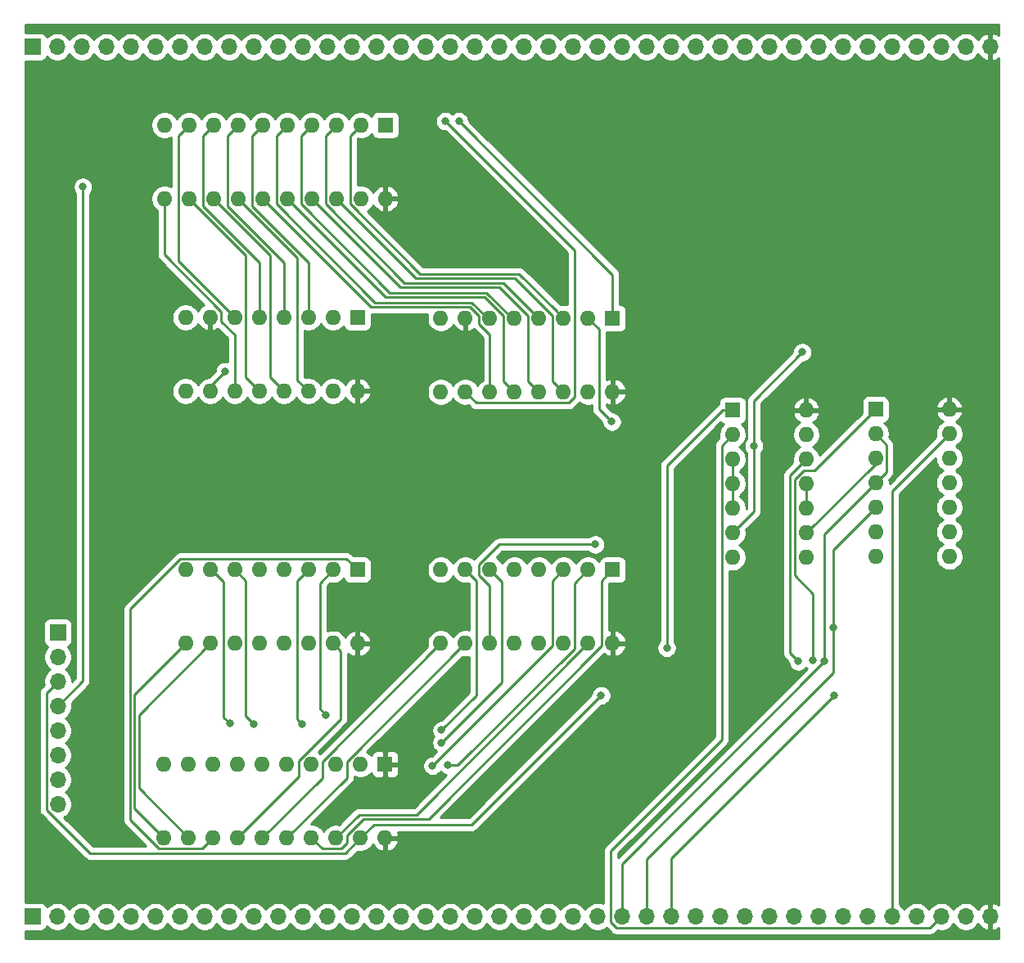
<source format=gbl>
G04 #@! TF.GenerationSoftware,KiCad,Pcbnew,(5.1.9)-1*
G04 #@! TF.CreationDate,2022-01-17T22:46:32-05:00*
G04 #@! TF.ProjectId,pc-sp,70632d73-702e-46b6-9963-61645f706362,1.1*
G04 #@! TF.SameCoordinates,Original*
G04 #@! TF.FileFunction,Copper,L2,Bot*
G04 #@! TF.FilePolarity,Positive*
%FSLAX46Y46*%
G04 Gerber Fmt 4.6, Leading zero omitted, Abs format (unit mm)*
G04 Created by KiCad (PCBNEW (5.1.9)-1) date 2022-01-17 22:46:32*
%MOMM*%
%LPD*%
G01*
G04 APERTURE LIST*
G04 #@! TA.AperFunction,ComponentPad*
%ADD10O,1.600000X1.600000*%
G04 #@! TD*
G04 #@! TA.AperFunction,ComponentPad*
%ADD11R,1.600000X1.600000*%
G04 #@! TD*
G04 #@! TA.AperFunction,ComponentPad*
%ADD12O,1.700000X1.700000*%
G04 #@! TD*
G04 #@! TA.AperFunction,ComponentPad*
%ADD13R,1.700000X1.700000*%
G04 #@! TD*
G04 #@! TA.AperFunction,ViaPad*
%ADD14C,0.800000*%
G04 #@! TD*
G04 #@! TA.AperFunction,Conductor*
%ADD15C,0.250000*%
G04 #@! TD*
G04 #@! TA.AperFunction,Conductor*
%ADD16C,0.254000*%
G04 #@! TD*
G04 #@! TA.AperFunction,Conductor*
%ADD17C,0.100000*%
G04 #@! TD*
G04 APERTURE END LIST*
D10*
X120000000Y-81620000D03*
X102220000Y-74000000D03*
X117460000Y-81620000D03*
X104760000Y-74000000D03*
X114920000Y-81620000D03*
X107300000Y-74000000D03*
X112380000Y-81620000D03*
X109840000Y-74000000D03*
X109840000Y-81620000D03*
X112380000Y-74000000D03*
X107300000Y-81620000D03*
X114920000Y-74000000D03*
X104760000Y-81620000D03*
X117460000Y-74000000D03*
X102220000Y-81620000D03*
D11*
X120000000Y-74000000D03*
D10*
X146400000Y-81710000D03*
X128620000Y-74090000D03*
X143860000Y-81710000D03*
X131160000Y-74090000D03*
X141320000Y-81710000D03*
X133700000Y-74090000D03*
X138780000Y-81710000D03*
X136240000Y-74090000D03*
X136240000Y-81710000D03*
X138780000Y-74090000D03*
X133700000Y-81710000D03*
X141320000Y-74090000D03*
X131160000Y-81710000D03*
X143860000Y-74090000D03*
X128620000Y-81710000D03*
D11*
X146400000Y-74090000D03*
D12*
X89000000Y-124380000D03*
X89000000Y-121840000D03*
X89000000Y-119300000D03*
X89000000Y-116760000D03*
X89000000Y-114220000D03*
X89000000Y-111680000D03*
X89000000Y-109140000D03*
D13*
X89000000Y-106600000D03*
D10*
X166420000Y-83600000D03*
X158800000Y-98840000D03*
X166420000Y-86140000D03*
X158800000Y-96300000D03*
X166420000Y-88680000D03*
X158800000Y-93760000D03*
X166420000Y-91220000D03*
X158800000Y-91220000D03*
X166420000Y-93760000D03*
X158800000Y-88680000D03*
X166420000Y-96300000D03*
X158800000Y-86140000D03*
X166420000Y-98840000D03*
D11*
X158800000Y-83600000D03*
D10*
X122860000Y-127870000D03*
X100000000Y-120250000D03*
X120320000Y-127870000D03*
X102540000Y-120250000D03*
X117780000Y-127870000D03*
X105080000Y-120250000D03*
X115240000Y-127870000D03*
X107620000Y-120250000D03*
X112700000Y-127870000D03*
X110160000Y-120250000D03*
X110160000Y-127870000D03*
X112700000Y-120250000D03*
X107620000Y-127870000D03*
X115240000Y-120250000D03*
X105080000Y-127870000D03*
X117780000Y-120250000D03*
X102540000Y-127870000D03*
X120320000Y-120250000D03*
X100000000Y-127870000D03*
D11*
X122860000Y-120250000D03*
D10*
X181210000Y-83520000D03*
X173590000Y-98760000D03*
X181210000Y-86060000D03*
X173590000Y-96220000D03*
X181210000Y-88600000D03*
X173590000Y-93680000D03*
X181210000Y-91140000D03*
X173590000Y-91140000D03*
X181210000Y-93680000D03*
X173590000Y-88600000D03*
X181210000Y-96220000D03*
X173590000Y-86060000D03*
X181210000Y-98760000D03*
D11*
X173590000Y-83520000D03*
D10*
X120000000Y-107750000D03*
X102220000Y-100130000D03*
X117460000Y-107750000D03*
X104760000Y-100130000D03*
X114920000Y-107750000D03*
X107300000Y-100130000D03*
X112380000Y-107750000D03*
X109840000Y-100130000D03*
X109840000Y-107750000D03*
X112380000Y-100130000D03*
X107300000Y-107750000D03*
X114920000Y-100130000D03*
X104760000Y-107750000D03*
X117460000Y-100130000D03*
X102220000Y-107750000D03*
D11*
X120000000Y-100130000D03*
D10*
X146400000Y-107740000D03*
X128620000Y-100120000D03*
X143860000Y-107740000D03*
X131160000Y-100120000D03*
X141320000Y-107740000D03*
X133700000Y-100120000D03*
X138780000Y-107740000D03*
X136240000Y-100120000D03*
X136240000Y-107740000D03*
X138780000Y-100120000D03*
X133700000Y-107740000D03*
X141320000Y-100120000D03*
X131160000Y-107740000D03*
X143860000Y-100120000D03*
X128620000Y-107740000D03*
D11*
X146400000Y-100120000D03*
D10*
X122900000Y-61720000D03*
X100040000Y-54100000D03*
X120360000Y-61720000D03*
X102580000Y-54100000D03*
X117820000Y-61720000D03*
X105120000Y-54100000D03*
X115280000Y-61720000D03*
X107660000Y-54100000D03*
X112740000Y-61720000D03*
X110200000Y-54100000D03*
X110200000Y-61720000D03*
X112740000Y-54100000D03*
X107660000Y-61720000D03*
X115280000Y-54100000D03*
X105120000Y-61720000D03*
X117820000Y-54100000D03*
X102580000Y-61720000D03*
X120360000Y-54100000D03*
X100040000Y-61720000D03*
D11*
X122900000Y-54100000D03*
D12*
X185460000Y-136000000D03*
X182920000Y-136000000D03*
X180380000Y-136000000D03*
X177840000Y-136000000D03*
X175300000Y-136000000D03*
X172760000Y-136000000D03*
X170220000Y-136000000D03*
X167680000Y-136000000D03*
X165140000Y-136000000D03*
X162600000Y-136000000D03*
X160060000Y-136000000D03*
X157520000Y-136000000D03*
X154980000Y-136000000D03*
X152440000Y-136000000D03*
X149900000Y-136000000D03*
X147360000Y-136000000D03*
X144820000Y-136000000D03*
X142280000Y-136000000D03*
X139740000Y-136000000D03*
X137200000Y-136000000D03*
X134660000Y-136000000D03*
X132120000Y-136000000D03*
X129580000Y-136000000D03*
X127040000Y-136000000D03*
X124500000Y-136000000D03*
X121960000Y-136000000D03*
X119420000Y-136000000D03*
X116880000Y-136000000D03*
X114340000Y-136000000D03*
X111800000Y-136000000D03*
X109260000Y-136000000D03*
X106720000Y-136000000D03*
X104180000Y-136000000D03*
X101640000Y-136000000D03*
X99100000Y-136000000D03*
X96560000Y-136000000D03*
X94020000Y-136000000D03*
X91480000Y-136000000D03*
X88940000Y-136000000D03*
D13*
X86400000Y-136000000D03*
D12*
X185460000Y-46000000D03*
X182920000Y-46000000D03*
X180380000Y-46000000D03*
X177840000Y-46000000D03*
X175300000Y-46000000D03*
X172760000Y-46000000D03*
X170220000Y-46000000D03*
X167680000Y-46000000D03*
X165140000Y-46000000D03*
X162600000Y-46000000D03*
X160060000Y-46000000D03*
X157520000Y-46000000D03*
X154980000Y-46000000D03*
X152440000Y-46000000D03*
X149900000Y-46000000D03*
X147360000Y-46000000D03*
X144820000Y-46000000D03*
X142280000Y-46000000D03*
X139740000Y-46000000D03*
X137200000Y-46000000D03*
X134660000Y-46000000D03*
X132120000Y-46000000D03*
X129580000Y-46000000D03*
X127040000Y-46000000D03*
X124500000Y-46000000D03*
X121960000Y-46000000D03*
X119420000Y-46000000D03*
X116880000Y-46000000D03*
X114340000Y-46000000D03*
X111800000Y-46000000D03*
X109260000Y-46000000D03*
X106720000Y-46000000D03*
X104180000Y-46000000D03*
X101640000Y-46000000D03*
X99100000Y-46000000D03*
X96560000Y-46000000D03*
X94020000Y-46000000D03*
X91480000Y-46000000D03*
X88940000Y-46000000D03*
D13*
X86400000Y-46000000D03*
D14*
X146300000Y-84800000D03*
X165074990Y-73125010D03*
X159065010Y-107434990D03*
X132900000Y-127400000D03*
X130500000Y-53700000D03*
X91600000Y-60500000D03*
X152000000Y-108200000D03*
X129100000Y-53700000D03*
X169300000Y-113100000D03*
X167100002Y-109500000D03*
X168300010Y-109600000D03*
X165600000Y-109600000D03*
X145200000Y-113125010D03*
X106795000Y-115995000D03*
X109275000Y-116055000D03*
X116700000Y-115125032D03*
X114310000Y-116100000D03*
X128690000Y-116725010D03*
X128690000Y-118030000D03*
X129380000Y-120340000D03*
X127765000Y-120405000D03*
X169200000Y-106100000D03*
X144600000Y-97500000D03*
X106300000Y-79600000D03*
X166006595Y-77606595D03*
X161000000Y-87300000D03*
D15*
X175300000Y-91970000D02*
X181210000Y-86060000D01*
X175300000Y-136000000D02*
X175300000Y-91970000D01*
X173590000Y-89130000D02*
X166420000Y-96300000D01*
X173590000Y-88600000D02*
X173590000Y-89130000D01*
X144985001Y-83485001D02*
X146300000Y-84800000D01*
X144985001Y-75215001D02*
X144985001Y-83485001D01*
X143860000Y-74090000D02*
X144985001Y-75215001D01*
X119234999Y-62260001D02*
X126490965Y-69515967D01*
X119234999Y-55225001D02*
X119234999Y-62260001D01*
X140520001Y-73290001D02*
X141320000Y-74090000D01*
X120360000Y-54100000D02*
X119234999Y-55225001D01*
X136745967Y-69515967D02*
X140520001Y-73290001D01*
X126490965Y-69515967D02*
X136745967Y-69515967D01*
X143860000Y-107740000D02*
X126150011Y-125449989D01*
X126150011Y-125449989D02*
X120200011Y-125449989D01*
X120200011Y-125449989D02*
X117780000Y-127870000D01*
X116694999Y-55225001D02*
X116694999Y-62260001D01*
X124850987Y-70415989D02*
X135105989Y-70415989D01*
X135105989Y-70415989D02*
X138780000Y-74090000D01*
X117820000Y-54100000D02*
X116694999Y-55225001D01*
X116694999Y-62260001D02*
X124850987Y-70415989D01*
X116365001Y-128995001D02*
X115240000Y-127870000D01*
X118320001Y-128995001D02*
X116365001Y-128995001D01*
X120624998Y-125900000D02*
X118905001Y-127619997D01*
X118905001Y-127619997D02*
X118905001Y-128410001D01*
X127365002Y-125900000D02*
X120624998Y-125900000D01*
X145274999Y-101245001D02*
X145274999Y-107990003D01*
X145274999Y-107990003D02*
X127365002Y-125900000D01*
X146400000Y-100120000D02*
X145274999Y-101245001D01*
X118905001Y-128410001D02*
X118320001Y-128995001D01*
X118905001Y-121664999D02*
X112700000Y-127870000D01*
X118905001Y-119994999D02*
X118905001Y-121664999D01*
X131160000Y-107740000D02*
X118905001Y-119994999D01*
X114154999Y-55225001D02*
X114154999Y-62260001D01*
X136001413Y-74090000D02*
X136240000Y-74090000D01*
X133343402Y-71431989D02*
X136001413Y-74090000D01*
X114154999Y-62260001D02*
X123326987Y-71431989D01*
X123326987Y-71431989D02*
X133343402Y-71431989D01*
X115280000Y-54100000D02*
X114154999Y-55225001D01*
X116365001Y-121664999D02*
X110160000Y-127870000D01*
X116365001Y-119994999D02*
X116365001Y-121664999D01*
X128620000Y-107740000D02*
X116365001Y-119994999D01*
X111614999Y-55225001D02*
X111614999Y-62260001D01*
X121802987Y-72447989D02*
X131819402Y-72447989D01*
X131819402Y-72447989D02*
X133461413Y-74090000D01*
X133461413Y-74090000D02*
X133700000Y-74090000D01*
X112740000Y-54100000D02*
X111614999Y-55225001D01*
X111614999Y-62260001D02*
X121802987Y-72447989D01*
X109074999Y-62498589D02*
X114920000Y-68343590D01*
X109074999Y-55225001D02*
X109074999Y-62498589D01*
X114920000Y-68343590D02*
X114920000Y-74000000D01*
X110200000Y-54100000D02*
X109074999Y-55225001D01*
X115064998Y-118760000D02*
X115060000Y-118760000D01*
X118259999Y-115564999D02*
X115064998Y-118760000D01*
X115060000Y-118760000D02*
X113960000Y-119860000D01*
X113960000Y-121530000D02*
X107620000Y-127870000D01*
X117460000Y-107750000D02*
X118259999Y-108549999D01*
X118259999Y-108549999D02*
X118259999Y-115564999D01*
X113960000Y-119860000D02*
X113960000Y-121530000D01*
X103954999Y-128995001D02*
X105080000Y-127870000D01*
X99459999Y-128995001D02*
X103954999Y-128995001D01*
X96489980Y-126024982D02*
X99459999Y-128995001D01*
X96489980Y-104195018D02*
X96489980Y-126024982D01*
X101679999Y-99004999D02*
X96489980Y-104195018D01*
X118874999Y-99004999D02*
X101679999Y-99004999D01*
X120000000Y-100130000D02*
X118874999Y-99004999D01*
X112380000Y-68343590D02*
X112380000Y-74000000D01*
X106534999Y-62498589D02*
X112380000Y-68343590D01*
X106534999Y-55225001D02*
X106534999Y-62498589D01*
X107660000Y-54100000D02*
X106534999Y-55225001D01*
X97390000Y-122720000D02*
X102540000Y-127870000D01*
X97390000Y-115120000D02*
X97390000Y-122720000D01*
X104760000Y-107750000D02*
X97390000Y-115120000D01*
X109840000Y-68343590D02*
X109840000Y-74000000D01*
X103994999Y-62498589D02*
X109840000Y-68343590D01*
X103994999Y-55225001D02*
X103994999Y-62498589D01*
X105120000Y-54100000D02*
X103994999Y-55225001D01*
X96939989Y-113030011D02*
X96939989Y-124809989D01*
X102220000Y-107750000D02*
X96939989Y-113030011D01*
X96939989Y-124809989D02*
X100000000Y-127870000D01*
X101454999Y-68154999D02*
X107300000Y-74000000D01*
X101454999Y-55225001D02*
X101454999Y-68154999D01*
X102580000Y-54100000D02*
X101454999Y-55225001D01*
X146400000Y-74090000D02*
X146400000Y-69600000D01*
X146400000Y-69600000D02*
X130500000Y-53700000D01*
X126065978Y-69965978D02*
X136320980Y-69965978D01*
X117820000Y-61720000D02*
X126065978Y-69965978D01*
X140194999Y-73839997D02*
X140194999Y-80584999D01*
X140194999Y-80584999D02*
X141320000Y-81710000D01*
X136320980Y-69965978D02*
X140194999Y-73839997D01*
X137654999Y-80584999D02*
X138780000Y-81710000D01*
X124426000Y-70866000D02*
X134681002Y-70866000D01*
X115280000Y-61720000D02*
X124426000Y-70866000D01*
X134681002Y-70866000D02*
X137654999Y-73839997D01*
X137654999Y-73839997D02*
X137654999Y-80584999D01*
X135114999Y-80584999D02*
X136240000Y-81710000D01*
X135114999Y-73839997D02*
X135114999Y-80584999D01*
X133157002Y-71882000D02*
X135114999Y-73839997D01*
X122902000Y-71882000D02*
X133157002Y-71882000D01*
X112740000Y-61720000D02*
X122902000Y-71882000D01*
X133700000Y-75788000D02*
X133700000Y-81710000D01*
X132588000Y-74643002D02*
X132588000Y-74676000D01*
X132574999Y-73839997D02*
X132574999Y-74630001D01*
X110200000Y-61720000D02*
X121378000Y-72898000D01*
X131633002Y-72898000D02*
X132574999Y-73839997D01*
X132574999Y-74630001D02*
X132588000Y-74643002D01*
X121378000Y-72898000D02*
X131633002Y-72898000D01*
X132588000Y-74676000D02*
X133700000Y-75788000D01*
X113794999Y-80494999D02*
X114920000Y-81620000D01*
X113794999Y-67854999D02*
X113794999Y-80494999D01*
X107660000Y-61720000D02*
X113794999Y-67854999D01*
X110965001Y-80205001D02*
X112380000Y-81620000D01*
X110965001Y-67565001D02*
X110965001Y-80205001D01*
X105120000Y-61720000D02*
X110965001Y-67565001D01*
X108425001Y-80205001D02*
X109840000Y-81620000D01*
X108425001Y-67565001D02*
X108425001Y-80205001D01*
X102580000Y-61720000D02*
X108425001Y-67565001D01*
X107300000Y-75804000D02*
X107300000Y-81620000D01*
X105918000Y-74422000D02*
X107300000Y-75804000D01*
X105918000Y-73406000D02*
X105918000Y-74422000D01*
X100040000Y-67528000D02*
X105918000Y-73406000D01*
X100040000Y-61720000D02*
X100040000Y-67528000D01*
X158800000Y-85785002D02*
X158800000Y-86140000D01*
X146795999Y-137175001D02*
X179204999Y-137175001D01*
X179204999Y-137175001D02*
X180380000Y-136000000D01*
X146184999Y-136564001D02*
X146795999Y-137175001D01*
X146184999Y-129178591D02*
X146184999Y-136564001D01*
X157674999Y-117688591D02*
X146184999Y-129178591D01*
X157674999Y-87265001D02*
X157674999Y-117688591D01*
X158800000Y-86140000D02*
X157674999Y-87265001D01*
X89000000Y-114220000D02*
X91600000Y-111620000D01*
X91600000Y-111600000D02*
X91600000Y-60500000D01*
X157750000Y-83600000D02*
X152000000Y-89350000D01*
X158800000Y-83600000D02*
X157750000Y-83600000D01*
X152000000Y-89350000D02*
X152000000Y-108200000D01*
X132285001Y-82835001D02*
X131160000Y-81710000D01*
X141860001Y-82835001D02*
X132285001Y-82835001D01*
X142445001Y-82250001D02*
X141860001Y-82835001D01*
X142445001Y-67045001D02*
X142445001Y-82250001D01*
X129100000Y-53700000D02*
X142445001Y-67045001D01*
X152440000Y-129960000D02*
X169300000Y-113100000D01*
X152440000Y-136000000D02*
X152440000Y-129960000D01*
X169300000Y-113100000D02*
X169300000Y-113100000D01*
X165200001Y-100700001D02*
X167100002Y-102600002D01*
X165200001Y-90774997D02*
X165200001Y-100700001D01*
X166169997Y-89805001D02*
X165200001Y-90774997D01*
X167304999Y-89805001D02*
X166169997Y-89805001D01*
X167100002Y-102600002D02*
X167100002Y-109500000D01*
X173590000Y-83520000D02*
X167304999Y-89805001D01*
X174715001Y-90014999D02*
X173590000Y-91140000D01*
X174715001Y-87185001D02*
X174715001Y-90014999D01*
X173590000Y-86060000D02*
X174715001Y-87185001D01*
X147360000Y-130540010D02*
X168300010Y-109600000D01*
X147360000Y-136000000D02*
X147360000Y-130540010D01*
X173590000Y-91140000D02*
X168300010Y-96429990D01*
X168300010Y-96429990D02*
X168300010Y-109600000D01*
X164749991Y-90350009D02*
X166420000Y-88680000D01*
X164749991Y-108749991D02*
X164749991Y-90350009D01*
X165600000Y-109600000D02*
X164749991Y-108749991D01*
X87824999Y-112855001D02*
X89000000Y-111680000D01*
X87824999Y-124944001D02*
X87824999Y-112855001D01*
X92326008Y-129445010D02*
X87824999Y-124944001D01*
X118744990Y-129445010D02*
X92326008Y-129445010D01*
X120320000Y-127870000D02*
X118744990Y-129445010D01*
X121690000Y-126500000D02*
X131825010Y-126500000D01*
X120320000Y-127870000D02*
X121690000Y-126500000D01*
X131825010Y-126500000D02*
X145200000Y-113125010D01*
X104760000Y-100130000D02*
X104910000Y-100130000D01*
X106174999Y-115374999D02*
X106795000Y-115995000D01*
X106174999Y-101394999D02*
X106174999Y-115374999D01*
X104910000Y-100130000D02*
X106174999Y-101394999D01*
X108425001Y-101255001D02*
X108425001Y-115205001D01*
X108425001Y-115205001D02*
X109275000Y-116055000D01*
X107300000Y-100130000D02*
X108425001Y-101255001D01*
X117460000Y-100130000D02*
X116100001Y-101489999D01*
X116100001Y-114525033D02*
X116700000Y-115125032D01*
X116100001Y-101489999D02*
X116100001Y-114525033D01*
X113794999Y-115584999D02*
X114310000Y-116100000D01*
X113794999Y-101255001D02*
X113794999Y-115584999D01*
X114920000Y-100130000D02*
X113794999Y-101255001D01*
X132285001Y-101245001D02*
X132285001Y-113130009D01*
X131160000Y-100120000D02*
X132285001Y-101245001D01*
X132285001Y-113130009D02*
X128690000Y-116725010D01*
X134940000Y-111780000D02*
X128690000Y-118030000D01*
X134940000Y-101360000D02*
X134940000Y-111780000D01*
X133700000Y-100120000D02*
X134940000Y-101360000D01*
X142445001Y-101534999D02*
X142445001Y-108280001D01*
X143860000Y-100120000D02*
X142445001Y-101534999D01*
X130385002Y-120340000D02*
X129380000Y-120340000D01*
X142445001Y-108280001D02*
X130385002Y-120340000D01*
X140194999Y-107975001D02*
X127765000Y-120405000D01*
X140194999Y-101245001D02*
X140194999Y-107975001D01*
X141320000Y-100120000D02*
X140194999Y-101245001D01*
X158800000Y-88680000D02*
X158800000Y-91220000D01*
X158800000Y-91220000D02*
X158800000Y-93760000D01*
X169200000Y-106100000D02*
X169200000Y-106100000D01*
X169200000Y-98070000D02*
X169200000Y-106100000D01*
X173590000Y-93680000D02*
X169200000Y-98070000D01*
X149900000Y-130100000D02*
X149900000Y-136000000D01*
X169200000Y-110800000D02*
X149900000Y-130100000D01*
X169200000Y-106100000D02*
X169200000Y-110800000D01*
X134654998Y-97500000D02*
X144600000Y-97500000D01*
X132574999Y-100660001D02*
X132574999Y-99579999D01*
X132574999Y-99579999D02*
X134654998Y-97500000D01*
X133700000Y-101785002D02*
X132574999Y-100660001D01*
X133700000Y-107740000D02*
X133700000Y-101785002D01*
X166420000Y-91220000D02*
X166420000Y-93760000D01*
X104760000Y-81140000D02*
X104760000Y-81620000D01*
X106300000Y-79600000D02*
X104760000Y-81140000D01*
X161000000Y-94100000D02*
X158800000Y-96300000D01*
X161000000Y-87300000D02*
X161000000Y-94100000D01*
X161000000Y-82613190D02*
X166006595Y-77606595D01*
X161000000Y-87300000D02*
X161000000Y-82613190D01*
D16*
X186315000Y-44794057D02*
X186226920Y-44728359D01*
X185964099Y-44603175D01*
X185816890Y-44558524D01*
X185587000Y-44679845D01*
X185587000Y-45873000D01*
X185607000Y-45873000D01*
X185607000Y-46127000D01*
X185587000Y-46127000D01*
X185587000Y-47320155D01*
X185816890Y-47441476D01*
X185964099Y-47396825D01*
X186226920Y-47271641D01*
X186315000Y-47205943D01*
X186315001Y-134794058D01*
X186226920Y-134728359D01*
X185964099Y-134603175D01*
X185816890Y-134558524D01*
X185587000Y-134679845D01*
X185587000Y-135873000D01*
X185607000Y-135873000D01*
X185607000Y-136127000D01*
X185587000Y-136127000D01*
X185587000Y-137320155D01*
X185816890Y-137441476D01*
X185964099Y-137396825D01*
X186226920Y-137271641D01*
X186315001Y-137205942D01*
X186315001Y-138315000D01*
X85685000Y-138315000D01*
X85685000Y-137488072D01*
X87250000Y-137488072D01*
X87374482Y-137475812D01*
X87494180Y-137439502D01*
X87604494Y-137380537D01*
X87701185Y-137301185D01*
X87780537Y-137204494D01*
X87839502Y-137094180D01*
X87861513Y-137021620D01*
X87993368Y-137153475D01*
X88236589Y-137315990D01*
X88506842Y-137427932D01*
X88793740Y-137485000D01*
X89086260Y-137485000D01*
X89373158Y-137427932D01*
X89643411Y-137315990D01*
X89886632Y-137153475D01*
X90093475Y-136946632D01*
X90210000Y-136772240D01*
X90326525Y-136946632D01*
X90533368Y-137153475D01*
X90776589Y-137315990D01*
X91046842Y-137427932D01*
X91333740Y-137485000D01*
X91626260Y-137485000D01*
X91913158Y-137427932D01*
X92183411Y-137315990D01*
X92426632Y-137153475D01*
X92633475Y-136946632D01*
X92750000Y-136772240D01*
X92866525Y-136946632D01*
X93073368Y-137153475D01*
X93316589Y-137315990D01*
X93586842Y-137427932D01*
X93873740Y-137485000D01*
X94166260Y-137485000D01*
X94453158Y-137427932D01*
X94723411Y-137315990D01*
X94966632Y-137153475D01*
X95173475Y-136946632D01*
X95290000Y-136772240D01*
X95406525Y-136946632D01*
X95613368Y-137153475D01*
X95856589Y-137315990D01*
X96126842Y-137427932D01*
X96413740Y-137485000D01*
X96706260Y-137485000D01*
X96993158Y-137427932D01*
X97263411Y-137315990D01*
X97506632Y-137153475D01*
X97713475Y-136946632D01*
X97830000Y-136772240D01*
X97946525Y-136946632D01*
X98153368Y-137153475D01*
X98396589Y-137315990D01*
X98666842Y-137427932D01*
X98953740Y-137485000D01*
X99246260Y-137485000D01*
X99533158Y-137427932D01*
X99803411Y-137315990D01*
X100046632Y-137153475D01*
X100253475Y-136946632D01*
X100370000Y-136772240D01*
X100486525Y-136946632D01*
X100693368Y-137153475D01*
X100936589Y-137315990D01*
X101206842Y-137427932D01*
X101493740Y-137485000D01*
X101786260Y-137485000D01*
X102073158Y-137427932D01*
X102343411Y-137315990D01*
X102586632Y-137153475D01*
X102793475Y-136946632D01*
X102910000Y-136772240D01*
X103026525Y-136946632D01*
X103233368Y-137153475D01*
X103476589Y-137315990D01*
X103746842Y-137427932D01*
X104033740Y-137485000D01*
X104326260Y-137485000D01*
X104613158Y-137427932D01*
X104883411Y-137315990D01*
X105126632Y-137153475D01*
X105333475Y-136946632D01*
X105450000Y-136772240D01*
X105566525Y-136946632D01*
X105773368Y-137153475D01*
X106016589Y-137315990D01*
X106286842Y-137427932D01*
X106573740Y-137485000D01*
X106866260Y-137485000D01*
X107153158Y-137427932D01*
X107423411Y-137315990D01*
X107666632Y-137153475D01*
X107873475Y-136946632D01*
X107990000Y-136772240D01*
X108106525Y-136946632D01*
X108313368Y-137153475D01*
X108556589Y-137315990D01*
X108826842Y-137427932D01*
X109113740Y-137485000D01*
X109406260Y-137485000D01*
X109693158Y-137427932D01*
X109963411Y-137315990D01*
X110206632Y-137153475D01*
X110413475Y-136946632D01*
X110530000Y-136772240D01*
X110646525Y-136946632D01*
X110853368Y-137153475D01*
X111096589Y-137315990D01*
X111366842Y-137427932D01*
X111653740Y-137485000D01*
X111946260Y-137485000D01*
X112233158Y-137427932D01*
X112503411Y-137315990D01*
X112746632Y-137153475D01*
X112953475Y-136946632D01*
X113070000Y-136772240D01*
X113186525Y-136946632D01*
X113393368Y-137153475D01*
X113636589Y-137315990D01*
X113906842Y-137427932D01*
X114193740Y-137485000D01*
X114486260Y-137485000D01*
X114773158Y-137427932D01*
X115043411Y-137315990D01*
X115286632Y-137153475D01*
X115493475Y-136946632D01*
X115610000Y-136772240D01*
X115726525Y-136946632D01*
X115933368Y-137153475D01*
X116176589Y-137315990D01*
X116446842Y-137427932D01*
X116733740Y-137485000D01*
X117026260Y-137485000D01*
X117313158Y-137427932D01*
X117583411Y-137315990D01*
X117826632Y-137153475D01*
X118033475Y-136946632D01*
X118150000Y-136772240D01*
X118266525Y-136946632D01*
X118473368Y-137153475D01*
X118716589Y-137315990D01*
X118986842Y-137427932D01*
X119273740Y-137485000D01*
X119566260Y-137485000D01*
X119853158Y-137427932D01*
X120123411Y-137315990D01*
X120366632Y-137153475D01*
X120573475Y-136946632D01*
X120690000Y-136772240D01*
X120806525Y-136946632D01*
X121013368Y-137153475D01*
X121256589Y-137315990D01*
X121526842Y-137427932D01*
X121813740Y-137485000D01*
X122106260Y-137485000D01*
X122393158Y-137427932D01*
X122663411Y-137315990D01*
X122906632Y-137153475D01*
X123113475Y-136946632D01*
X123230000Y-136772240D01*
X123346525Y-136946632D01*
X123553368Y-137153475D01*
X123796589Y-137315990D01*
X124066842Y-137427932D01*
X124353740Y-137485000D01*
X124646260Y-137485000D01*
X124933158Y-137427932D01*
X125203411Y-137315990D01*
X125446632Y-137153475D01*
X125653475Y-136946632D01*
X125770000Y-136772240D01*
X125886525Y-136946632D01*
X126093368Y-137153475D01*
X126336589Y-137315990D01*
X126606842Y-137427932D01*
X126893740Y-137485000D01*
X127186260Y-137485000D01*
X127473158Y-137427932D01*
X127743411Y-137315990D01*
X127986632Y-137153475D01*
X128193475Y-136946632D01*
X128310000Y-136772240D01*
X128426525Y-136946632D01*
X128633368Y-137153475D01*
X128876589Y-137315990D01*
X129146842Y-137427932D01*
X129433740Y-137485000D01*
X129726260Y-137485000D01*
X130013158Y-137427932D01*
X130283411Y-137315990D01*
X130526632Y-137153475D01*
X130733475Y-136946632D01*
X130850000Y-136772240D01*
X130966525Y-136946632D01*
X131173368Y-137153475D01*
X131416589Y-137315990D01*
X131686842Y-137427932D01*
X131973740Y-137485000D01*
X132266260Y-137485000D01*
X132553158Y-137427932D01*
X132823411Y-137315990D01*
X133066632Y-137153475D01*
X133273475Y-136946632D01*
X133390000Y-136772240D01*
X133506525Y-136946632D01*
X133713368Y-137153475D01*
X133956589Y-137315990D01*
X134226842Y-137427932D01*
X134513740Y-137485000D01*
X134806260Y-137485000D01*
X135093158Y-137427932D01*
X135363411Y-137315990D01*
X135606632Y-137153475D01*
X135813475Y-136946632D01*
X135930000Y-136772240D01*
X136046525Y-136946632D01*
X136253368Y-137153475D01*
X136496589Y-137315990D01*
X136766842Y-137427932D01*
X137053740Y-137485000D01*
X137346260Y-137485000D01*
X137633158Y-137427932D01*
X137903411Y-137315990D01*
X138146632Y-137153475D01*
X138353475Y-136946632D01*
X138470000Y-136772240D01*
X138586525Y-136946632D01*
X138793368Y-137153475D01*
X139036589Y-137315990D01*
X139306842Y-137427932D01*
X139593740Y-137485000D01*
X139886260Y-137485000D01*
X140173158Y-137427932D01*
X140443411Y-137315990D01*
X140686632Y-137153475D01*
X140893475Y-136946632D01*
X141010000Y-136772240D01*
X141126525Y-136946632D01*
X141333368Y-137153475D01*
X141576589Y-137315990D01*
X141846842Y-137427932D01*
X142133740Y-137485000D01*
X142426260Y-137485000D01*
X142713158Y-137427932D01*
X142983411Y-137315990D01*
X143226632Y-137153475D01*
X143433475Y-136946632D01*
X143550000Y-136772240D01*
X143666525Y-136946632D01*
X143873368Y-137153475D01*
X144116589Y-137315990D01*
X144386842Y-137427932D01*
X144673740Y-137485000D01*
X144966260Y-137485000D01*
X145253158Y-137427932D01*
X145523411Y-137315990D01*
X145726492Y-137180296D01*
X146232204Y-137686009D01*
X146255998Y-137715002D01*
X146284991Y-137738796D01*
X146284995Y-137738800D01*
X146355684Y-137796812D01*
X146371723Y-137809975D01*
X146503752Y-137880547D01*
X146647013Y-137924004D01*
X146758666Y-137935001D01*
X146758675Y-137935001D01*
X146795998Y-137938677D01*
X146833321Y-137935001D01*
X179167677Y-137935001D01*
X179204999Y-137938677D01*
X179242321Y-137935001D01*
X179242332Y-137935001D01*
X179353985Y-137924004D01*
X179497246Y-137880547D01*
X179629275Y-137809975D01*
X179745000Y-137715002D01*
X179768803Y-137685998D01*
X180013592Y-137441209D01*
X180233740Y-137485000D01*
X180526260Y-137485000D01*
X180813158Y-137427932D01*
X181083411Y-137315990D01*
X181326632Y-137153475D01*
X181533475Y-136946632D01*
X181650000Y-136772240D01*
X181766525Y-136946632D01*
X181973368Y-137153475D01*
X182216589Y-137315990D01*
X182486842Y-137427932D01*
X182773740Y-137485000D01*
X183066260Y-137485000D01*
X183353158Y-137427932D01*
X183623411Y-137315990D01*
X183866632Y-137153475D01*
X184073475Y-136946632D01*
X184195195Y-136764466D01*
X184264822Y-136881355D01*
X184459731Y-137097588D01*
X184693080Y-137271641D01*
X184955901Y-137396825D01*
X185103110Y-137441476D01*
X185333000Y-137320155D01*
X185333000Y-136127000D01*
X185313000Y-136127000D01*
X185313000Y-135873000D01*
X185333000Y-135873000D01*
X185333000Y-134679845D01*
X185103110Y-134558524D01*
X184955901Y-134603175D01*
X184693080Y-134728359D01*
X184459731Y-134902412D01*
X184264822Y-135118645D01*
X184195195Y-135235534D01*
X184073475Y-135053368D01*
X183866632Y-134846525D01*
X183623411Y-134684010D01*
X183353158Y-134572068D01*
X183066260Y-134515000D01*
X182773740Y-134515000D01*
X182486842Y-134572068D01*
X182216589Y-134684010D01*
X181973368Y-134846525D01*
X181766525Y-135053368D01*
X181650000Y-135227760D01*
X181533475Y-135053368D01*
X181326632Y-134846525D01*
X181083411Y-134684010D01*
X180813158Y-134572068D01*
X180526260Y-134515000D01*
X180233740Y-134515000D01*
X179946842Y-134572068D01*
X179676589Y-134684010D01*
X179433368Y-134846525D01*
X179226525Y-135053368D01*
X179110000Y-135227760D01*
X178993475Y-135053368D01*
X178786632Y-134846525D01*
X178543411Y-134684010D01*
X178273158Y-134572068D01*
X177986260Y-134515000D01*
X177693740Y-134515000D01*
X177406842Y-134572068D01*
X177136589Y-134684010D01*
X176893368Y-134846525D01*
X176686525Y-135053368D01*
X176570000Y-135227760D01*
X176453475Y-135053368D01*
X176246632Y-134846525D01*
X176060000Y-134721822D01*
X176060000Y-92284801D01*
X179775000Y-88569802D01*
X179775000Y-88741335D01*
X179830147Y-89018574D01*
X179938320Y-89279727D01*
X180095363Y-89514759D01*
X180295241Y-89714637D01*
X180527759Y-89870000D01*
X180295241Y-90025363D01*
X180095363Y-90225241D01*
X179938320Y-90460273D01*
X179830147Y-90721426D01*
X179775000Y-90998665D01*
X179775000Y-91281335D01*
X179830147Y-91558574D01*
X179938320Y-91819727D01*
X180095363Y-92054759D01*
X180295241Y-92254637D01*
X180527759Y-92410000D01*
X180295241Y-92565363D01*
X180095363Y-92765241D01*
X179938320Y-93000273D01*
X179830147Y-93261426D01*
X179775000Y-93538665D01*
X179775000Y-93821335D01*
X179830147Y-94098574D01*
X179938320Y-94359727D01*
X180095363Y-94594759D01*
X180295241Y-94794637D01*
X180527759Y-94950000D01*
X180295241Y-95105363D01*
X180095363Y-95305241D01*
X179938320Y-95540273D01*
X179830147Y-95801426D01*
X179775000Y-96078665D01*
X179775000Y-96361335D01*
X179830147Y-96638574D01*
X179938320Y-96899727D01*
X180095363Y-97134759D01*
X180295241Y-97334637D01*
X180527759Y-97490000D01*
X180295241Y-97645363D01*
X180095363Y-97845241D01*
X179938320Y-98080273D01*
X179830147Y-98341426D01*
X179775000Y-98618665D01*
X179775000Y-98901335D01*
X179830147Y-99178574D01*
X179938320Y-99439727D01*
X180095363Y-99674759D01*
X180295241Y-99874637D01*
X180530273Y-100031680D01*
X180791426Y-100139853D01*
X181068665Y-100195000D01*
X181351335Y-100195000D01*
X181628574Y-100139853D01*
X181889727Y-100031680D01*
X182124759Y-99874637D01*
X182324637Y-99674759D01*
X182481680Y-99439727D01*
X182589853Y-99178574D01*
X182645000Y-98901335D01*
X182645000Y-98618665D01*
X182589853Y-98341426D01*
X182481680Y-98080273D01*
X182324637Y-97845241D01*
X182124759Y-97645363D01*
X181892241Y-97490000D01*
X182124759Y-97334637D01*
X182324637Y-97134759D01*
X182481680Y-96899727D01*
X182589853Y-96638574D01*
X182645000Y-96361335D01*
X182645000Y-96078665D01*
X182589853Y-95801426D01*
X182481680Y-95540273D01*
X182324637Y-95305241D01*
X182124759Y-95105363D01*
X181892241Y-94950000D01*
X182124759Y-94794637D01*
X182324637Y-94594759D01*
X182481680Y-94359727D01*
X182589853Y-94098574D01*
X182645000Y-93821335D01*
X182645000Y-93538665D01*
X182589853Y-93261426D01*
X182481680Y-93000273D01*
X182324637Y-92765241D01*
X182124759Y-92565363D01*
X181892241Y-92410000D01*
X182124759Y-92254637D01*
X182324637Y-92054759D01*
X182481680Y-91819727D01*
X182589853Y-91558574D01*
X182645000Y-91281335D01*
X182645000Y-90998665D01*
X182589853Y-90721426D01*
X182481680Y-90460273D01*
X182324637Y-90225241D01*
X182124759Y-90025363D01*
X181892241Y-89870000D01*
X182124759Y-89714637D01*
X182324637Y-89514759D01*
X182481680Y-89279727D01*
X182589853Y-89018574D01*
X182645000Y-88741335D01*
X182645000Y-88458665D01*
X182589853Y-88181426D01*
X182481680Y-87920273D01*
X182324637Y-87685241D01*
X182124759Y-87485363D01*
X181892241Y-87330000D01*
X182124759Y-87174637D01*
X182324637Y-86974759D01*
X182481680Y-86739727D01*
X182589853Y-86478574D01*
X182645000Y-86201335D01*
X182645000Y-85918665D01*
X182589853Y-85641426D01*
X182481680Y-85380273D01*
X182324637Y-85145241D01*
X182124759Y-84945363D01*
X181889727Y-84788320D01*
X181879135Y-84783933D01*
X182065131Y-84672385D01*
X182273519Y-84483414D01*
X182441037Y-84257420D01*
X182561246Y-84003087D01*
X182601904Y-83869039D01*
X182479915Y-83647000D01*
X181337000Y-83647000D01*
X181337000Y-83667000D01*
X181083000Y-83667000D01*
X181083000Y-83647000D01*
X179940085Y-83647000D01*
X179818096Y-83869039D01*
X179858754Y-84003087D01*
X179978963Y-84257420D01*
X180146481Y-84483414D01*
X180354869Y-84672385D01*
X180540865Y-84783933D01*
X180530273Y-84788320D01*
X180295241Y-84945363D01*
X180095363Y-85145241D01*
X179938320Y-85380273D01*
X179830147Y-85641426D01*
X179775000Y-85918665D01*
X179775000Y-86201335D01*
X179811312Y-86383886D01*
X175025000Y-91170199D01*
X175025000Y-90998665D01*
X174988688Y-90816114D01*
X175226004Y-90578798D01*
X175255002Y-90555000D01*
X175349975Y-90439275D01*
X175420547Y-90307246D01*
X175464004Y-90163985D01*
X175475001Y-90052332D01*
X175475001Y-90052324D01*
X175478677Y-90014999D01*
X175475001Y-89977674D01*
X175475001Y-87222326D01*
X175478677Y-87185001D01*
X175475001Y-87147676D01*
X175475001Y-87147668D01*
X175464004Y-87036015D01*
X175420547Y-86892754D01*
X175349975Y-86760725D01*
X175255002Y-86645000D01*
X175226005Y-86621203D01*
X174988688Y-86383886D01*
X175025000Y-86201335D01*
X175025000Y-85918665D01*
X174969853Y-85641426D01*
X174861680Y-85380273D01*
X174704637Y-85145241D01*
X174506039Y-84946643D01*
X174514482Y-84945812D01*
X174634180Y-84909502D01*
X174744494Y-84850537D01*
X174841185Y-84771185D01*
X174920537Y-84674494D01*
X174979502Y-84564180D01*
X175015812Y-84444482D01*
X175028072Y-84320000D01*
X175028072Y-83170961D01*
X179818096Y-83170961D01*
X179940085Y-83393000D01*
X181083000Y-83393000D01*
X181083000Y-82249376D01*
X181337000Y-82249376D01*
X181337000Y-83393000D01*
X182479915Y-83393000D01*
X182601904Y-83170961D01*
X182561246Y-83036913D01*
X182441037Y-82782580D01*
X182273519Y-82556586D01*
X182065131Y-82367615D01*
X181823881Y-82222930D01*
X181559040Y-82128091D01*
X181337000Y-82249376D01*
X181083000Y-82249376D01*
X180860960Y-82128091D01*
X180596119Y-82222930D01*
X180354869Y-82367615D01*
X180146481Y-82556586D01*
X179978963Y-82782580D01*
X179858754Y-83036913D01*
X179818096Y-83170961D01*
X175028072Y-83170961D01*
X175028072Y-82720000D01*
X175015812Y-82595518D01*
X174979502Y-82475820D01*
X174920537Y-82365506D01*
X174841185Y-82268815D01*
X174744494Y-82189463D01*
X174634180Y-82130498D01*
X174514482Y-82094188D01*
X174390000Y-82081928D01*
X172790000Y-82081928D01*
X172665518Y-82094188D01*
X172545820Y-82130498D01*
X172435506Y-82189463D01*
X172338815Y-82268815D01*
X172259463Y-82365506D01*
X172200498Y-82475820D01*
X172164188Y-82595518D01*
X172151928Y-82720000D01*
X172151928Y-83883270D01*
X167792214Y-88242985D01*
X167691680Y-88000273D01*
X167534637Y-87765241D01*
X167334759Y-87565363D01*
X167102241Y-87410000D01*
X167334759Y-87254637D01*
X167534637Y-87054759D01*
X167691680Y-86819727D01*
X167799853Y-86558574D01*
X167855000Y-86281335D01*
X167855000Y-85998665D01*
X167799853Y-85721426D01*
X167691680Y-85460273D01*
X167534637Y-85225241D01*
X167334759Y-85025363D01*
X167099727Y-84868320D01*
X167089135Y-84863933D01*
X167275131Y-84752385D01*
X167483519Y-84563414D01*
X167651037Y-84337420D01*
X167771246Y-84083087D01*
X167811904Y-83949039D01*
X167689915Y-83727000D01*
X166547000Y-83727000D01*
X166547000Y-83747000D01*
X166293000Y-83747000D01*
X166293000Y-83727000D01*
X165150085Y-83727000D01*
X165028096Y-83949039D01*
X165068754Y-84083087D01*
X165188963Y-84337420D01*
X165356481Y-84563414D01*
X165564869Y-84752385D01*
X165750865Y-84863933D01*
X165740273Y-84868320D01*
X165505241Y-85025363D01*
X165305363Y-85225241D01*
X165148320Y-85460273D01*
X165040147Y-85721426D01*
X164985000Y-85998665D01*
X164985000Y-86281335D01*
X165040147Y-86558574D01*
X165148320Y-86819727D01*
X165305363Y-87054759D01*
X165505241Y-87254637D01*
X165737759Y-87410000D01*
X165505241Y-87565363D01*
X165305363Y-87765241D01*
X165148320Y-88000273D01*
X165040147Y-88261426D01*
X164985000Y-88538665D01*
X164985000Y-88821335D01*
X165021312Y-89003886D01*
X164238989Y-89786210D01*
X164209991Y-89810008D01*
X164186193Y-89839006D01*
X164186192Y-89839007D01*
X164115017Y-89925733D01*
X164044445Y-90057763D01*
X164000989Y-90201024D01*
X163986315Y-90350009D01*
X163989992Y-90387342D01*
X163989991Y-108712669D01*
X163986315Y-108749991D01*
X163989991Y-108787313D01*
X163989991Y-108787323D01*
X164000988Y-108898976D01*
X164035176Y-109011680D01*
X164044445Y-109042237D01*
X164115017Y-109174267D01*
X164154862Y-109222817D01*
X164209990Y-109289992D01*
X164238993Y-109313794D01*
X164565000Y-109639801D01*
X164565000Y-109701939D01*
X164604774Y-109901898D01*
X164682795Y-110090256D01*
X164796063Y-110259774D01*
X164940226Y-110403937D01*
X165109744Y-110517205D01*
X165298102Y-110595226D01*
X165498061Y-110635000D01*
X165701939Y-110635000D01*
X165901898Y-110595226D01*
X166090256Y-110517205D01*
X166259774Y-110403937D01*
X166400001Y-110263710D01*
X166440228Y-110303937D01*
X166488810Y-110336398D01*
X146944999Y-129880210D01*
X146944999Y-129493392D01*
X158186002Y-118252390D01*
X158215000Y-118228592D01*
X158309973Y-118112867D01*
X158380545Y-117980838D01*
X158424002Y-117837577D01*
X158434999Y-117725924D01*
X158434999Y-117725914D01*
X158438675Y-117688591D01*
X158434999Y-117651268D01*
X158434999Y-100230509D01*
X158658665Y-100275000D01*
X158941335Y-100275000D01*
X159218574Y-100219853D01*
X159479727Y-100111680D01*
X159714759Y-99954637D01*
X159914637Y-99754759D01*
X160071680Y-99519727D01*
X160179853Y-99258574D01*
X160235000Y-98981335D01*
X160235000Y-98698665D01*
X160179853Y-98421426D01*
X160071680Y-98160273D01*
X159914637Y-97925241D01*
X159714759Y-97725363D01*
X159482241Y-97570000D01*
X159714759Y-97414637D01*
X159914637Y-97214759D01*
X160071680Y-96979727D01*
X160179853Y-96718574D01*
X160235000Y-96441335D01*
X160235000Y-96158665D01*
X160198688Y-95976114D01*
X161511003Y-94663799D01*
X161540001Y-94640001D01*
X161634974Y-94524276D01*
X161705546Y-94392247D01*
X161749003Y-94248986D01*
X161760000Y-94137333D01*
X161760000Y-94137323D01*
X161763676Y-94100000D01*
X161760000Y-94062677D01*
X161760000Y-88003711D01*
X161803937Y-87959774D01*
X161917205Y-87790256D01*
X161995226Y-87601898D01*
X162035000Y-87401939D01*
X162035000Y-87198061D01*
X161995226Y-86998102D01*
X161917205Y-86809744D01*
X161803937Y-86640226D01*
X161760000Y-86596289D01*
X161760000Y-83250961D01*
X165028096Y-83250961D01*
X165150085Y-83473000D01*
X166293000Y-83473000D01*
X166293000Y-82329376D01*
X166547000Y-82329376D01*
X166547000Y-83473000D01*
X167689915Y-83473000D01*
X167811904Y-83250961D01*
X167771246Y-83116913D01*
X167651037Y-82862580D01*
X167483519Y-82636586D01*
X167275131Y-82447615D01*
X167033881Y-82302930D01*
X166769040Y-82208091D01*
X166547000Y-82329376D01*
X166293000Y-82329376D01*
X166070960Y-82208091D01*
X165806119Y-82302930D01*
X165564869Y-82447615D01*
X165356481Y-82636586D01*
X165188963Y-82862580D01*
X165068754Y-83116913D01*
X165028096Y-83250961D01*
X161760000Y-83250961D01*
X161760000Y-82927991D01*
X166046397Y-78641595D01*
X166108534Y-78641595D01*
X166308493Y-78601821D01*
X166496851Y-78523800D01*
X166666369Y-78410532D01*
X166810532Y-78266369D01*
X166923800Y-78096851D01*
X167001821Y-77908493D01*
X167041595Y-77708534D01*
X167041595Y-77504656D01*
X167001821Y-77304697D01*
X166923800Y-77116339D01*
X166810532Y-76946821D01*
X166666369Y-76802658D01*
X166496851Y-76689390D01*
X166308493Y-76611369D01*
X166108534Y-76571595D01*
X165904656Y-76571595D01*
X165704697Y-76611369D01*
X165516339Y-76689390D01*
X165346821Y-76802658D01*
X165202658Y-76946821D01*
X165089390Y-77116339D01*
X165011369Y-77304697D01*
X164971595Y-77504656D01*
X164971595Y-77566793D01*
X160488998Y-82049391D01*
X160460000Y-82073189D01*
X160436202Y-82102187D01*
X160436201Y-82102188D01*
X160365026Y-82188914D01*
X160294454Y-82320944D01*
X160287165Y-82344974D01*
X160250998Y-82464204D01*
X160241899Y-82556586D01*
X160236324Y-82613190D01*
X160240001Y-82650522D01*
X160240000Y-86596289D01*
X160196063Y-86640226D01*
X160082795Y-86809744D01*
X160004774Y-86998102D01*
X159965000Y-87198061D01*
X159965000Y-87401939D01*
X160004774Y-87601898D01*
X160082795Y-87790256D01*
X160196063Y-87959774D01*
X160240000Y-88003711D01*
X160240001Y-93785197D01*
X160235000Y-93790198D01*
X160235000Y-93618665D01*
X160179853Y-93341426D01*
X160071680Y-93080273D01*
X159914637Y-92845241D01*
X159714759Y-92645363D01*
X159560000Y-92541957D01*
X159560000Y-92438043D01*
X159714759Y-92334637D01*
X159914637Y-92134759D01*
X160071680Y-91899727D01*
X160179853Y-91638574D01*
X160235000Y-91361335D01*
X160235000Y-91078665D01*
X160179853Y-90801426D01*
X160071680Y-90540273D01*
X159914637Y-90305241D01*
X159714759Y-90105363D01*
X159560000Y-90001957D01*
X159560000Y-89898043D01*
X159714759Y-89794637D01*
X159914637Y-89594759D01*
X160071680Y-89359727D01*
X160179853Y-89098574D01*
X160235000Y-88821335D01*
X160235000Y-88538665D01*
X160179853Y-88261426D01*
X160071680Y-88000273D01*
X159914637Y-87765241D01*
X159714759Y-87565363D01*
X159482241Y-87410000D01*
X159714759Y-87254637D01*
X159914637Y-87054759D01*
X160071680Y-86819727D01*
X160179853Y-86558574D01*
X160235000Y-86281335D01*
X160235000Y-85998665D01*
X160179853Y-85721426D01*
X160071680Y-85460273D01*
X159914637Y-85225241D01*
X159716039Y-85026643D01*
X159724482Y-85025812D01*
X159844180Y-84989502D01*
X159954494Y-84930537D01*
X160051185Y-84851185D01*
X160130537Y-84754494D01*
X160189502Y-84644180D01*
X160225812Y-84524482D01*
X160238072Y-84400000D01*
X160238072Y-82800000D01*
X160225812Y-82675518D01*
X160189502Y-82555820D01*
X160130537Y-82445506D01*
X160051185Y-82348815D01*
X159954494Y-82269463D01*
X159844180Y-82210498D01*
X159724482Y-82174188D01*
X159600000Y-82161928D01*
X158000000Y-82161928D01*
X157875518Y-82174188D01*
X157755820Y-82210498D01*
X157645506Y-82269463D01*
X157548815Y-82348815D01*
X157469463Y-82445506D01*
X157410498Y-82555820D01*
X157374188Y-82675518D01*
X157361928Y-82800000D01*
X157361928Y-82945674D01*
X157325723Y-82965026D01*
X157283287Y-82999853D01*
X157209999Y-83059999D01*
X157186201Y-83088997D01*
X151489003Y-88786196D01*
X151459999Y-88809999D01*
X151404871Y-88877174D01*
X151365026Y-88925724D01*
X151340159Y-88972247D01*
X151294454Y-89057754D01*
X151250997Y-89201015D01*
X151240000Y-89312668D01*
X151240000Y-89312678D01*
X151236324Y-89350000D01*
X151240000Y-89387322D01*
X151240001Y-107496288D01*
X151196063Y-107540226D01*
X151082795Y-107709744D01*
X151004774Y-107898102D01*
X150965000Y-108098061D01*
X150965000Y-108301939D01*
X151004774Y-108501898D01*
X151082795Y-108690256D01*
X151196063Y-108859774D01*
X151340226Y-109003937D01*
X151509744Y-109117205D01*
X151698102Y-109195226D01*
X151898061Y-109235000D01*
X152101939Y-109235000D01*
X152301898Y-109195226D01*
X152490256Y-109117205D01*
X152659774Y-109003937D01*
X152803937Y-108859774D01*
X152917205Y-108690256D01*
X152995226Y-108501898D01*
X153035000Y-108301939D01*
X153035000Y-108098061D01*
X152995226Y-107898102D01*
X152917205Y-107709744D01*
X152803937Y-107540226D01*
X152760000Y-107496289D01*
X152760000Y-89664801D01*
X157562437Y-84862365D01*
X157645506Y-84930537D01*
X157755820Y-84989502D01*
X157875518Y-85025812D01*
X157883961Y-85026643D01*
X157685363Y-85225241D01*
X157528320Y-85460273D01*
X157420147Y-85721426D01*
X157365000Y-85998665D01*
X157365000Y-86281335D01*
X157401312Y-86463887D01*
X157164001Y-86701197D01*
X157134998Y-86725000D01*
X157105680Y-86760725D01*
X157040025Y-86840725D01*
X157006376Y-86903677D01*
X156969453Y-86972755D01*
X156925996Y-87116016D01*
X156914999Y-87227669D01*
X156914999Y-87227679D01*
X156911323Y-87265001D01*
X156914999Y-87302323D01*
X156915000Y-117373788D01*
X145674002Y-128614787D01*
X145644998Y-128638590D01*
X145592340Y-128702755D01*
X145550025Y-128754315D01*
X145479454Y-128886344D01*
X145479453Y-128886345D01*
X145435996Y-129029606D01*
X145424999Y-129141259D01*
X145424999Y-129141269D01*
X145421323Y-129178591D01*
X145424999Y-129215913D01*
X145425000Y-134643247D01*
X145253158Y-134572068D01*
X144966260Y-134515000D01*
X144673740Y-134515000D01*
X144386842Y-134572068D01*
X144116589Y-134684010D01*
X143873368Y-134846525D01*
X143666525Y-135053368D01*
X143550000Y-135227760D01*
X143433475Y-135053368D01*
X143226632Y-134846525D01*
X142983411Y-134684010D01*
X142713158Y-134572068D01*
X142426260Y-134515000D01*
X142133740Y-134515000D01*
X141846842Y-134572068D01*
X141576589Y-134684010D01*
X141333368Y-134846525D01*
X141126525Y-135053368D01*
X141010000Y-135227760D01*
X140893475Y-135053368D01*
X140686632Y-134846525D01*
X140443411Y-134684010D01*
X140173158Y-134572068D01*
X139886260Y-134515000D01*
X139593740Y-134515000D01*
X139306842Y-134572068D01*
X139036589Y-134684010D01*
X138793368Y-134846525D01*
X138586525Y-135053368D01*
X138470000Y-135227760D01*
X138353475Y-135053368D01*
X138146632Y-134846525D01*
X137903411Y-134684010D01*
X137633158Y-134572068D01*
X137346260Y-134515000D01*
X137053740Y-134515000D01*
X136766842Y-134572068D01*
X136496589Y-134684010D01*
X136253368Y-134846525D01*
X136046525Y-135053368D01*
X135930000Y-135227760D01*
X135813475Y-135053368D01*
X135606632Y-134846525D01*
X135363411Y-134684010D01*
X135093158Y-134572068D01*
X134806260Y-134515000D01*
X134513740Y-134515000D01*
X134226842Y-134572068D01*
X133956589Y-134684010D01*
X133713368Y-134846525D01*
X133506525Y-135053368D01*
X133390000Y-135227760D01*
X133273475Y-135053368D01*
X133066632Y-134846525D01*
X132823411Y-134684010D01*
X132553158Y-134572068D01*
X132266260Y-134515000D01*
X131973740Y-134515000D01*
X131686842Y-134572068D01*
X131416589Y-134684010D01*
X131173368Y-134846525D01*
X130966525Y-135053368D01*
X130850000Y-135227760D01*
X130733475Y-135053368D01*
X130526632Y-134846525D01*
X130283411Y-134684010D01*
X130013158Y-134572068D01*
X129726260Y-134515000D01*
X129433740Y-134515000D01*
X129146842Y-134572068D01*
X128876589Y-134684010D01*
X128633368Y-134846525D01*
X128426525Y-135053368D01*
X128310000Y-135227760D01*
X128193475Y-135053368D01*
X127986632Y-134846525D01*
X127743411Y-134684010D01*
X127473158Y-134572068D01*
X127186260Y-134515000D01*
X126893740Y-134515000D01*
X126606842Y-134572068D01*
X126336589Y-134684010D01*
X126093368Y-134846525D01*
X125886525Y-135053368D01*
X125770000Y-135227760D01*
X125653475Y-135053368D01*
X125446632Y-134846525D01*
X125203411Y-134684010D01*
X124933158Y-134572068D01*
X124646260Y-134515000D01*
X124353740Y-134515000D01*
X124066842Y-134572068D01*
X123796589Y-134684010D01*
X123553368Y-134846525D01*
X123346525Y-135053368D01*
X123230000Y-135227760D01*
X123113475Y-135053368D01*
X122906632Y-134846525D01*
X122663411Y-134684010D01*
X122393158Y-134572068D01*
X122106260Y-134515000D01*
X121813740Y-134515000D01*
X121526842Y-134572068D01*
X121256589Y-134684010D01*
X121013368Y-134846525D01*
X120806525Y-135053368D01*
X120690000Y-135227760D01*
X120573475Y-135053368D01*
X120366632Y-134846525D01*
X120123411Y-134684010D01*
X119853158Y-134572068D01*
X119566260Y-134515000D01*
X119273740Y-134515000D01*
X118986842Y-134572068D01*
X118716589Y-134684010D01*
X118473368Y-134846525D01*
X118266525Y-135053368D01*
X118150000Y-135227760D01*
X118033475Y-135053368D01*
X117826632Y-134846525D01*
X117583411Y-134684010D01*
X117313158Y-134572068D01*
X117026260Y-134515000D01*
X116733740Y-134515000D01*
X116446842Y-134572068D01*
X116176589Y-134684010D01*
X115933368Y-134846525D01*
X115726525Y-135053368D01*
X115610000Y-135227760D01*
X115493475Y-135053368D01*
X115286632Y-134846525D01*
X115043411Y-134684010D01*
X114773158Y-134572068D01*
X114486260Y-134515000D01*
X114193740Y-134515000D01*
X113906842Y-134572068D01*
X113636589Y-134684010D01*
X113393368Y-134846525D01*
X113186525Y-135053368D01*
X113070000Y-135227760D01*
X112953475Y-135053368D01*
X112746632Y-134846525D01*
X112503411Y-134684010D01*
X112233158Y-134572068D01*
X111946260Y-134515000D01*
X111653740Y-134515000D01*
X111366842Y-134572068D01*
X111096589Y-134684010D01*
X110853368Y-134846525D01*
X110646525Y-135053368D01*
X110530000Y-135227760D01*
X110413475Y-135053368D01*
X110206632Y-134846525D01*
X109963411Y-134684010D01*
X109693158Y-134572068D01*
X109406260Y-134515000D01*
X109113740Y-134515000D01*
X108826842Y-134572068D01*
X108556589Y-134684010D01*
X108313368Y-134846525D01*
X108106525Y-135053368D01*
X107990000Y-135227760D01*
X107873475Y-135053368D01*
X107666632Y-134846525D01*
X107423411Y-134684010D01*
X107153158Y-134572068D01*
X106866260Y-134515000D01*
X106573740Y-134515000D01*
X106286842Y-134572068D01*
X106016589Y-134684010D01*
X105773368Y-134846525D01*
X105566525Y-135053368D01*
X105450000Y-135227760D01*
X105333475Y-135053368D01*
X105126632Y-134846525D01*
X104883411Y-134684010D01*
X104613158Y-134572068D01*
X104326260Y-134515000D01*
X104033740Y-134515000D01*
X103746842Y-134572068D01*
X103476589Y-134684010D01*
X103233368Y-134846525D01*
X103026525Y-135053368D01*
X102910000Y-135227760D01*
X102793475Y-135053368D01*
X102586632Y-134846525D01*
X102343411Y-134684010D01*
X102073158Y-134572068D01*
X101786260Y-134515000D01*
X101493740Y-134515000D01*
X101206842Y-134572068D01*
X100936589Y-134684010D01*
X100693368Y-134846525D01*
X100486525Y-135053368D01*
X100370000Y-135227760D01*
X100253475Y-135053368D01*
X100046632Y-134846525D01*
X99803411Y-134684010D01*
X99533158Y-134572068D01*
X99246260Y-134515000D01*
X98953740Y-134515000D01*
X98666842Y-134572068D01*
X98396589Y-134684010D01*
X98153368Y-134846525D01*
X97946525Y-135053368D01*
X97830000Y-135227760D01*
X97713475Y-135053368D01*
X97506632Y-134846525D01*
X97263411Y-134684010D01*
X96993158Y-134572068D01*
X96706260Y-134515000D01*
X96413740Y-134515000D01*
X96126842Y-134572068D01*
X95856589Y-134684010D01*
X95613368Y-134846525D01*
X95406525Y-135053368D01*
X95290000Y-135227760D01*
X95173475Y-135053368D01*
X94966632Y-134846525D01*
X94723411Y-134684010D01*
X94453158Y-134572068D01*
X94166260Y-134515000D01*
X93873740Y-134515000D01*
X93586842Y-134572068D01*
X93316589Y-134684010D01*
X93073368Y-134846525D01*
X92866525Y-135053368D01*
X92750000Y-135227760D01*
X92633475Y-135053368D01*
X92426632Y-134846525D01*
X92183411Y-134684010D01*
X91913158Y-134572068D01*
X91626260Y-134515000D01*
X91333740Y-134515000D01*
X91046842Y-134572068D01*
X90776589Y-134684010D01*
X90533368Y-134846525D01*
X90326525Y-135053368D01*
X90210000Y-135227760D01*
X90093475Y-135053368D01*
X89886632Y-134846525D01*
X89643411Y-134684010D01*
X89373158Y-134572068D01*
X89086260Y-134515000D01*
X88793740Y-134515000D01*
X88506842Y-134572068D01*
X88236589Y-134684010D01*
X87993368Y-134846525D01*
X87861513Y-134978380D01*
X87839502Y-134905820D01*
X87780537Y-134795506D01*
X87701185Y-134698815D01*
X87604494Y-134619463D01*
X87494180Y-134560498D01*
X87374482Y-134524188D01*
X87250000Y-134511928D01*
X85685000Y-134511928D01*
X85685000Y-112855001D01*
X87061323Y-112855001D01*
X87065000Y-112892333D01*
X87064999Y-124906679D01*
X87061323Y-124944001D01*
X87064999Y-124981323D01*
X87064999Y-124981333D01*
X87075996Y-125092986D01*
X87118852Y-125234265D01*
X87119453Y-125236247D01*
X87190025Y-125368277D01*
X87229870Y-125416827D01*
X87284998Y-125484002D01*
X87314002Y-125507805D01*
X91762209Y-129956013D01*
X91786007Y-129985011D01*
X91815005Y-130008809D01*
X91901731Y-130079984D01*
X92033761Y-130150556D01*
X92177022Y-130194013D01*
X92288675Y-130205010D01*
X92288685Y-130205010D01*
X92326008Y-130208686D01*
X92363331Y-130205010D01*
X118707668Y-130205010D01*
X118744990Y-130208686D01*
X118782312Y-130205010D01*
X118782323Y-130205010D01*
X118893976Y-130194013D01*
X119037237Y-130150556D01*
X119169266Y-130079984D01*
X119284991Y-129985011D01*
X119308794Y-129956007D01*
X119996114Y-129268688D01*
X120178665Y-129305000D01*
X120461335Y-129305000D01*
X120738574Y-129249853D01*
X120999727Y-129141680D01*
X121234759Y-128984637D01*
X121434637Y-128784759D01*
X121591680Y-128549727D01*
X121596067Y-128539135D01*
X121707615Y-128725131D01*
X121896586Y-128933519D01*
X122122580Y-129101037D01*
X122376913Y-129221246D01*
X122510961Y-129261904D01*
X122733000Y-129139915D01*
X122733000Y-127997000D01*
X122987000Y-127997000D01*
X122987000Y-129139915D01*
X123209039Y-129261904D01*
X123343087Y-129221246D01*
X123597420Y-129101037D01*
X123823414Y-128933519D01*
X124012385Y-128725131D01*
X124157070Y-128483881D01*
X124251909Y-128219040D01*
X124130624Y-127997000D01*
X122987000Y-127997000D01*
X122733000Y-127997000D01*
X122713000Y-127997000D01*
X122713000Y-127743000D01*
X122733000Y-127743000D01*
X122733000Y-127723000D01*
X122987000Y-127723000D01*
X122987000Y-127743000D01*
X124130624Y-127743000D01*
X124251909Y-127520960D01*
X124158460Y-127260000D01*
X131787688Y-127260000D01*
X131825010Y-127263676D01*
X131862332Y-127260000D01*
X131862343Y-127260000D01*
X131973996Y-127249003D01*
X132117257Y-127205546D01*
X132249286Y-127134974D01*
X132365011Y-127040001D01*
X132388814Y-127010997D01*
X145239802Y-114160010D01*
X145301939Y-114160010D01*
X145501898Y-114120236D01*
X145690256Y-114042215D01*
X145859774Y-113928947D01*
X146003937Y-113784784D01*
X146117205Y-113615266D01*
X146195226Y-113426908D01*
X146235000Y-113226949D01*
X146235000Y-113023071D01*
X146195226Y-112823112D01*
X146117205Y-112634754D01*
X146003937Y-112465236D01*
X145859774Y-112321073D01*
X145690256Y-112207805D01*
X145501898Y-112129784D01*
X145301939Y-112090010D01*
X145098061Y-112090010D01*
X144898102Y-112129784D01*
X144709744Y-112207805D01*
X144540226Y-112321073D01*
X144396063Y-112465236D01*
X144282795Y-112634754D01*
X144204774Y-112823112D01*
X144165000Y-113023071D01*
X144165000Y-113085208D01*
X131510209Y-125740000D01*
X128599803Y-125740000D01*
X145493843Y-108845961D01*
X145662580Y-108971037D01*
X145916913Y-109091246D01*
X146050961Y-109131904D01*
X146273000Y-109009915D01*
X146273000Y-107867000D01*
X146527000Y-107867000D01*
X146527000Y-109009915D01*
X146749039Y-109131904D01*
X146883087Y-109091246D01*
X147137420Y-108971037D01*
X147363414Y-108803519D01*
X147552385Y-108595131D01*
X147697070Y-108353881D01*
X147791909Y-108089040D01*
X147670624Y-107867000D01*
X146527000Y-107867000D01*
X146273000Y-107867000D01*
X146253000Y-107867000D01*
X146253000Y-107613000D01*
X146273000Y-107613000D01*
X146273000Y-106470085D01*
X146527000Y-106470085D01*
X146527000Y-107613000D01*
X147670624Y-107613000D01*
X147791909Y-107390960D01*
X147697070Y-107126119D01*
X147552385Y-106884869D01*
X147363414Y-106676481D01*
X147137420Y-106508963D01*
X146883087Y-106388754D01*
X146749039Y-106348096D01*
X146527000Y-106470085D01*
X146273000Y-106470085D01*
X146050961Y-106348096D01*
X146034999Y-106352937D01*
X146034999Y-101559802D01*
X146036729Y-101558072D01*
X147200000Y-101558072D01*
X147324482Y-101545812D01*
X147444180Y-101509502D01*
X147554494Y-101450537D01*
X147651185Y-101371185D01*
X147730537Y-101274494D01*
X147789502Y-101164180D01*
X147825812Y-101044482D01*
X147838072Y-100920000D01*
X147838072Y-99320000D01*
X147825812Y-99195518D01*
X147789502Y-99075820D01*
X147730537Y-98965506D01*
X147651185Y-98868815D01*
X147554494Y-98789463D01*
X147444180Y-98730498D01*
X147324482Y-98694188D01*
X147200000Y-98681928D01*
X145600000Y-98681928D01*
X145475518Y-98694188D01*
X145355820Y-98730498D01*
X145245506Y-98789463D01*
X145148815Y-98868815D01*
X145069463Y-98965506D01*
X145010498Y-99075820D01*
X144974188Y-99195518D01*
X144973357Y-99203961D01*
X144774759Y-99005363D01*
X144539727Y-98848320D01*
X144278574Y-98740147D01*
X144001335Y-98685000D01*
X143718665Y-98685000D01*
X143441426Y-98740147D01*
X143180273Y-98848320D01*
X142945241Y-99005363D01*
X142745363Y-99205241D01*
X142590000Y-99437759D01*
X142434637Y-99205241D01*
X142234759Y-99005363D01*
X141999727Y-98848320D01*
X141738574Y-98740147D01*
X141461335Y-98685000D01*
X141178665Y-98685000D01*
X140901426Y-98740147D01*
X140640273Y-98848320D01*
X140405241Y-99005363D01*
X140205363Y-99205241D01*
X140050000Y-99437759D01*
X139894637Y-99205241D01*
X139694759Y-99005363D01*
X139459727Y-98848320D01*
X139198574Y-98740147D01*
X138921335Y-98685000D01*
X138638665Y-98685000D01*
X138361426Y-98740147D01*
X138100273Y-98848320D01*
X137865241Y-99005363D01*
X137665363Y-99205241D01*
X137510000Y-99437759D01*
X137354637Y-99205241D01*
X137154759Y-99005363D01*
X136919727Y-98848320D01*
X136658574Y-98740147D01*
X136381335Y-98685000D01*
X136098665Y-98685000D01*
X135821426Y-98740147D01*
X135560273Y-98848320D01*
X135325241Y-99005363D01*
X135125363Y-99205241D01*
X134970000Y-99437759D01*
X134814637Y-99205241D01*
X134614759Y-99005363D01*
X134380778Y-98849022D01*
X134969800Y-98260000D01*
X143896289Y-98260000D01*
X143940226Y-98303937D01*
X144109744Y-98417205D01*
X144298102Y-98495226D01*
X144498061Y-98535000D01*
X144701939Y-98535000D01*
X144901898Y-98495226D01*
X145090256Y-98417205D01*
X145259774Y-98303937D01*
X145403937Y-98159774D01*
X145517205Y-97990256D01*
X145595226Y-97801898D01*
X145635000Y-97601939D01*
X145635000Y-97398061D01*
X145595226Y-97198102D01*
X145517205Y-97009744D01*
X145403937Y-96840226D01*
X145259774Y-96696063D01*
X145090256Y-96582795D01*
X144901898Y-96504774D01*
X144701939Y-96465000D01*
X144498061Y-96465000D01*
X144298102Y-96504774D01*
X144109744Y-96582795D01*
X143940226Y-96696063D01*
X143896289Y-96740000D01*
X134692323Y-96740000D01*
X134654998Y-96736324D01*
X134617673Y-96740000D01*
X134617665Y-96740000D01*
X134506012Y-96750997D01*
X134362751Y-96794454D01*
X134230722Y-96865026D01*
X134114997Y-96959999D01*
X134091199Y-96988997D01*
X132074796Y-99005400D01*
X132074759Y-99005363D01*
X131839727Y-98848320D01*
X131578574Y-98740147D01*
X131301335Y-98685000D01*
X131018665Y-98685000D01*
X130741426Y-98740147D01*
X130480273Y-98848320D01*
X130245241Y-99005363D01*
X130045363Y-99205241D01*
X129890000Y-99437759D01*
X129734637Y-99205241D01*
X129534759Y-99005363D01*
X129299727Y-98848320D01*
X129038574Y-98740147D01*
X128761335Y-98685000D01*
X128478665Y-98685000D01*
X128201426Y-98740147D01*
X127940273Y-98848320D01*
X127705241Y-99005363D01*
X127505363Y-99205241D01*
X127348320Y-99440273D01*
X127240147Y-99701426D01*
X127185000Y-99978665D01*
X127185000Y-100261335D01*
X127240147Y-100538574D01*
X127348320Y-100799727D01*
X127505363Y-101034759D01*
X127705241Y-101234637D01*
X127940273Y-101391680D01*
X128201426Y-101499853D01*
X128478665Y-101555000D01*
X128761335Y-101555000D01*
X129038574Y-101499853D01*
X129299727Y-101391680D01*
X129534759Y-101234637D01*
X129734637Y-101034759D01*
X129890000Y-100802241D01*
X130045363Y-101034759D01*
X130245241Y-101234637D01*
X130480273Y-101391680D01*
X130741426Y-101499853D01*
X131018665Y-101555000D01*
X131301335Y-101555000D01*
X131483886Y-101518688D01*
X131525001Y-101559803D01*
X131525001Y-106349491D01*
X131301335Y-106305000D01*
X131018665Y-106305000D01*
X130741426Y-106360147D01*
X130480273Y-106468320D01*
X130245241Y-106625363D01*
X130045363Y-106825241D01*
X129890000Y-107057759D01*
X129734637Y-106825241D01*
X129534759Y-106625363D01*
X129299727Y-106468320D01*
X129038574Y-106360147D01*
X128761335Y-106305000D01*
X128478665Y-106305000D01*
X128201426Y-106360147D01*
X127940273Y-106468320D01*
X127705241Y-106625363D01*
X127505363Y-106825241D01*
X127348320Y-107060273D01*
X127240147Y-107321426D01*
X127185000Y-107598665D01*
X127185000Y-107881335D01*
X127221312Y-108063886D01*
X116151808Y-119133391D01*
X115920777Y-118979022D01*
X118771002Y-116128798D01*
X118800000Y-116105000D01*
X118894973Y-115989275D01*
X118965545Y-115857246D01*
X119009002Y-115713985D01*
X119019999Y-115602332D01*
X119019999Y-115602324D01*
X119023675Y-115564999D01*
X119019999Y-115527674D01*
X119019999Y-108795228D01*
X119036586Y-108813519D01*
X119262580Y-108981037D01*
X119516913Y-109101246D01*
X119650961Y-109141904D01*
X119873000Y-109019915D01*
X119873000Y-107877000D01*
X120127000Y-107877000D01*
X120127000Y-109019915D01*
X120349039Y-109141904D01*
X120483087Y-109101246D01*
X120737420Y-108981037D01*
X120963414Y-108813519D01*
X121152385Y-108605131D01*
X121297070Y-108363881D01*
X121391909Y-108099040D01*
X121270624Y-107877000D01*
X120127000Y-107877000D01*
X119873000Y-107877000D01*
X119853000Y-107877000D01*
X119853000Y-107623000D01*
X119873000Y-107623000D01*
X119873000Y-106480085D01*
X120127000Y-106480085D01*
X120127000Y-107623000D01*
X121270624Y-107623000D01*
X121391909Y-107400960D01*
X121297070Y-107136119D01*
X121152385Y-106894869D01*
X120963414Y-106686481D01*
X120737420Y-106518963D01*
X120483087Y-106398754D01*
X120349039Y-106358096D01*
X120127000Y-106480085D01*
X119873000Y-106480085D01*
X119650961Y-106358096D01*
X119516913Y-106398754D01*
X119262580Y-106518963D01*
X119036586Y-106686481D01*
X118847615Y-106894869D01*
X118736067Y-107080865D01*
X118731680Y-107070273D01*
X118574637Y-106835241D01*
X118374759Y-106635363D01*
X118139727Y-106478320D01*
X117878574Y-106370147D01*
X117601335Y-106315000D01*
X117318665Y-106315000D01*
X117041426Y-106370147D01*
X116860001Y-106445296D01*
X116860001Y-101804800D01*
X117136114Y-101528688D01*
X117318665Y-101565000D01*
X117601335Y-101565000D01*
X117878574Y-101509853D01*
X118139727Y-101401680D01*
X118374759Y-101244637D01*
X118573357Y-101046039D01*
X118574188Y-101054482D01*
X118610498Y-101174180D01*
X118669463Y-101284494D01*
X118748815Y-101381185D01*
X118845506Y-101460537D01*
X118955820Y-101519502D01*
X119075518Y-101555812D01*
X119200000Y-101568072D01*
X120800000Y-101568072D01*
X120924482Y-101555812D01*
X121044180Y-101519502D01*
X121154494Y-101460537D01*
X121251185Y-101381185D01*
X121330537Y-101284494D01*
X121389502Y-101174180D01*
X121425812Y-101054482D01*
X121438072Y-100930000D01*
X121438072Y-99330000D01*
X121425812Y-99205518D01*
X121389502Y-99085820D01*
X121330537Y-98975506D01*
X121251185Y-98878815D01*
X121154494Y-98799463D01*
X121044180Y-98740498D01*
X120924482Y-98704188D01*
X120800000Y-98691928D01*
X119636729Y-98691928D01*
X119438803Y-98494001D01*
X119415000Y-98464998D01*
X119299275Y-98370025D01*
X119167246Y-98299453D01*
X119023985Y-98255996D01*
X118912332Y-98244999D01*
X118912321Y-98244999D01*
X118874999Y-98241323D01*
X118837677Y-98244999D01*
X101717321Y-98244999D01*
X101679998Y-98241323D01*
X101642675Y-98244999D01*
X101642666Y-98244999D01*
X101531013Y-98255996D01*
X101387752Y-98299453D01*
X101255723Y-98370025D01*
X101139998Y-98464998D01*
X101116200Y-98493996D01*
X95978983Y-103631214D01*
X95949979Y-103655017D01*
X95894851Y-103722192D01*
X95855006Y-103770742D01*
X95784435Y-103902771D01*
X95784434Y-103902772D01*
X95740977Y-104046033D01*
X95729980Y-104157686D01*
X95729980Y-104157696D01*
X95726304Y-104195018D01*
X95729980Y-104232340D01*
X95729981Y-125987649D01*
X95726304Y-126024982D01*
X95729981Y-126062315D01*
X95740978Y-126173968D01*
X95746523Y-126192247D01*
X95784434Y-126317228D01*
X95855006Y-126449258D01*
X95912041Y-126518754D01*
X95949980Y-126564983D01*
X95978978Y-126588781D01*
X98075206Y-128685010D01*
X92640810Y-128685010D01*
X89666909Y-125711110D01*
X89703411Y-125695990D01*
X89946632Y-125533475D01*
X90153475Y-125326632D01*
X90315990Y-125083411D01*
X90427932Y-124813158D01*
X90485000Y-124526260D01*
X90485000Y-124233740D01*
X90427932Y-123946842D01*
X90315990Y-123676589D01*
X90153475Y-123433368D01*
X89946632Y-123226525D01*
X89772240Y-123110000D01*
X89946632Y-122993475D01*
X90153475Y-122786632D01*
X90315990Y-122543411D01*
X90427932Y-122273158D01*
X90485000Y-121986260D01*
X90485000Y-121693740D01*
X90427932Y-121406842D01*
X90315990Y-121136589D01*
X90153475Y-120893368D01*
X89946632Y-120686525D01*
X89772240Y-120570000D01*
X89946632Y-120453475D01*
X90153475Y-120246632D01*
X90315990Y-120003411D01*
X90427932Y-119733158D01*
X90485000Y-119446260D01*
X90485000Y-119153740D01*
X90427932Y-118866842D01*
X90315990Y-118596589D01*
X90153475Y-118353368D01*
X89946632Y-118146525D01*
X89772240Y-118030000D01*
X89946632Y-117913475D01*
X90153475Y-117706632D01*
X90315990Y-117463411D01*
X90427932Y-117193158D01*
X90485000Y-116906260D01*
X90485000Y-116613740D01*
X90427932Y-116326842D01*
X90315990Y-116056589D01*
X90153475Y-115813368D01*
X89946632Y-115606525D01*
X89772240Y-115490000D01*
X89946632Y-115373475D01*
X90153475Y-115166632D01*
X90315990Y-114923411D01*
X90427932Y-114653158D01*
X90485000Y-114366260D01*
X90485000Y-114073740D01*
X90441209Y-113853592D01*
X92163799Y-112131003D01*
X92234973Y-112044277D01*
X92305546Y-111912247D01*
X92349002Y-111768987D01*
X92363676Y-111620001D01*
X92360000Y-111582678D01*
X92360000Y-61203711D01*
X92403937Y-61159774D01*
X92517205Y-60990256D01*
X92595226Y-60801898D01*
X92635000Y-60601939D01*
X92635000Y-60398061D01*
X92595226Y-60198102D01*
X92517205Y-60009744D01*
X92403937Y-59840226D01*
X92259774Y-59696063D01*
X92090256Y-59582795D01*
X91901898Y-59504774D01*
X91701939Y-59465000D01*
X91498061Y-59465000D01*
X91298102Y-59504774D01*
X91109744Y-59582795D01*
X90940226Y-59696063D01*
X90796063Y-59840226D01*
X90682795Y-60009744D01*
X90604774Y-60198102D01*
X90565000Y-60398061D01*
X90565000Y-60601939D01*
X90604774Y-60801898D01*
X90682795Y-60990256D01*
X90796063Y-61159774D01*
X90840001Y-61203712D01*
X90840000Y-111305198D01*
X90485000Y-111660198D01*
X90485000Y-111533740D01*
X90427932Y-111246842D01*
X90315990Y-110976589D01*
X90153475Y-110733368D01*
X89946632Y-110526525D01*
X89772240Y-110410000D01*
X89946632Y-110293475D01*
X90153475Y-110086632D01*
X90315990Y-109843411D01*
X90427932Y-109573158D01*
X90485000Y-109286260D01*
X90485000Y-108993740D01*
X90427932Y-108706842D01*
X90315990Y-108436589D01*
X90153475Y-108193368D01*
X90021620Y-108061513D01*
X90094180Y-108039502D01*
X90204494Y-107980537D01*
X90301185Y-107901185D01*
X90380537Y-107804494D01*
X90439502Y-107694180D01*
X90475812Y-107574482D01*
X90488072Y-107450000D01*
X90488072Y-105750000D01*
X90475812Y-105625518D01*
X90439502Y-105505820D01*
X90380537Y-105395506D01*
X90301185Y-105298815D01*
X90204494Y-105219463D01*
X90094180Y-105160498D01*
X89974482Y-105124188D01*
X89850000Y-105111928D01*
X88150000Y-105111928D01*
X88025518Y-105124188D01*
X87905820Y-105160498D01*
X87795506Y-105219463D01*
X87698815Y-105298815D01*
X87619463Y-105395506D01*
X87560498Y-105505820D01*
X87524188Y-105625518D01*
X87511928Y-105750000D01*
X87511928Y-107450000D01*
X87524188Y-107574482D01*
X87560498Y-107694180D01*
X87619463Y-107804494D01*
X87698815Y-107901185D01*
X87795506Y-107980537D01*
X87905820Y-108039502D01*
X87978380Y-108061513D01*
X87846525Y-108193368D01*
X87684010Y-108436589D01*
X87572068Y-108706842D01*
X87515000Y-108993740D01*
X87515000Y-109286260D01*
X87572068Y-109573158D01*
X87684010Y-109843411D01*
X87846525Y-110086632D01*
X88053368Y-110293475D01*
X88227760Y-110410000D01*
X88053368Y-110526525D01*
X87846525Y-110733368D01*
X87684010Y-110976589D01*
X87572068Y-111246842D01*
X87515000Y-111533740D01*
X87515000Y-111826260D01*
X87558791Y-112046408D01*
X87313997Y-112291202D01*
X87284999Y-112315000D01*
X87261201Y-112343998D01*
X87261200Y-112343999D01*
X87190025Y-112430725D01*
X87119453Y-112562755D01*
X87105200Y-112609744D01*
X87075997Y-112706015D01*
X87065000Y-112817668D01*
X87061323Y-112855001D01*
X85685000Y-112855001D01*
X85685000Y-53958665D01*
X98605000Y-53958665D01*
X98605000Y-54241335D01*
X98660147Y-54518574D01*
X98768320Y-54779727D01*
X98925363Y-55014759D01*
X99125241Y-55214637D01*
X99360273Y-55371680D01*
X99621426Y-55479853D01*
X99898665Y-55535000D01*
X100181335Y-55535000D01*
X100458574Y-55479853D01*
X100694999Y-55381923D01*
X100694999Y-60438078D01*
X100458574Y-60340147D01*
X100181335Y-60285000D01*
X99898665Y-60285000D01*
X99621426Y-60340147D01*
X99360273Y-60448320D01*
X99125241Y-60605363D01*
X98925363Y-60805241D01*
X98768320Y-61040273D01*
X98660147Y-61301426D01*
X98605000Y-61578665D01*
X98605000Y-61861335D01*
X98660147Y-62138574D01*
X98768320Y-62399727D01*
X98925363Y-62634759D01*
X99125241Y-62834637D01*
X99280000Y-62938044D01*
X99280001Y-67490668D01*
X99276324Y-67528000D01*
X99280001Y-67565333D01*
X99290998Y-67676986D01*
X99299803Y-67706013D01*
X99334454Y-67820246D01*
X99405026Y-67952276D01*
X99476201Y-68039002D01*
X99500000Y-68068001D01*
X99528998Y-68091799D01*
X104147241Y-72710043D01*
X104022580Y-72768963D01*
X103796586Y-72936481D01*
X103607615Y-73144869D01*
X103496067Y-73330865D01*
X103491680Y-73320273D01*
X103334637Y-73085241D01*
X103134759Y-72885363D01*
X102899727Y-72728320D01*
X102638574Y-72620147D01*
X102361335Y-72565000D01*
X102078665Y-72565000D01*
X101801426Y-72620147D01*
X101540273Y-72728320D01*
X101305241Y-72885363D01*
X101105363Y-73085241D01*
X100948320Y-73320273D01*
X100840147Y-73581426D01*
X100785000Y-73858665D01*
X100785000Y-74141335D01*
X100840147Y-74418574D01*
X100948320Y-74679727D01*
X101105363Y-74914759D01*
X101305241Y-75114637D01*
X101540273Y-75271680D01*
X101801426Y-75379853D01*
X102078665Y-75435000D01*
X102361335Y-75435000D01*
X102638574Y-75379853D01*
X102899727Y-75271680D01*
X103134759Y-75114637D01*
X103334637Y-74914759D01*
X103491680Y-74679727D01*
X103496067Y-74669135D01*
X103607615Y-74855131D01*
X103796586Y-75063519D01*
X104022580Y-75231037D01*
X104276913Y-75351246D01*
X104410961Y-75391904D01*
X104633000Y-75269915D01*
X104633000Y-74127000D01*
X104613000Y-74127000D01*
X104613000Y-73873000D01*
X104633000Y-73873000D01*
X104633000Y-73853000D01*
X104887000Y-73853000D01*
X104887000Y-73873000D01*
X104907000Y-73873000D01*
X104907000Y-74127000D01*
X104887000Y-74127000D01*
X104887000Y-75269915D01*
X105109039Y-75391904D01*
X105243087Y-75351246D01*
X105497420Y-75231037D01*
X105586331Y-75165132D01*
X106540000Y-76118802D01*
X106540000Y-78592462D01*
X106401939Y-78565000D01*
X106198061Y-78565000D01*
X105998102Y-78604774D01*
X105809744Y-78682795D01*
X105640226Y-78796063D01*
X105496063Y-78940226D01*
X105382795Y-79109744D01*
X105304774Y-79298102D01*
X105265000Y-79498061D01*
X105265000Y-79560198D01*
X104640199Y-80185000D01*
X104618665Y-80185000D01*
X104341426Y-80240147D01*
X104080273Y-80348320D01*
X103845241Y-80505363D01*
X103645363Y-80705241D01*
X103490000Y-80937759D01*
X103334637Y-80705241D01*
X103134759Y-80505363D01*
X102899727Y-80348320D01*
X102638574Y-80240147D01*
X102361335Y-80185000D01*
X102078665Y-80185000D01*
X101801426Y-80240147D01*
X101540273Y-80348320D01*
X101305241Y-80505363D01*
X101105363Y-80705241D01*
X100948320Y-80940273D01*
X100840147Y-81201426D01*
X100785000Y-81478665D01*
X100785000Y-81761335D01*
X100840147Y-82038574D01*
X100948320Y-82299727D01*
X101105363Y-82534759D01*
X101305241Y-82734637D01*
X101540273Y-82891680D01*
X101801426Y-82999853D01*
X102078665Y-83055000D01*
X102361335Y-83055000D01*
X102638574Y-82999853D01*
X102899727Y-82891680D01*
X103134759Y-82734637D01*
X103334637Y-82534759D01*
X103490000Y-82302241D01*
X103645363Y-82534759D01*
X103845241Y-82734637D01*
X104080273Y-82891680D01*
X104341426Y-82999853D01*
X104618665Y-83055000D01*
X104901335Y-83055000D01*
X105178574Y-82999853D01*
X105439727Y-82891680D01*
X105674759Y-82734637D01*
X105874637Y-82534759D01*
X106030000Y-82302241D01*
X106185363Y-82534759D01*
X106385241Y-82734637D01*
X106620273Y-82891680D01*
X106881426Y-82999853D01*
X107158665Y-83055000D01*
X107441335Y-83055000D01*
X107718574Y-82999853D01*
X107979727Y-82891680D01*
X108214759Y-82734637D01*
X108414637Y-82534759D01*
X108570000Y-82302241D01*
X108725363Y-82534759D01*
X108925241Y-82734637D01*
X109160273Y-82891680D01*
X109421426Y-82999853D01*
X109698665Y-83055000D01*
X109981335Y-83055000D01*
X110258574Y-82999853D01*
X110519727Y-82891680D01*
X110754759Y-82734637D01*
X110954637Y-82534759D01*
X111110000Y-82302241D01*
X111265363Y-82534759D01*
X111465241Y-82734637D01*
X111700273Y-82891680D01*
X111961426Y-82999853D01*
X112238665Y-83055000D01*
X112521335Y-83055000D01*
X112798574Y-82999853D01*
X113059727Y-82891680D01*
X113294759Y-82734637D01*
X113494637Y-82534759D01*
X113650000Y-82302241D01*
X113805363Y-82534759D01*
X114005241Y-82734637D01*
X114240273Y-82891680D01*
X114501426Y-82999853D01*
X114778665Y-83055000D01*
X115061335Y-83055000D01*
X115338574Y-82999853D01*
X115599727Y-82891680D01*
X115834759Y-82734637D01*
X116034637Y-82534759D01*
X116190000Y-82302241D01*
X116345363Y-82534759D01*
X116545241Y-82734637D01*
X116780273Y-82891680D01*
X117041426Y-82999853D01*
X117318665Y-83055000D01*
X117601335Y-83055000D01*
X117878574Y-82999853D01*
X118139727Y-82891680D01*
X118374759Y-82734637D01*
X118574637Y-82534759D01*
X118731680Y-82299727D01*
X118736067Y-82289135D01*
X118847615Y-82475131D01*
X119036586Y-82683519D01*
X119262580Y-82851037D01*
X119516913Y-82971246D01*
X119650961Y-83011904D01*
X119873000Y-82889915D01*
X119873000Y-81747000D01*
X120127000Y-81747000D01*
X120127000Y-82889915D01*
X120349039Y-83011904D01*
X120483087Y-82971246D01*
X120737420Y-82851037D01*
X120963414Y-82683519D01*
X121152385Y-82475131D01*
X121297070Y-82233881D01*
X121391909Y-81969040D01*
X121270624Y-81747000D01*
X120127000Y-81747000D01*
X119873000Y-81747000D01*
X119853000Y-81747000D01*
X119853000Y-81493000D01*
X119873000Y-81493000D01*
X119873000Y-80350085D01*
X120127000Y-80350085D01*
X120127000Y-81493000D01*
X121270624Y-81493000D01*
X121391909Y-81270960D01*
X121297070Y-81006119D01*
X121152385Y-80764869D01*
X120963414Y-80556481D01*
X120737420Y-80388963D01*
X120483087Y-80268754D01*
X120349039Y-80228096D01*
X120127000Y-80350085D01*
X119873000Y-80350085D01*
X119650961Y-80228096D01*
X119516913Y-80268754D01*
X119262580Y-80388963D01*
X119036586Y-80556481D01*
X118847615Y-80764869D01*
X118736067Y-80950865D01*
X118731680Y-80940273D01*
X118574637Y-80705241D01*
X118374759Y-80505363D01*
X118139727Y-80348320D01*
X117878574Y-80240147D01*
X117601335Y-80185000D01*
X117318665Y-80185000D01*
X117041426Y-80240147D01*
X116780273Y-80348320D01*
X116545241Y-80505363D01*
X116345363Y-80705241D01*
X116190000Y-80937759D01*
X116034637Y-80705241D01*
X115834759Y-80505363D01*
X115599727Y-80348320D01*
X115338574Y-80240147D01*
X115061335Y-80185000D01*
X114778665Y-80185000D01*
X114596113Y-80221312D01*
X114554999Y-80180198D01*
X114554999Y-75390509D01*
X114778665Y-75435000D01*
X115061335Y-75435000D01*
X115338574Y-75379853D01*
X115599727Y-75271680D01*
X115834759Y-75114637D01*
X116034637Y-74914759D01*
X116190000Y-74682241D01*
X116345363Y-74914759D01*
X116545241Y-75114637D01*
X116780273Y-75271680D01*
X117041426Y-75379853D01*
X117318665Y-75435000D01*
X117601335Y-75435000D01*
X117878574Y-75379853D01*
X118139727Y-75271680D01*
X118374759Y-75114637D01*
X118573357Y-74916039D01*
X118574188Y-74924482D01*
X118610498Y-75044180D01*
X118669463Y-75154494D01*
X118748815Y-75251185D01*
X118845506Y-75330537D01*
X118955820Y-75389502D01*
X119075518Y-75425812D01*
X119200000Y-75438072D01*
X120800000Y-75438072D01*
X120924482Y-75425812D01*
X121044180Y-75389502D01*
X121154494Y-75330537D01*
X121251185Y-75251185D01*
X121330537Y-75154494D01*
X121389502Y-75044180D01*
X121425812Y-74924482D01*
X121438072Y-74800000D01*
X121438072Y-73658000D01*
X127245708Y-73658000D01*
X127240147Y-73671426D01*
X127185000Y-73948665D01*
X127185000Y-74231335D01*
X127240147Y-74508574D01*
X127348320Y-74769727D01*
X127505363Y-75004759D01*
X127705241Y-75204637D01*
X127940273Y-75361680D01*
X128201426Y-75469853D01*
X128478665Y-75525000D01*
X128761335Y-75525000D01*
X129038574Y-75469853D01*
X129299727Y-75361680D01*
X129534759Y-75204637D01*
X129734637Y-75004759D01*
X129891680Y-74769727D01*
X129896067Y-74759135D01*
X130007615Y-74945131D01*
X130196586Y-75153519D01*
X130422580Y-75321037D01*
X130676913Y-75441246D01*
X130810961Y-75481904D01*
X131033000Y-75359915D01*
X131033000Y-74217000D01*
X131013000Y-74217000D01*
X131013000Y-73963000D01*
X131033000Y-73963000D01*
X131033000Y-73943000D01*
X131287000Y-73943000D01*
X131287000Y-73963000D01*
X131307000Y-73963000D01*
X131307000Y-74217000D01*
X131287000Y-74217000D01*
X131287000Y-75359915D01*
X131509039Y-75481904D01*
X131643087Y-75441246D01*
X131897420Y-75321037D01*
X132044641Y-75211909D01*
X132047999Y-75216001D01*
X132077001Y-75239802D01*
X132940000Y-76102803D01*
X132940001Y-80491956D01*
X132785241Y-80595363D01*
X132585363Y-80795241D01*
X132430000Y-81027759D01*
X132274637Y-80795241D01*
X132074759Y-80595363D01*
X131839727Y-80438320D01*
X131578574Y-80330147D01*
X131301335Y-80275000D01*
X131018665Y-80275000D01*
X130741426Y-80330147D01*
X130480273Y-80438320D01*
X130245241Y-80595363D01*
X130045363Y-80795241D01*
X129890000Y-81027759D01*
X129734637Y-80795241D01*
X129534759Y-80595363D01*
X129299727Y-80438320D01*
X129038574Y-80330147D01*
X128761335Y-80275000D01*
X128478665Y-80275000D01*
X128201426Y-80330147D01*
X127940273Y-80438320D01*
X127705241Y-80595363D01*
X127505363Y-80795241D01*
X127348320Y-81030273D01*
X127240147Y-81291426D01*
X127185000Y-81568665D01*
X127185000Y-81851335D01*
X127240147Y-82128574D01*
X127348320Y-82389727D01*
X127505363Y-82624759D01*
X127705241Y-82824637D01*
X127940273Y-82981680D01*
X128201426Y-83089853D01*
X128478665Y-83145000D01*
X128761335Y-83145000D01*
X129038574Y-83089853D01*
X129299727Y-82981680D01*
X129534759Y-82824637D01*
X129734637Y-82624759D01*
X129890000Y-82392241D01*
X130045363Y-82624759D01*
X130245241Y-82824637D01*
X130480273Y-82981680D01*
X130741426Y-83089853D01*
X131018665Y-83145000D01*
X131301335Y-83145000D01*
X131483886Y-83108688D01*
X131721202Y-83346004D01*
X131745000Y-83375002D01*
X131860725Y-83469975D01*
X131992754Y-83540547D01*
X132136015Y-83584004D01*
X132247668Y-83595001D01*
X132247676Y-83595001D01*
X132285001Y-83598677D01*
X132322326Y-83595001D01*
X141822679Y-83595001D01*
X141860001Y-83598677D01*
X141897323Y-83595001D01*
X141897334Y-83595001D01*
X142008987Y-83584004D01*
X142152248Y-83540547D01*
X142284277Y-83469975D01*
X142400002Y-83375002D01*
X142423804Y-83345999D01*
X142945204Y-82824600D01*
X142945241Y-82824637D01*
X143180273Y-82981680D01*
X143441426Y-83089853D01*
X143718665Y-83145000D01*
X144001335Y-83145000D01*
X144225002Y-83100509D01*
X144225002Y-83447669D01*
X144221325Y-83485001D01*
X144225002Y-83522334D01*
X144235999Y-83633987D01*
X144246616Y-83668986D01*
X144279455Y-83777247D01*
X144350027Y-83909277D01*
X144421202Y-83996003D01*
X144445001Y-84025002D01*
X144473999Y-84048800D01*
X145265000Y-84839802D01*
X145265000Y-84901939D01*
X145304774Y-85101898D01*
X145382795Y-85290256D01*
X145496063Y-85459774D01*
X145640226Y-85603937D01*
X145809744Y-85717205D01*
X145998102Y-85795226D01*
X146198061Y-85835000D01*
X146401939Y-85835000D01*
X146601898Y-85795226D01*
X146790256Y-85717205D01*
X146959774Y-85603937D01*
X147103937Y-85459774D01*
X147217205Y-85290256D01*
X147295226Y-85101898D01*
X147335000Y-84901939D01*
X147335000Y-84698061D01*
X147295226Y-84498102D01*
X147217205Y-84309744D01*
X147103937Y-84140226D01*
X146959774Y-83996063D01*
X146790256Y-83882795D01*
X146601898Y-83804774D01*
X146401939Y-83765000D01*
X146339802Y-83765000D01*
X145745001Y-83170200D01*
X145745001Y-82979993D01*
X145916913Y-83061246D01*
X146050961Y-83101904D01*
X146273000Y-82979915D01*
X146273000Y-81837000D01*
X146527000Y-81837000D01*
X146527000Y-82979915D01*
X146749039Y-83101904D01*
X146883087Y-83061246D01*
X147137420Y-82941037D01*
X147363414Y-82773519D01*
X147552385Y-82565131D01*
X147697070Y-82323881D01*
X147791909Y-82059040D01*
X147670624Y-81837000D01*
X146527000Y-81837000D01*
X146273000Y-81837000D01*
X146253000Y-81837000D01*
X146253000Y-81583000D01*
X146273000Y-81583000D01*
X146273000Y-80440085D01*
X146527000Y-80440085D01*
X146527000Y-81583000D01*
X147670624Y-81583000D01*
X147791909Y-81360960D01*
X147697070Y-81096119D01*
X147552385Y-80854869D01*
X147363414Y-80646481D01*
X147137420Y-80478963D01*
X146883087Y-80358754D01*
X146749039Y-80318096D01*
X146527000Y-80440085D01*
X146273000Y-80440085D01*
X146050961Y-80318096D01*
X145916913Y-80358754D01*
X145745001Y-80440007D01*
X145745001Y-75528072D01*
X147200000Y-75528072D01*
X147324482Y-75515812D01*
X147444180Y-75479502D01*
X147554494Y-75420537D01*
X147651185Y-75341185D01*
X147730537Y-75244494D01*
X147789502Y-75134180D01*
X147825812Y-75014482D01*
X147838072Y-74890000D01*
X147838072Y-73290000D01*
X147825812Y-73165518D01*
X147789502Y-73045820D01*
X147730537Y-72935506D01*
X147651185Y-72838815D01*
X147554494Y-72759463D01*
X147444180Y-72700498D01*
X147324482Y-72664188D01*
X147200000Y-72651928D01*
X147160000Y-72651928D01*
X147160000Y-69637325D01*
X147163676Y-69600000D01*
X147160000Y-69562675D01*
X147160000Y-69562667D01*
X147149003Y-69451014D01*
X147105546Y-69307753D01*
X147034974Y-69175724D01*
X146940001Y-69059999D01*
X146911003Y-69036201D01*
X131535000Y-53660199D01*
X131535000Y-53598061D01*
X131495226Y-53398102D01*
X131417205Y-53209744D01*
X131303937Y-53040226D01*
X131159774Y-52896063D01*
X130990256Y-52782795D01*
X130801898Y-52704774D01*
X130601939Y-52665000D01*
X130398061Y-52665000D01*
X130198102Y-52704774D01*
X130009744Y-52782795D01*
X129840226Y-52896063D01*
X129800000Y-52936289D01*
X129759774Y-52896063D01*
X129590256Y-52782795D01*
X129401898Y-52704774D01*
X129201939Y-52665000D01*
X128998061Y-52665000D01*
X128798102Y-52704774D01*
X128609744Y-52782795D01*
X128440226Y-52896063D01*
X128296063Y-53040226D01*
X128182795Y-53209744D01*
X128104774Y-53398102D01*
X128065000Y-53598061D01*
X128065000Y-53801939D01*
X128104774Y-54001898D01*
X128182795Y-54190256D01*
X128296063Y-54359774D01*
X128440226Y-54503937D01*
X128609744Y-54617205D01*
X128798102Y-54695226D01*
X128998061Y-54735000D01*
X129060199Y-54735000D01*
X141685001Y-67359804D01*
X141685001Y-72699491D01*
X141461335Y-72655000D01*
X141178665Y-72655000D01*
X140996114Y-72691312D01*
X137309771Y-69004970D01*
X137285968Y-68975966D01*
X137170243Y-68880993D01*
X137038214Y-68810421D01*
X136894953Y-68766964D01*
X136783300Y-68755967D01*
X136783289Y-68755967D01*
X136745967Y-68752291D01*
X136708645Y-68755967D01*
X126805767Y-68755967D01*
X121040777Y-62990978D01*
X121274759Y-62834637D01*
X121474637Y-62634759D01*
X121631680Y-62399727D01*
X121636067Y-62389135D01*
X121747615Y-62575131D01*
X121936586Y-62783519D01*
X122162580Y-62951037D01*
X122416913Y-63071246D01*
X122550961Y-63111904D01*
X122773000Y-62989915D01*
X122773000Y-61847000D01*
X123027000Y-61847000D01*
X123027000Y-62989915D01*
X123249039Y-63111904D01*
X123383087Y-63071246D01*
X123637420Y-62951037D01*
X123863414Y-62783519D01*
X124052385Y-62575131D01*
X124197070Y-62333881D01*
X124291909Y-62069040D01*
X124170624Y-61847000D01*
X123027000Y-61847000D01*
X122773000Y-61847000D01*
X122753000Y-61847000D01*
X122753000Y-61593000D01*
X122773000Y-61593000D01*
X122773000Y-60450085D01*
X123027000Y-60450085D01*
X123027000Y-61593000D01*
X124170624Y-61593000D01*
X124291909Y-61370960D01*
X124197070Y-61106119D01*
X124052385Y-60864869D01*
X123863414Y-60656481D01*
X123637420Y-60488963D01*
X123383087Y-60368754D01*
X123249039Y-60328096D01*
X123027000Y-60450085D01*
X122773000Y-60450085D01*
X122550961Y-60328096D01*
X122416913Y-60368754D01*
X122162580Y-60488963D01*
X121936586Y-60656481D01*
X121747615Y-60864869D01*
X121636067Y-61050865D01*
X121631680Y-61040273D01*
X121474637Y-60805241D01*
X121274759Y-60605363D01*
X121039727Y-60448320D01*
X120778574Y-60340147D01*
X120501335Y-60285000D01*
X120218665Y-60285000D01*
X119994999Y-60329491D01*
X119994999Y-55539802D01*
X120036113Y-55498688D01*
X120218665Y-55535000D01*
X120501335Y-55535000D01*
X120778574Y-55479853D01*
X121039727Y-55371680D01*
X121274759Y-55214637D01*
X121473357Y-55016039D01*
X121474188Y-55024482D01*
X121510498Y-55144180D01*
X121569463Y-55254494D01*
X121648815Y-55351185D01*
X121745506Y-55430537D01*
X121855820Y-55489502D01*
X121975518Y-55525812D01*
X122100000Y-55538072D01*
X123700000Y-55538072D01*
X123824482Y-55525812D01*
X123944180Y-55489502D01*
X124054494Y-55430537D01*
X124151185Y-55351185D01*
X124230537Y-55254494D01*
X124289502Y-55144180D01*
X124325812Y-55024482D01*
X124338072Y-54900000D01*
X124338072Y-53300000D01*
X124325812Y-53175518D01*
X124289502Y-53055820D01*
X124230537Y-52945506D01*
X124151185Y-52848815D01*
X124054494Y-52769463D01*
X123944180Y-52710498D01*
X123824482Y-52674188D01*
X123700000Y-52661928D01*
X122100000Y-52661928D01*
X121975518Y-52674188D01*
X121855820Y-52710498D01*
X121745506Y-52769463D01*
X121648815Y-52848815D01*
X121569463Y-52945506D01*
X121510498Y-53055820D01*
X121474188Y-53175518D01*
X121473357Y-53183961D01*
X121274759Y-52985363D01*
X121039727Y-52828320D01*
X120778574Y-52720147D01*
X120501335Y-52665000D01*
X120218665Y-52665000D01*
X119941426Y-52720147D01*
X119680273Y-52828320D01*
X119445241Y-52985363D01*
X119245363Y-53185241D01*
X119090000Y-53417759D01*
X118934637Y-53185241D01*
X118734759Y-52985363D01*
X118499727Y-52828320D01*
X118238574Y-52720147D01*
X117961335Y-52665000D01*
X117678665Y-52665000D01*
X117401426Y-52720147D01*
X117140273Y-52828320D01*
X116905241Y-52985363D01*
X116705363Y-53185241D01*
X116550000Y-53417759D01*
X116394637Y-53185241D01*
X116194759Y-52985363D01*
X115959727Y-52828320D01*
X115698574Y-52720147D01*
X115421335Y-52665000D01*
X115138665Y-52665000D01*
X114861426Y-52720147D01*
X114600273Y-52828320D01*
X114365241Y-52985363D01*
X114165363Y-53185241D01*
X114010000Y-53417759D01*
X113854637Y-53185241D01*
X113654759Y-52985363D01*
X113419727Y-52828320D01*
X113158574Y-52720147D01*
X112881335Y-52665000D01*
X112598665Y-52665000D01*
X112321426Y-52720147D01*
X112060273Y-52828320D01*
X111825241Y-52985363D01*
X111625363Y-53185241D01*
X111470000Y-53417759D01*
X111314637Y-53185241D01*
X111114759Y-52985363D01*
X110879727Y-52828320D01*
X110618574Y-52720147D01*
X110341335Y-52665000D01*
X110058665Y-52665000D01*
X109781426Y-52720147D01*
X109520273Y-52828320D01*
X109285241Y-52985363D01*
X109085363Y-53185241D01*
X108930000Y-53417759D01*
X108774637Y-53185241D01*
X108574759Y-52985363D01*
X108339727Y-52828320D01*
X108078574Y-52720147D01*
X107801335Y-52665000D01*
X107518665Y-52665000D01*
X107241426Y-52720147D01*
X106980273Y-52828320D01*
X106745241Y-52985363D01*
X106545363Y-53185241D01*
X106390000Y-53417759D01*
X106234637Y-53185241D01*
X106034759Y-52985363D01*
X105799727Y-52828320D01*
X105538574Y-52720147D01*
X105261335Y-52665000D01*
X104978665Y-52665000D01*
X104701426Y-52720147D01*
X104440273Y-52828320D01*
X104205241Y-52985363D01*
X104005363Y-53185241D01*
X103850000Y-53417759D01*
X103694637Y-53185241D01*
X103494759Y-52985363D01*
X103259727Y-52828320D01*
X102998574Y-52720147D01*
X102721335Y-52665000D01*
X102438665Y-52665000D01*
X102161426Y-52720147D01*
X101900273Y-52828320D01*
X101665241Y-52985363D01*
X101465363Y-53185241D01*
X101310000Y-53417759D01*
X101154637Y-53185241D01*
X100954759Y-52985363D01*
X100719727Y-52828320D01*
X100458574Y-52720147D01*
X100181335Y-52665000D01*
X99898665Y-52665000D01*
X99621426Y-52720147D01*
X99360273Y-52828320D01*
X99125241Y-52985363D01*
X98925363Y-53185241D01*
X98768320Y-53420273D01*
X98660147Y-53681426D01*
X98605000Y-53958665D01*
X85685000Y-53958665D01*
X85685000Y-47488072D01*
X87250000Y-47488072D01*
X87374482Y-47475812D01*
X87494180Y-47439502D01*
X87604494Y-47380537D01*
X87701185Y-47301185D01*
X87780537Y-47204494D01*
X87839502Y-47094180D01*
X87861513Y-47021620D01*
X87993368Y-47153475D01*
X88236589Y-47315990D01*
X88506842Y-47427932D01*
X88793740Y-47485000D01*
X89086260Y-47485000D01*
X89373158Y-47427932D01*
X89643411Y-47315990D01*
X89886632Y-47153475D01*
X90093475Y-46946632D01*
X90210000Y-46772240D01*
X90326525Y-46946632D01*
X90533368Y-47153475D01*
X90776589Y-47315990D01*
X91046842Y-47427932D01*
X91333740Y-47485000D01*
X91626260Y-47485000D01*
X91913158Y-47427932D01*
X92183411Y-47315990D01*
X92426632Y-47153475D01*
X92633475Y-46946632D01*
X92750000Y-46772240D01*
X92866525Y-46946632D01*
X93073368Y-47153475D01*
X93316589Y-47315990D01*
X93586842Y-47427932D01*
X93873740Y-47485000D01*
X94166260Y-47485000D01*
X94453158Y-47427932D01*
X94723411Y-47315990D01*
X94966632Y-47153475D01*
X95173475Y-46946632D01*
X95290000Y-46772240D01*
X95406525Y-46946632D01*
X95613368Y-47153475D01*
X95856589Y-47315990D01*
X96126842Y-47427932D01*
X96413740Y-47485000D01*
X96706260Y-47485000D01*
X96993158Y-47427932D01*
X97263411Y-47315990D01*
X97506632Y-47153475D01*
X97713475Y-46946632D01*
X97830000Y-46772240D01*
X97946525Y-46946632D01*
X98153368Y-47153475D01*
X98396589Y-47315990D01*
X98666842Y-47427932D01*
X98953740Y-47485000D01*
X99246260Y-47485000D01*
X99533158Y-47427932D01*
X99803411Y-47315990D01*
X100046632Y-47153475D01*
X100253475Y-46946632D01*
X100370000Y-46772240D01*
X100486525Y-46946632D01*
X100693368Y-47153475D01*
X100936589Y-47315990D01*
X101206842Y-47427932D01*
X101493740Y-47485000D01*
X101786260Y-47485000D01*
X102073158Y-47427932D01*
X102343411Y-47315990D01*
X102586632Y-47153475D01*
X102793475Y-46946632D01*
X102910000Y-46772240D01*
X103026525Y-46946632D01*
X103233368Y-47153475D01*
X103476589Y-47315990D01*
X103746842Y-47427932D01*
X104033740Y-47485000D01*
X104326260Y-47485000D01*
X104613158Y-47427932D01*
X104883411Y-47315990D01*
X105126632Y-47153475D01*
X105333475Y-46946632D01*
X105450000Y-46772240D01*
X105566525Y-46946632D01*
X105773368Y-47153475D01*
X106016589Y-47315990D01*
X106286842Y-47427932D01*
X106573740Y-47485000D01*
X106866260Y-47485000D01*
X107153158Y-47427932D01*
X107423411Y-47315990D01*
X107666632Y-47153475D01*
X107873475Y-46946632D01*
X107990000Y-46772240D01*
X108106525Y-46946632D01*
X108313368Y-47153475D01*
X108556589Y-47315990D01*
X108826842Y-47427932D01*
X109113740Y-47485000D01*
X109406260Y-47485000D01*
X109693158Y-47427932D01*
X109963411Y-47315990D01*
X110206632Y-47153475D01*
X110413475Y-46946632D01*
X110530000Y-46772240D01*
X110646525Y-46946632D01*
X110853368Y-47153475D01*
X111096589Y-47315990D01*
X111366842Y-47427932D01*
X111653740Y-47485000D01*
X111946260Y-47485000D01*
X112233158Y-47427932D01*
X112503411Y-47315990D01*
X112746632Y-47153475D01*
X112953475Y-46946632D01*
X113070000Y-46772240D01*
X113186525Y-46946632D01*
X113393368Y-47153475D01*
X113636589Y-47315990D01*
X113906842Y-47427932D01*
X114193740Y-47485000D01*
X114486260Y-47485000D01*
X114773158Y-47427932D01*
X115043411Y-47315990D01*
X115286632Y-47153475D01*
X115493475Y-46946632D01*
X115610000Y-46772240D01*
X115726525Y-46946632D01*
X115933368Y-47153475D01*
X116176589Y-47315990D01*
X116446842Y-47427932D01*
X116733740Y-47485000D01*
X117026260Y-47485000D01*
X117313158Y-47427932D01*
X117583411Y-47315990D01*
X117826632Y-47153475D01*
X118033475Y-46946632D01*
X118150000Y-46772240D01*
X118266525Y-46946632D01*
X118473368Y-47153475D01*
X118716589Y-47315990D01*
X118986842Y-47427932D01*
X119273740Y-47485000D01*
X119566260Y-47485000D01*
X119853158Y-47427932D01*
X120123411Y-47315990D01*
X120366632Y-47153475D01*
X120573475Y-46946632D01*
X120690000Y-46772240D01*
X120806525Y-46946632D01*
X121013368Y-47153475D01*
X121256589Y-47315990D01*
X121526842Y-47427932D01*
X121813740Y-47485000D01*
X122106260Y-47485000D01*
X122393158Y-47427932D01*
X122663411Y-47315990D01*
X122906632Y-47153475D01*
X123113475Y-46946632D01*
X123230000Y-46772240D01*
X123346525Y-46946632D01*
X123553368Y-47153475D01*
X123796589Y-47315990D01*
X124066842Y-47427932D01*
X124353740Y-47485000D01*
X124646260Y-47485000D01*
X124933158Y-47427932D01*
X125203411Y-47315990D01*
X125446632Y-47153475D01*
X125653475Y-46946632D01*
X125770000Y-46772240D01*
X125886525Y-46946632D01*
X126093368Y-47153475D01*
X126336589Y-47315990D01*
X126606842Y-47427932D01*
X126893740Y-47485000D01*
X127186260Y-47485000D01*
X127473158Y-47427932D01*
X127743411Y-47315990D01*
X127986632Y-47153475D01*
X128193475Y-46946632D01*
X128310000Y-46772240D01*
X128426525Y-46946632D01*
X128633368Y-47153475D01*
X128876589Y-47315990D01*
X129146842Y-47427932D01*
X129433740Y-47485000D01*
X129726260Y-47485000D01*
X130013158Y-47427932D01*
X130283411Y-47315990D01*
X130526632Y-47153475D01*
X130733475Y-46946632D01*
X130850000Y-46772240D01*
X130966525Y-46946632D01*
X131173368Y-47153475D01*
X131416589Y-47315990D01*
X131686842Y-47427932D01*
X131973740Y-47485000D01*
X132266260Y-47485000D01*
X132553158Y-47427932D01*
X132823411Y-47315990D01*
X133066632Y-47153475D01*
X133273475Y-46946632D01*
X133390000Y-46772240D01*
X133506525Y-46946632D01*
X133713368Y-47153475D01*
X133956589Y-47315990D01*
X134226842Y-47427932D01*
X134513740Y-47485000D01*
X134806260Y-47485000D01*
X135093158Y-47427932D01*
X135363411Y-47315990D01*
X135606632Y-47153475D01*
X135813475Y-46946632D01*
X135930000Y-46772240D01*
X136046525Y-46946632D01*
X136253368Y-47153475D01*
X136496589Y-47315990D01*
X136766842Y-47427932D01*
X137053740Y-47485000D01*
X137346260Y-47485000D01*
X137633158Y-47427932D01*
X137903411Y-47315990D01*
X138146632Y-47153475D01*
X138353475Y-46946632D01*
X138470000Y-46772240D01*
X138586525Y-46946632D01*
X138793368Y-47153475D01*
X139036589Y-47315990D01*
X139306842Y-47427932D01*
X139593740Y-47485000D01*
X139886260Y-47485000D01*
X140173158Y-47427932D01*
X140443411Y-47315990D01*
X140686632Y-47153475D01*
X140893475Y-46946632D01*
X141010000Y-46772240D01*
X141126525Y-46946632D01*
X141333368Y-47153475D01*
X141576589Y-47315990D01*
X141846842Y-47427932D01*
X142133740Y-47485000D01*
X142426260Y-47485000D01*
X142713158Y-47427932D01*
X142983411Y-47315990D01*
X143226632Y-47153475D01*
X143433475Y-46946632D01*
X143550000Y-46772240D01*
X143666525Y-46946632D01*
X143873368Y-47153475D01*
X144116589Y-47315990D01*
X144386842Y-47427932D01*
X144673740Y-47485000D01*
X144966260Y-47485000D01*
X145253158Y-47427932D01*
X145523411Y-47315990D01*
X145766632Y-47153475D01*
X145973475Y-46946632D01*
X146090000Y-46772240D01*
X146206525Y-46946632D01*
X146413368Y-47153475D01*
X146656589Y-47315990D01*
X146926842Y-47427932D01*
X147213740Y-47485000D01*
X147506260Y-47485000D01*
X147793158Y-47427932D01*
X148063411Y-47315990D01*
X148306632Y-47153475D01*
X148513475Y-46946632D01*
X148630000Y-46772240D01*
X148746525Y-46946632D01*
X148953368Y-47153475D01*
X149196589Y-47315990D01*
X149466842Y-47427932D01*
X149753740Y-47485000D01*
X150046260Y-47485000D01*
X150333158Y-47427932D01*
X150603411Y-47315990D01*
X150846632Y-47153475D01*
X151053475Y-46946632D01*
X151170000Y-46772240D01*
X151286525Y-46946632D01*
X151493368Y-47153475D01*
X151736589Y-47315990D01*
X152006842Y-47427932D01*
X152293740Y-47485000D01*
X152586260Y-47485000D01*
X152873158Y-47427932D01*
X153143411Y-47315990D01*
X153386632Y-47153475D01*
X153593475Y-46946632D01*
X153710000Y-46772240D01*
X153826525Y-46946632D01*
X154033368Y-47153475D01*
X154276589Y-47315990D01*
X154546842Y-47427932D01*
X154833740Y-47485000D01*
X155126260Y-47485000D01*
X155413158Y-47427932D01*
X155683411Y-47315990D01*
X155926632Y-47153475D01*
X156133475Y-46946632D01*
X156250000Y-46772240D01*
X156366525Y-46946632D01*
X156573368Y-47153475D01*
X156816589Y-47315990D01*
X157086842Y-47427932D01*
X157373740Y-47485000D01*
X157666260Y-47485000D01*
X157953158Y-47427932D01*
X158223411Y-47315990D01*
X158466632Y-47153475D01*
X158673475Y-46946632D01*
X158790000Y-46772240D01*
X158906525Y-46946632D01*
X159113368Y-47153475D01*
X159356589Y-47315990D01*
X159626842Y-47427932D01*
X159913740Y-47485000D01*
X160206260Y-47485000D01*
X160493158Y-47427932D01*
X160763411Y-47315990D01*
X161006632Y-47153475D01*
X161213475Y-46946632D01*
X161330000Y-46772240D01*
X161446525Y-46946632D01*
X161653368Y-47153475D01*
X161896589Y-47315990D01*
X162166842Y-47427932D01*
X162453740Y-47485000D01*
X162746260Y-47485000D01*
X163033158Y-47427932D01*
X163303411Y-47315990D01*
X163546632Y-47153475D01*
X163753475Y-46946632D01*
X163870000Y-46772240D01*
X163986525Y-46946632D01*
X164193368Y-47153475D01*
X164436589Y-47315990D01*
X164706842Y-47427932D01*
X164993740Y-47485000D01*
X165286260Y-47485000D01*
X165573158Y-47427932D01*
X165843411Y-47315990D01*
X166086632Y-47153475D01*
X166293475Y-46946632D01*
X166410000Y-46772240D01*
X166526525Y-46946632D01*
X166733368Y-47153475D01*
X166976589Y-47315990D01*
X167246842Y-47427932D01*
X167533740Y-47485000D01*
X167826260Y-47485000D01*
X168113158Y-47427932D01*
X168383411Y-47315990D01*
X168626632Y-47153475D01*
X168833475Y-46946632D01*
X168950000Y-46772240D01*
X169066525Y-46946632D01*
X169273368Y-47153475D01*
X169516589Y-47315990D01*
X169786842Y-47427932D01*
X170073740Y-47485000D01*
X170366260Y-47485000D01*
X170653158Y-47427932D01*
X170923411Y-47315990D01*
X171166632Y-47153475D01*
X171373475Y-46946632D01*
X171490000Y-46772240D01*
X171606525Y-46946632D01*
X171813368Y-47153475D01*
X172056589Y-47315990D01*
X172326842Y-47427932D01*
X172613740Y-47485000D01*
X172906260Y-47485000D01*
X173193158Y-47427932D01*
X173463411Y-47315990D01*
X173706632Y-47153475D01*
X173913475Y-46946632D01*
X174030000Y-46772240D01*
X174146525Y-46946632D01*
X174353368Y-47153475D01*
X174596589Y-47315990D01*
X174866842Y-47427932D01*
X175153740Y-47485000D01*
X175446260Y-47485000D01*
X175733158Y-47427932D01*
X176003411Y-47315990D01*
X176246632Y-47153475D01*
X176453475Y-46946632D01*
X176570000Y-46772240D01*
X176686525Y-46946632D01*
X176893368Y-47153475D01*
X177136589Y-47315990D01*
X177406842Y-47427932D01*
X177693740Y-47485000D01*
X177986260Y-47485000D01*
X178273158Y-47427932D01*
X178543411Y-47315990D01*
X178786632Y-47153475D01*
X178993475Y-46946632D01*
X179110000Y-46772240D01*
X179226525Y-46946632D01*
X179433368Y-47153475D01*
X179676589Y-47315990D01*
X179946842Y-47427932D01*
X180233740Y-47485000D01*
X180526260Y-47485000D01*
X180813158Y-47427932D01*
X181083411Y-47315990D01*
X181326632Y-47153475D01*
X181533475Y-46946632D01*
X181650000Y-46772240D01*
X181766525Y-46946632D01*
X181973368Y-47153475D01*
X182216589Y-47315990D01*
X182486842Y-47427932D01*
X182773740Y-47485000D01*
X183066260Y-47485000D01*
X183353158Y-47427932D01*
X183623411Y-47315990D01*
X183866632Y-47153475D01*
X184073475Y-46946632D01*
X184195195Y-46764466D01*
X184264822Y-46881355D01*
X184459731Y-47097588D01*
X184693080Y-47271641D01*
X184955901Y-47396825D01*
X185103110Y-47441476D01*
X185333000Y-47320155D01*
X185333000Y-46127000D01*
X185313000Y-46127000D01*
X185313000Y-45873000D01*
X185333000Y-45873000D01*
X185333000Y-44679845D01*
X185103110Y-44558524D01*
X184955901Y-44603175D01*
X184693080Y-44728359D01*
X184459731Y-44902412D01*
X184264822Y-45118645D01*
X184195195Y-45235534D01*
X184073475Y-45053368D01*
X183866632Y-44846525D01*
X183623411Y-44684010D01*
X183353158Y-44572068D01*
X183066260Y-44515000D01*
X182773740Y-44515000D01*
X182486842Y-44572068D01*
X182216589Y-44684010D01*
X181973368Y-44846525D01*
X181766525Y-45053368D01*
X181650000Y-45227760D01*
X181533475Y-45053368D01*
X181326632Y-44846525D01*
X181083411Y-44684010D01*
X180813158Y-44572068D01*
X180526260Y-44515000D01*
X180233740Y-44515000D01*
X179946842Y-44572068D01*
X179676589Y-44684010D01*
X179433368Y-44846525D01*
X179226525Y-45053368D01*
X179110000Y-45227760D01*
X178993475Y-45053368D01*
X178786632Y-44846525D01*
X178543411Y-44684010D01*
X178273158Y-44572068D01*
X177986260Y-44515000D01*
X177693740Y-44515000D01*
X177406842Y-44572068D01*
X177136589Y-44684010D01*
X176893368Y-44846525D01*
X176686525Y-45053368D01*
X176570000Y-45227760D01*
X176453475Y-45053368D01*
X176246632Y-44846525D01*
X176003411Y-44684010D01*
X175733158Y-44572068D01*
X175446260Y-44515000D01*
X175153740Y-44515000D01*
X174866842Y-44572068D01*
X174596589Y-44684010D01*
X174353368Y-44846525D01*
X174146525Y-45053368D01*
X174030000Y-45227760D01*
X173913475Y-45053368D01*
X173706632Y-44846525D01*
X173463411Y-44684010D01*
X173193158Y-44572068D01*
X172906260Y-44515000D01*
X172613740Y-44515000D01*
X172326842Y-44572068D01*
X172056589Y-44684010D01*
X171813368Y-44846525D01*
X171606525Y-45053368D01*
X171490000Y-45227760D01*
X171373475Y-45053368D01*
X171166632Y-44846525D01*
X170923411Y-44684010D01*
X170653158Y-44572068D01*
X170366260Y-44515000D01*
X170073740Y-44515000D01*
X169786842Y-44572068D01*
X169516589Y-44684010D01*
X169273368Y-44846525D01*
X169066525Y-45053368D01*
X168950000Y-45227760D01*
X168833475Y-45053368D01*
X168626632Y-44846525D01*
X168383411Y-44684010D01*
X168113158Y-44572068D01*
X167826260Y-44515000D01*
X167533740Y-44515000D01*
X167246842Y-44572068D01*
X166976589Y-44684010D01*
X166733368Y-44846525D01*
X166526525Y-45053368D01*
X166410000Y-45227760D01*
X166293475Y-45053368D01*
X166086632Y-44846525D01*
X165843411Y-44684010D01*
X165573158Y-44572068D01*
X165286260Y-44515000D01*
X164993740Y-44515000D01*
X164706842Y-44572068D01*
X164436589Y-44684010D01*
X164193368Y-44846525D01*
X163986525Y-45053368D01*
X163870000Y-45227760D01*
X163753475Y-45053368D01*
X163546632Y-44846525D01*
X163303411Y-44684010D01*
X163033158Y-44572068D01*
X162746260Y-44515000D01*
X162453740Y-44515000D01*
X162166842Y-44572068D01*
X161896589Y-44684010D01*
X161653368Y-44846525D01*
X161446525Y-45053368D01*
X161330000Y-45227760D01*
X161213475Y-45053368D01*
X161006632Y-44846525D01*
X160763411Y-44684010D01*
X160493158Y-44572068D01*
X160206260Y-44515000D01*
X159913740Y-44515000D01*
X159626842Y-44572068D01*
X159356589Y-44684010D01*
X159113368Y-44846525D01*
X158906525Y-45053368D01*
X158790000Y-45227760D01*
X158673475Y-45053368D01*
X158466632Y-44846525D01*
X158223411Y-44684010D01*
X157953158Y-44572068D01*
X157666260Y-44515000D01*
X157373740Y-44515000D01*
X157086842Y-44572068D01*
X156816589Y-44684010D01*
X156573368Y-44846525D01*
X156366525Y-45053368D01*
X156250000Y-45227760D01*
X156133475Y-45053368D01*
X155926632Y-44846525D01*
X155683411Y-44684010D01*
X155413158Y-44572068D01*
X155126260Y-44515000D01*
X154833740Y-44515000D01*
X154546842Y-44572068D01*
X154276589Y-44684010D01*
X154033368Y-44846525D01*
X153826525Y-45053368D01*
X153710000Y-45227760D01*
X153593475Y-45053368D01*
X153386632Y-44846525D01*
X153143411Y-44684010D01*
X152873158Y-44572068D01*
X152586260Y-44515000D01*
X152293740Y-44515000D01*
X152006842Y-44572068D01*
X151736589Y-44684010D01*
X151493368Y-44846525D01*
X151286525Y-45053368D01*
X151170000Y-45227760D01*
X151053475Y-45053368D01*
X150846632Y-44846525D01*
X150603411Y-44684010D01*
X150333158Y-44572068D01*
X150046260Y-44515000D01*
X149753740Y-44515000D01*
X149466842Y-44572068D01*
X149196589Y-44684010D01*
X148953368Y-44846525D01*
X148746525Y-45053368D01*
X148630000Y-45227760D01*
X148513475Y-45053368D01*
X148306632Y-44846525D01*
X148063411Y-44684010D01*
X147793158Y-44572068D01*
X147506260Y-44515000D01*
X147213740Y-44515000D01*
X146926842Y-44572068D01*
X146656589Y-44684010D01*
X146413368Y-44846525D01*
X146206525Y-45053368D01*
X146090000Y-45227760D01*
X145973475Y-45053368D01*
X145766632Y-44846525D01*
X145523411Y-44684010D01*
X145253158Y-44572068D01*
X144966260Y-44515000D01*
X144673740Y-44515000D01*
X144386842Y-44572068D01*
X144116589Y-44684010D01*
X143873368Y-44846525D01*
X143666525Y-45053368D01*
X143550000Y-45227760D01*
X143433475Y-45053368D01*
X143226632Y-44846525D01*
X142983411Y-44684010D01*
X142713158Y-44572068D01*
X142426260Y-44515000D01*
X142133740Y-44515000D01*
X141846842Y-44572068D01*
X141576589Y-44684010D01*
X141333368Y-44846525D01*
X141126525Y-45053368D01*
X141010000Y-45227760D01*
X140893475Y-45053368D01*
X140686632Y-44846525D01*
X140443411Y-44684010D01*
X140173158Y-44572068D01*
X139886260Y-44515000D01*
X139593740Y-44515000D01*
X139306842Y-44572068D01*
X139036589Y-44684010D01*
X138793368Y-44846525D01*
X138586525Y-45053368D01*
X138470000Y-45227760D01*
X138353475Y-45053368D01*
X138146632Y-44846525D01*
X137903411Y-44684010D01*
X137633158Y-44572068D01*
X137346260Y-44515000D01*
X137053740Y-44515000D01*
X136766842Y-44572068D01*
X136496589Y-44684010D01*
X136253368Y-44846525D01*
X136046525Y-45053368D01*
X135930000Y-45227760D01*
X135813475Y-45053368D01*
X135606632Y-44846525D01*
X135363411Y-44684010D01*
X135093158Y-44572068D01*
X134806260Y-44515000D01*
X134513740Y-44515000D01*
X134226842Y-44572068D01*
X133956589Y-44684010D01*
X133713368Y-44846525D01*
X133506525Y-45053368D01*
X133390000Y-45227760D01*
X133273475Y-45053368D01*
X133066632Y-44846525D01*
X132823411Y-44684010D01*
X132553158Y-44572068D01*
X132266260Y-44515000D01*
X131973740Y-44515000D01*
X131686842Y-44572068D01*
X131416589Y-44684010D01*
X131173368Y-44846525D01*
X130966525Y-45053368D01*
X130850000Y-45227760D01*
X130733475Y-45053368D01*
X130526632Y-44846525D01*
X130283411Y-44684010D01*
X130013158Y-44572068D01*
X129726260Y-44515000D01*
X129433740Y-44515000D01*
X129146842Y-44572068D01*
X128876589Y-44684010D01*
X128633368Y-44846525D01*
X128426525Y-45053368D01*
X128310000Y-45227760D01*
X128193475Y-45053368D01*
X127986632Y-44846525D01*
X127743411Y-44684010D01*
X127473158Y-44572068D01*
X127186260Y-44515000D01*
X126893740Y-44515000D01*
X126606842Y-44572068D01*
X126336589Y-44684010D01*
X126093368Y-44846525D01*
X125886525Y-45053368D01*
X125770000Y-45227760D01*
X125653475Y-45053368D01*
X125446632Y-44846525D01*
X125203411Y-44684010D01*
X124933158Y-44572068D01*
X124646260Y-44515000D01*
X124353740Y-44515000D01*
X124066842Y-44572068D01*
X123796589Y-44684010D01*
X123553368Y-44846525D01*
X123346525Y-45053368D01*
X123230000Y-45227760D01*
X123113475Y-45053368D01*
X122906632Y-44846525D01*
X122663411Y-44684010D01*
X122393158Y-44572068D01*
X122106260Y-44515000D01*
X121813740Y-44515000D01*
X121526842Y-44572068D01*
X121256589Y-44684010D01*
X121013368Y-44846525D01*
X120806525Y-45053368D01*
X120690000Y-45227760D01*
X120573475Y-45053368D01*
X120366632Y-44846525D01*
X120123411Y-44684010D01*
X119853158Y-44572068D01*
X119566260Y-44515000D01*
X119273740Y-44515000D01*
X118986842Y-44572068D01*
X118716589Y-44684010D01*
X118473368Y-44846525D01*
X118266525Y-45053368D01*
X118150000Y-45227760D01*
X118033475Y-45053368D01*
X117826632Y-44846525D01*
X117583411Y-44684010D01*
X117313158Y-44572068D01*
X117026260Y-44515000D01*
X116733740Y-44515000D01*
X116446842Y-44572068D01*
X116176589Y-44684010D01*
X115933368Y-44846525D01*
X115726525Y-45053368D01*
X115610000Y-45227760D01*
X115493475Y-45053368D01*
X115286632Y-44846525D01*
X115043411Y-44684010D01*
X114773158Y-44572068D01*
X114486260Y-44515000D01*
X114193740Y-44515000D01*
X113906842Y-44572068D01*
X113636589Y-44684010D01*
X113393368Y-44846525D01*
X113186525Y-45053368D01*
X113070000Y-45227760D01*
X112953475Y-45053368D01*
X112746632Y-44846525D01*
X112503411Y-44684010D01*
X112233158Y-44572068D01*
X111946260Y-44515000D01*
X111653740Y-44515000D01*
X111366842Y-44572068D01*
X111096589Y-44684010D01*
X110853368Y-44846525D01*
X110646525Y-45053368D01*
X110530000Y-45227760D01*
X110413475Y-45053368D01*
X110206632Y-44846525D01*
X109963411Y-44684010D01*
X109693158Y-44572068D01*
X109406260Y-44515000D01*
X109113740Y-44515000D01*
X108826842Y-44572068D01*
X108556589Y-44684010D01*
X108313368Y-44846525D01*
X108106525Y-45053368D01*
X107990000Y-45227760D01*
X107873475Y-45053368D01*
X107666632Y-44846525D01*
X107423411Y-44684010D01*
X107153158Y-44572068D01*
X106866260Y-44515000D01*
X106573740Y-44515000D01*
X106286842Y-44572068D01*
X106016589Y-44684010D01*
X105773368Y-44846525D01*
X105566525Y-45053368D01*
X105450000Y-45227760D01*
X105333475Y-45053368D01*
X105126632Y-44846525D01*
X104883411Y-44684010D01*
X104613158Y-44572068D01*
X104326260Y-44515000D01*
X104033740Y-44515000D01*
X103746842Y-44572068D01*
X103476589Y-44684010D01*
X103233368Y-44846525D01*
X103026525Y-45053368D01*
X102910000Y-45227760D01*
X102793475Y-45053368D01*
X102586632Y-44846525D01*
X102343411Y-44684010D01*
X102073158Y-44572068D01*
X101786260Y-44515000D01*
X101493740Y-44515000D01*
X101206842Y-44572068D01*
X100936589Y-44684010D01*
X100693368Y-44846525D01*
X100486525Y-45053368D01*
X100370000Y-45227760D01*
X100253475Y-45053368D01*
X100046632Y-44846525D01*
X99803411Y-44684010D01*
X99533158Y-44572068D01*
X99246260Y-44515000D01*
X98953740Y-44515000D01*
X98666842Y-44572068D01*
X98396589Y-44684010D01*
X98153368Y-44846525D01*
X97946525Y-45053368D01*
X97830000Y-45227760D01*
X97713475Y-45053368D01*
X97506632Y-44846525D01*
X97263411Y-44684010D01*
X96993158Y-44572068D01*
X96706260Y-44515000D01*
X96413740Y-44515000D01*
X96126842Y-44572068D01*
X95856589Y-44684010D01*
X95613368Y-44846525D01*
X95406525Y-45053368D01*
X95290000Y-45227760D01*
X95173475Y-45053368D01*
X94966632Y-44846525D01*
X94723411Y-44684010D01*
X94453158Y-44572068D01*
X94166260Y-44515000D01*
X93873740Y-44515000D01*
X93586842Y-44572068D01*
X93316589Y-44684010D01*
X93073368Y-44846525D01*
X92866525Y-45053368D01*
X92750000Y-45227760D01*
X92633475Y-45053368D01*
X92426632Y-44846525D01*
X92183411Y-44684010D01*
X91913158Y-44572068D01*
X91626260Y-44515000D01*
X91333740Y-44515000D01*
X91046842Y-44572068D01*
X90776589Y-44684010D01*
X90533368Y-44846525D01*
X90326525Y-45053368D01*
X90210000Y-45227760D01*
X90093475Y-45053368D01*
X89886632Y-44846525D01*
X89643411Y-44684010D01*
X89373158Y-44572068D01*
X89086260Y-44515000D01*
X88793740Y-44515000D01*
X88506842Y-44572068D01*
X88236589Y-44684010D01*
X87993368Y-44846525D01*
X87861513Y-44978380D01*
X87839502Y-44905820D01*
X87780537Y-44795506D01*
X87701185Y-44698815D01*
X87604494Y-44619463D01*
X87494180Y-44560498D01*
X87374482Y-44524188D01*
X87250000Y-44511928D01*
X85685000Y-44511928D01*
X85685000Y-43685000D01*
X186315000Y-43685000D01*
X186315000Y-44794057D01*
G04 #@! TA.AperFunction,Conductor*
D17*
G36*
X186315000Y-44794057D02*
G01*
X186226920Y-44728359D01*
X185964099Y-44603175D01*
X185816890Y-44558524D01*
X185587000Y-44679845D01*
X185587000Y-45873000D01*
X185607000Y-45873000D01*
X185607000Y-46127000D01*
X185587000Y-46127000D01*
X185587000Y-47320155D01*
X185816890Y-47441476D01*
X185964099Y-47396825D01*
X186226920Y-47271641D01*
X186315000Y-47205943D01*
X186315001Y-134794058D01*
X186226920Y-134728359D01*
X185964099Y-134603175D01*
X185816890Y-134558524D01*
X185587000Y-134679845D01*
X185587000Y-135873000D01*
X185607000Y-135873000D01*
X185607000Y-136127000D01*
X185587000Y-136127000D01*
X185587000Y-137320155D01*
X185816890Y-137441476D01*
X185964099Y-137396825D01*
X186226920Y-137271641D01*
X186315001Y-137205942D01*
X186315001Y-138315000D01*
X85685000Y-138315000D01*
X85685000Y-137488072D01*
X87250000Y-137488072D01*
X87374482Y-137475812D01*
X87494180Y-137439502D01*
X87604494Y-137380537D01*
X87701185Y-137301185D01*
X87780537Y-137204494D01*
X87839502Y-137094180D01*
X87861513Y-137021620D01*
X87993368Y-137153475D01*
X88236589Y-137315990D01*
X88506842Y-137427932D01*
X88793740Y-137485000D01*
X89086260Y-137485000D01*
X89373158Y-137427932D01*
X89643411Y-137315990D01*
X89886632Y-137153475D01*
X90093475Y-136946632D01*
X90210000Y-136772240D01*
X90326525Y-136946632D01*
X90533368Y-137153475D01*
X90776589Y-137315990D01*
X91046842Y-137427932D01*
X91333740Y-137485000D01*
X91626260Y-137485000D01*
X91913158Y-137427932D01*
X92183411Y-137315990D01*
X92426632Y-137153475D01*
X92633475Y-136946632D01*
X92750000Y-136772240D01*
X92866525Y-136946632D01*
X93073368Y-137153475D01*
X93316589Y-137315990D01*
X93586842Y-137427932D01*
X93873740Y-137485000D01*
X94166260Y-137485000D01*
X94453158Y-137427932D01*
X94723411Y-137315990D01*
X94966632Y-137153475D01*
X95173475Y-136946632D01*
X95290000Y-136772240D01*
X95406525Y-136946632D01*
X95613368Y-137153475D01*
X95856589Y-137315990D01*
X96126842Y-137427932D01*
X96413740Y-137485000D01*
X96706260Y-137485000D01*
X96993158Y-137427932D01*
X97263411Y-137315990D01*
X97506632Y-137153475D01*
X97713475Y-136946632D01*
X97830000Y-136772240D01*
X97946525Y-136946632D01*
X98153368Y-137153475D01*
X98396589Y-137315990D01*
X98666842Y-137427932D01*
X98953740Y-137485000D01*
X99246260Y-137485000D01*
X99533158Y-137427932D01*
X99803411Y-137315990D01*
X100046632Y-137153475D01*
X100253475Y-136946632D01*
X100370000Y-136772240D01*
X100486525Y-136946632D01*
X100693368Y-137153475D01*
X100936589Y-137315990D01*
X101206842Y-137427932D01*
X101493740Y-137485000D01*
X101786260Y-137485000D01*
X102073158Y-137427932D01*
X102343411Y-137315990D01*
X102586632Y-137153475D01*
X102793475Y-136946632D01*
X102910000Y-136772240D01*
X103026525Y-136946632D01*
X103233368Y-137153475D01*
X103476589Y-137315990D01*
X103746842Y-137427932D01*
X104033740Y-137485000D01*
X104326260Y-137485000D01*
X104613158Y-137427932D01*
X104883411Y-137315990D01*
X105126632Y-137153475D01*
X105333475Y-136946632D01*
X105450000Y-136772240D01*
X105566525Y-136946632D01*
X105773368Y-137153475D01*
X106016589Y-137315990D01*
X106286842Y-137427932D01*
X106573740Y-137485000D01*
X106866260Y-137485000D01*
X107153158Y-137427932D01*
X107423411Y-137315990D01*
X107666632Y-137153475D01*
X107873475Y-136946632D01*
X107990000Y-136772240D01*
X108106525Y-136946632D01*
X108313368Y-137153475D01*
X108556589Y-137315990D01*
X108826842Y-137427932D01*
X109113740Y-137485000D01*
X109406260Y-137485000D01*
X109693158Y-137427932D01*
X109963411Y-137315990D01*
X110206632Y-137153475D01*
X110413475Y-136946632D01*
X110530000Y-136772240D01*
X110646525Y-136946632D01*
X110853368Y-137153475D01*
X111096589Y-137315990D01*
X111366842Y-137427932D01*
X111653740Y-137485000D01*
X111946260Y-137485000D01*
X112233158Y-137427932D01*
X112503411Y-137315990D01*
X112746632Y-137153475D01*
X112953475Y-136946632D01*
X113070000Y-136772240D01*
X113186525Y-136946632D01*
X113393368Y-137153475D01*
X113636589Y-137315990D01*
X113906842Y-137427932D01*
X114193740Y-137485000D01*
X114486260Y-137485000D01*
X114773158Y-137427932D01*
X115043411Y-137315990D01*
X115286632Y-137153475D01*
X115493475Y-136946632D01*
X115610000Y-136772240D01*
X115726525Y-136946632D01*
X115933368Y-137153475D01*
X116176589Y-137315990D01*
X116446842Y-137427932D01*
X116733740Y-137485000D01*
X117026260Y-137485000D01*
X117313158Y-137427932D01*
X117583411Y-137315990D01*
X117826632Y-137153475D01*
X118033475Y-136946632D01*
X118150000Y-136772240D01*
X118266525Y-136946632D01*
X118473368Y-137153475D01*
X118716589Y-137315990D01*
X118986842Y-137427932D01*
X119273740Y-137485000D01*
X119566260Y-137485000D01*
X119853158Y-137427932D01*
X120123411Y-137315990D01*
X120366632Y-137153475D01*
X120573475Y-136946632D01*
X120690000Y-136772240D01*
X120806525Y-136946632D01*
X121013368Y-137153475D01*
X121256589Y-137315990D01*
X121526842Y-137427932D01*
X121813740Y-137485000D01*
X122106260Y-137485000D01*
X122393158Y-137427932D01*
X122663411Y-137315990D01*
X122906632Y-137153475D01*
X123113475Y-136946632D01*
X123230000Y-136772240D01*
X123346525Y-136946632D01*
X123553368Y-137153475D01*
X123796589Y-137315990D01*
X124066842Y-137427932D01*
X124353740Y-137485000D01*
X124646260Y-137485000D01*
X124933158Y-137427932D01*
X125203411Y-137315990D01*
X125446632Y-137153475D01*
X125653475Y-136946632D01*
X125770000Y-136772240D01*
X125886525Y-136946632D01*
X126093368Y-137153475D01*
X126336589Y-137315990D01*
X126606842Y-137427932D01*
X126893740Y-137485000D01*
X127186260Y-137485000D01*
X127473158Y-137427932D01*
X127743411Y-137315990D01*
X127986632Y-137153475D01*
X128193475Y-136946632D01*
X128310000Y-136772240D01*
X128426525Y-136946632D01*
X128633368Y-137153475D01*
X128876589Y-137315990D01*
X129146842Y-137427932D01*
X129433740Y-137485000D01*
X129726260Y-137485000D01*
X130013158Y-137427932D01*
X130283411Y-137315990D01*
X130526632Y-137153475D01*
X130733475Y-136946632D01*
X130850000Y-136772240D01*
X130966525Y-136946632D01*
X131173368Y-137153475D01*
X131416589Y-137315990D01*
X131686842Y-137427932D01*
X131973740Y-137485000D01*
X132266260Y-137485000D01*
X132553158Y-137427932D01*
X132823411Y-137315990D01*
X133066632Y-137153475D01*
X133273475Y-136946632D01*
X133390000Y-136772240D01*
X133506525Y-136946632D01*
X133713368Y-137153475D01*
X133956589Y-137315990D01*
X134226842Y-137427932D01*
X134513740Y-137485000D01*
X134806260Y-137485000D01*
X135093158Y-137427932D01*
X135363411Y-137315990D01*
X135606632Y-137153475D01*
X135813475Y-136946632D01*
X135930000Y-136772240D01*
X136046525Y-136946632D01*
X136253368Y-137153475D01*
X136496589Y-137315990D01*
X136766842Y-137427932D01*
X137053740Y-137485000D01*
X137346260Y-137485000D01*
X137633158Y-137427932D01*
X137903411Y-137315990D01*
X138146632Y-137153475D01*
X138353475Y-136946632D01*
X138470000Y-136772240D01*
X138586525Y-136946632D01*
X138793368Y-137153475D01*
X139036589Y-137315990D01*
X139306842Y-137427932D01*
X139593740Y-137485000D01*
X139886260Y-137485000D01*
X140173158Y-137427932D01*
X140443411Y-137315990D01*
X140686632Y-137153475D01*
X140893475Y-136946632D01*
X141010000Y-136772240D01*
X141126525Y-136946632D01*
X141333368Y-137153475D01*
X141576589Y-137315990D01*
X141846842Y-137427932D01*
X142133740Y-137485000D01*
X142426260Y-137485000D01*
X142713158Y-137427932D01*
X142983411Y-137315990D01*
X143226632Y-137153475D01*
X143433475Y-136946632D01*
X143550000Y-136772240D01*
X143666525Y-136946632D01*
X143873368Y-137153475D01*
X144116589Y-137315990D01*
X144386842Y-137427932D01*
X144673740Y-137485000D01*
X144966260Y-137485000D01*
X145253158Y-137427932D01*
X145523411Y-137315990D01*
X145726492Y-137180296D01*
X146232204Y-137686009D01*
X146255998Y-137715002D01*
X146284991Y-137738796D01*
X146284995Y-137738800D01*
X146355684Y-137796812D01*
X146371723Y-137809975D01*
X146503752Y-137880547D01*
X146647013Y-137924004D01*
X146758666Y-137935001D01*
X146758675Y-137935001D01*
X146795998Y-137938677D01*
X146833321Y-137935001D01*
X179167677Y-137935001D01*
X179204999Y-137938677D01*
X179242321Y-137935001D01*
X179242332Y-137935001D01*
X179353985Y-137924004D01*
X179497246Y-137880547D01*
X179629275Y-137809975D01*
X179745000Y-137715002D01*
X179768803Y-137685998D01*
X180013592Y-137441209D01*
X180233740Y-137485000D01*
X180526260Y-137485000D01*
X180813158Y-137427932D01*
X181083411Y-137315990D01*
X181326632Y-137153475D01*
X181533475Y-136946632D01*
X181650000Y-136772240D01*
X181766525Y-136946632D01*
X181973368Y-137153475D01*
X182216589Y-137315990D01*
X182486842Y-137427932D01*
X182773740Y-137485000D01*
X183066260Y-137485000D01*
X183353158Y-137427932D01*
X183623411Y-137315990D01*
X183866632Y-137153475D01*
X184073475Y-136946632D01*
X184195195Y-136764466D01*
X184264822Y-136881355D01*
X184459731Y-137097588D01*
X184693080Y-137271641D01*
X184955901Y-137396825D01*
X185103110Y-137441476D01*
X185333000Y-137320155D01*
X185333000Y-136127000D01*
X185313000Y-136127000D01*
X185313000Y-135873000D01*
X185333000Y-135873000D01*
X185333000Y-134679845D01*
X185103110Y-134558524D01*
X184955901Y-134603175D01*
X184693080Y-134728359D01*
X184459731Y-134902412D01*
X184264822Y-135118645D01*
X184195195Y-135235534D01*
X184073475Y-135053368D01*
X183866632Y-134846525D01*
X183623411Y-134684010D01*
X183353158Y-134572068D01*
X183066260Y-134515000D01*
X182773740Y-134515000D01*
X182486842Y-134572068D01*
X182216589Y-134684010D01*
X181973368Y-134846525D01*
X181766525Y-135053368D01*
X181650000Y-135227760D01*
X181533475Y-135053368D01*
X181326632Y-134846525D01*
X181083411Y-134684010D01*
X180813158Y-134572068D01*
X180526260Y-134515000D01*
X180233740Y-134515000D01*
X179946842Y-134572068D01*
X179676589Y-134684010D01*
X179433368Y-134846525D01*
X179226525Y-135053368D01*
X179110000Y-135227760D01*
X178993475Y-135053368D01*
X178786632Y-134846525D01*
X178543411Y-134684010D01*
X178273158Y-134572068D01*
X177986260Y-134515000D01*
X177693740Y-134515000D01*
X177406842Y-134572068D01*
X177136589Y-134684010D01*
X176893368Y-134846525D01*
X176686525Y-135053368D01*
X176570000Y-135227760D01*
X176453475Y-135053368D01*
X176246632Y-134846525D01*
X176060000Y-134721822D01*
X176060000Y-92284801D01*
X179775000Y-88569802D01*
X179775000Y-88741335D01*
X179830147Y-89018574D01*
X179938320Y-89279727D01*
X180095363Y-89514759D01*
X180295241Y-89714637D01*
X180527759Y-89870000D01*
X180295241Y-90025363D01*
X180095363Y-90225241D01*
X179938320Y-90460273D01*
X179830147Y-90721426D01*
X179775000Y-90998665D01*
X179775000Y-91281335D01*
X179830147Y-91558574D01*
X179938320Y-91819727D01*
X180095363Y-92054759D01*
X180295241Y-92254637D01*
X180527759Y-92410000D01*
X180295241Y-92565363D01*
X180095363Y-92765241D01*
X179938320Y-93000273D01*
X179830147Y-93261426D01*
X179775000Y-93538665D01*
X179775000Y-93821335D01*
X179830147Y-94098574D01*
X179938320Y-94359727D01*
X180095363Y-94594759D01*
X180295241Y-94794637D01*
X180527759Y-94950000D01*
X180295241Y-95105363D01*
X180095363Y-95305241D01*
X179938320Y-95540273D01*
X179830147Y-95801426D01*
X179775000Y-96078665D01*
X179775000Y-96361335D01*
X179830147Y-96638574D01*
X179938320Y-96899727D01*
X180095363Y-97134759D01*
X180295241Y-97334637D01*
X180527759Y-97490000D01*
X180295241Y-97645363D01*
X180095363Y-97845241D01*
X179938320Y-98080273D01*
X179830147Y-98341426D01*
X179775000Y-98618665D01*
X179775000Y-98901335D01*
X179830147Y-99178574D01*
X179938320Y-99439727D01*
X180095363Y-99674759D01*
X180295241Y-99874637D01*
X180530273Y-100031680D01*
X180791426Y-100139853D01*
X181068665Y-100195000D01*
X181351335Y-100195000D01*
X181628574Y-100139853D01*
X181889727Y-100031680D01*
X182124759Y-99874637D01*
X182324637Y-99674759D01*
X182481680Y-99439727D01*
X182589853Y-99178574D01*
X182645000Y-98901335D01*
X182645000Y-98618665D01*
X182589853Y-98341426D01*
X182481680Y-98080273D01*
X182324637Y-97845241D01*
X182124759Y-97645363D01*
X181892241Y-97490000D01*
X182124759Y-97334637D01*
X182324637Y-97134759D01*
X182481680Y-96899727D01*
X182589853Y-96638574D01*
X182645000Y-96361335D01*
X182645000Y-96078665D01*
X182589853Y-95801426D01*
X182481680Y-95540273D01*
X182324637Y-95305241D01*
X182124759Y-95105363D01*
X181892241Y-94950000D01*
X182124759Y-94794637D01*
X182324637Y-94594759D01*
X182481680Y-94359727D01*
X182589853Y-94098574D01*
X182645000Y-93821335D01*
X182645000Y-93538665D01*
X182589853Y-93261426D01*
X182481680Y-93000273D01*
X182324637Y-92765241D01*
X182124759Y-92565363D01*
X181892241Y-92410000D01*
X182124759Y-92254637D01*
X182324637Y-92054759D01*
X182481680Y-91819727D01*
X182589853Y-91558574D01*
X182645000Y-91281335D01*
X182645000Y-90998665D01*
X182589853Y-90721426D01*
X182481680Y-90460273D01*
X182324637Y-90225241D01*
X182124759Y-90025363D01*
X181892241Y-89870000D01*
X182124759Y-89714637D01*
X182324637Y-89514759D01*
X182481680Y-89279727D01*
X182589853Y-89018574D01*
X182645000Y-88741335D01*
X182645000Y-88458665D01*
X182589853Y-88181426D01*
X182481680Y-87920273D01*
X182324637Y-87685241D01*
X182124759Y-87485363D01*
X181892241Y-87330000D01*
X182124759Y-87174637D01*
X182324637Y-86974759D01*
X182481680Y-86739727D01*
X182589853Y-86478574D01*
X182645000Y-86201335D01*
X182645000Y-85918665D01*
X182589853Y-85641426D01*
X182481680Y-85380273D01*
X182324637Y-85145241D01*
X182124759Y-84945363D01*
X181889727Y-84788320D01*
X181879135Y-84783933D01*
X182065131Y-84672385D01*
X182273519Y-84483414D01*
X182441037Y-84257420D01*
X182561246Y-84003087D01*
X182601904Y-83869039D01*
X182479915Y-83647000D01*
X181337000Y-83647000D01*
X181337000Y-83667000D01*
X181083000Y-83667000D01*
X181083000Y-83647000D01*
X179940085Y-83647000D01*
X179818096Y-83869039D01*
X179858754Y-84003087D01*
X179978963Y-84257420D01*
X180146481Y-84483414D01*
X180354869Y-84672385D01*
X180540865Y-84783933D01*
X180530273Y-84788320D01*
X180295241Y-84945363D01*
X180095363Y-85145241D01*
X179938320Y-85380273D01*
X179830147Y-85641426D01*
X179775000Y-85918665D01*
X179775000Y-86201335D01*
X179811312Y-86383886D01*
X175025000Y-91170199D01*
X175025000Y-90998665D01*
X174988688Y-90816114D01*
X175226004Y-90578798D01*
X175255002Y-90555000D01*
X175349975Y-90439275D01*
X175420547Y-90307246D01*
X175464004Y-90163985D01*
X175475001Y-90052332D01*
X175475001Y-90052324D01*
X175478677Y-90014999D01*
X175475001Y-89977674D01*
X175475001Y-87222326D01*
X175478677Y-87185001D01*
X175475001Y-87147676D01*
X175475001Y-87147668D01*
X175464004Y-87036015D01*
X175420547Y-86892754D01*
X175349975Y-86760725D01*
X175255002Y-86645000D01*
X175226005Y-86621203D01*
X174988688Y-86383886D01*
X175025000Y-86201335D01*
X175025000Y-85918665D01*
X174969853Y-85641426D01*
X174861680Y-85380273D01*
X174704637Y-85145241D01*
X174506039Y-84946643D01*
X174514482Y-84945812D01*
X174634180Y-84909502D01*
X174744494Y-84850537D01*
X174841185Y-84771185D01*
X174920537Y-84674494D01*
X174979502Y-84564180D01*
X175015812Y-84444482D01*
X175028072Y-84320000D01*
X175028072Y-83170961D01*
X179818096Y-83170961D01*
X179940085Y-83393000D01*
X181083000Y-83393000D01*
X181083000Y-82249376D01*
X181337000Y-82249376D01*
X181337000Y-83393000D01*
X182479915Y-83393000D01*
X182601904Y-83170961D01*
X182561246Y-83036913D01*
X182441037Y-82782580D01*
X182273519Y-82556586D01*
X182065131Y-82367615D01*
X181823881Y-82222930D01*
X181559040Y-82128091D01*
X181337000Y-82249376D01*
X181083000Y-82249376D01*
X180860960Y-82128091D01*
X180596119Y-82222930D01*
X180354869Y-82367615D01*
X180146481Y-82556586D01*
X179978963Y-82782580D01*
X179858754Y-83036913D01*
X179818096Y-83170961D01*
X175028072Y-83170961D01*
X175028072Y-82720000D01*
X175015812Y-82595518D01*
X174979502Y-82475820D01*
X174920537Y-82365506D01*
X174841185Y-82268815D01*
X174744494Y-82189463D01*
X174634180Y-82130498D01*
X174514482Y-82094188D01*
X174390000Y-82081928D01*
X172790000Y-82081928D01*
X172665518Y-82094188D01*
X172545820Y-82130498D01*
X172435506Y-82189463D01*
X172338815Y-82268815D01*
X172259463Y-82365506D01*
X172200498Y-82475820D01*
X172164188Y-82595518D01*
X172151928Y-82720000D01*
X172151928Y-83883270D01*
X167792214Y-88242985D01*
X167691680Y-88000273D01*
X167534637Y-87765241D01*
X167334759Y-87565363D01*
X167102241Y-87410000D01*
X167334759Y-87254637D01*
X167534637Y-87054759D01*
X167691680Y-86819727D01*
X167799853Y-86558574D01*
X167855000Y-86281335D01*
X167855000Y-85998665D01*
X167799853Y-85721426D01*
X167691680Y-85460273D01*
X167534637Y-85225241D01*
X167334759Y-85025363D01*
X167099727Y-84868320D01*
X167089135Y-84863933D01*
X167275131Y-84752385D01*
X167483519Y-84563414D01*
X167651037Y-84337420D01*
X167771246Y-84083087D01*
X167811904Y-83949039D01*
X167689915Y-83727000D01*
X166547000Y-83727000D01*
X166547000Y-83747000D01*
X166293000Y-83747000D01*
X166293000Y-83727000D01*
X165150085Y-83727000D01*
X165028096Y-83949039D01*
X165068754Y-84083087D01*
X165188963Y-84337420D01*
X165356481Y-84563414D01*
X165564869Y-84752385D01*
X165750865Y-84863933D01*
X165740273Y-84868320D01*
X165505241Y-85025363D01*
X165305363Y-85225241D01*
X165148320Y-85460273D01*
X165040147Y-85721426D01*
X164985000Y-85998665D01*
X164985000Y-86281335D01*
X165040147Y-86558574D01*
X165148320Y-86819727D01*
X165305363Y-87054759D01*
X165505241Y-87254637D01*
X165737759Y-87410000D01*
X165505241Y-87565363D01*
X165305363Y-87765241D01*
X165148320Y-88000273D01*
X165040147Y-88261426D01*
X164985000Y-88538665D01*
X164985000Y-88821335D01*
X165021312Y-89003886D01*
X164238989Y-89786210D01*
X164209991Y-89810008D01*
X164186193Y-89839006D01*
X164186192Y-89839007D01*
X164115017Y-89925733D01*
X164044445Y-90057763D01*
X164000989Y-90201024D01*
X163986315Y-90350009D01*
X163989992Y-90387342D01*
X163989991Y-108712669D01*
X163986315Y-108749991D01*
X163989991Y-108787313D01*
X163989991Y-108787323D01*
X164000988Y-108898976D01*
X164035176Y-109011680D01*
X164044445Y-109042237D01*
X164115017Y-109174267D01*
X164154862Y-109222817D01*
X164209990Y-109289992D01*
X164238993Y-109313794D01*
X164565000Y-109639801D01*
X164565000Y-109701939D01*
X164604774Y-109901898D01*
X164682795Y-110090256D01*
X164796063Y-110259774D01*
X164940226Y-110403937D01*
X165109744Y-110517205D01*
X165298102Y-110595226D01*
X165498061Y-110635000D01*
X165701939Y-110635000D01*
X165901898Y-110595226D01*
X166090256Y-110517205D01*
X166259774Y-110403937D01*
X166400001Y-110263710D01*
X166440228Y-110303937D01*
X166488810Y-110336398D01*
X146944999Y-129880210D01*
X146944999Y-129493392D01*
X158186002Y-118252390D01*
X158215000Y-118228592D01*
X158309973Y-118112867D01*
X158380545Y-117980838D01*
X158424002Y-117837577D01*
X158434999Y-117725924D01*
X158434999Y-117725914D01*
X158438675Y-117688591D01*
X158434999Y-117651268D01*
X158434999Y-100230509D01*
X158658665Y-100275000D01*
X158941335Y-100275000D01*
X159218574Y-100219853D01*
X159479727Y-100111680D01*
X159714759Y-99954637D01*
X159914637Y-99754759D01*
X160071680Y-99519727D01*
X160179853Y-99258574D01*
X160235000Y-98981335D01*
X160235000Y-98698665D01*
X160179853Y-98421426D01*
X160071680Y-98160273D01*
X159914637Y-97925241D01*
X159714759Y-97725363D01*
X159482241Y-97570000D01*
X159714759Y-97414637D01*
X159914637Y-97214759D01*
X160071680Y-96979727D01*
X160179853Y-96718574D01*
X160235000Y-96441335D01*
X160235000Y-96158665D01*
X160198688Y-95976114D01*
X161511003Y-94663799D01*
X161540001Y-94640001D01*
X161634974Y-94524276D01*
X161705546Y-94392247D01*
X161749003Y-94248986D01*
X161760000Y-94137333D01*
X161760000Y-94137323D01*
X161763676Y-94100000D01*
X161760000Y-94062677D01*
X161760000Y-88003711D01*
X161803937Y-87959774D01*
X161917205Y-87790256D01*
X161995226Y-87601898D01*
X162035000Y-87401939D01*
X162035000Y-87198061D01*
X161995226Y-86998102D01*
X161917205Y-86809744D01*
X161803937Y-86640226D01*
X161760000Y-86596289D01*
X161760000Y-83250961D01*
X165028096Y-83250961D01*
X165150085Y-83473000D01*
X166293000Y-83473000D01*
X166293000Y-82329376D01*
X166547000Y-82329376D01*
X166547000Y-83473000D01*
X167689915Y-83473000D01*
X167811904Y-83250961D01*
X167771246Y-83116913D01*
X167651037Y-82862580D01*
X167483519Y-82636586D01*
X167275131Y-82447615D01*
X167033881Y-82302930D01*
X166769040Y-82208091D01*
X166547000Y-82329376D01*
X166293000Y-82329376D01*
X166070960Y-82208091D01*
X165806119Y-82302930D01*
X165564869Y-82447615D01*
X165356481Y-82636586D01*
X165188963Y-82862580D01*
X165068754Y-83116913D01*
X165028096Y-83250961D01*
X161760000Y-83250961D01*
X161760000Y-82927991D01*
X166046397Y-78641595D01*
X166108534Y-78641595D01*
X166308493Y-78601821D01*
X166496851Y-78523800D01*
X166666369Y-78410532D01*
X166810532Y-78266369D01*
X166923800Y-78096851D01*
X167001821Y-77908493D01*
X167041595Y-77708534D01*
X167041595Y-77504656D01*
X167001821Y-77304697D01*
X166923800Y-77116339D01*
X166810532Y-76946821D01*
X166666369Y-76802658D01*
X166496851Y-76689390D01*
X166308493Y-76611369D01*
X166108534Y-76571595D01*
X165904656Y-76571595D01*
X165704697Y-76611369D01*
X165516339Y-76689390D01*
X165346821Y-76802658D01*
X165202658Y-76946821D01*
X165089390Y-77116339D01*
X165011369Y-77304697D01*
X164971595Y-77504656D01*
X164971595Y-77566793D01*
X160488998Y-82049391D01*
X160460000Y-82073189D01*
X160436202Y-82102187D01*
X160436201Y-82102188D01*
X160365026Y-82188914D01*
X160294454Y-82320944D01*
X160287165Y-82344974D01*
X160250998Y-82464204D01*
X160241899Y-82556586D01*
X160236324Y-82613190D01*
X160240001Y-82650522D01*
X160240000Y-86596289D01*
X160196063Y-86640226D01*
X160082795Y-86809744D01*
X160004774Y-86998102D01*
X159965000Y-87198061D01*
X159965000Y-87401939D01*
X160004774Y-87601898D01*
X160082795Y-87790256D01*
X160196063Y-87959774D01*
X160240000Y-88003711D01*
X160240001Y-93785197D01*
X160235000Y-93790198D01*
X160235000Y-93618665D01*
X160179853Y-93341426D01*
X160071680Y-93080273D01*
X159914637Y-92845241D01*
X159714759Y-92645363D01*
X159560000Y-92541957D01*
X159560000Y-92438043D01*
X159714759Y-92334637D01*
X159914637Y-92134759D01*
X160071680Y-91899727D01*
X160179853Y-91638574D01*
X160235000Y-91361335D01*
X160235000Y-91078665D01*
X160179853Y-90801426D01*
X160071680Y-90540273D01*
X159914637Y-90305241D01*
X159714759Y-90105363D01*
X159560000Y-90001957D01*
X159560000Y-89898043D01*
X159714759Y-89794637D01*
X159914637Y-89594759D01*
X160071680Y-89359727D01*
X160179853Y-89098574D01*
X160235000Y-88821335D01*
X160235000Y-88538665D01*
X160179853Y-88261426D01*
X160071680Y-88000273D01*
X159914637Y-87765241D01*
X159714759Y-87565363D01*
X159482241Y-87410000D01*
X159714759Y-87254637D01*
X159914637Y-87054759D01*
X160071680Y-86819727D01*
X160179853Y-86558574D01*
X160235000Y-86281335D01*
X160235000Y-85998665D01*
X160179853Y-85721426D01*
X160071680Y-85460273D01*
X159914637Y-85225241D01*
X159716039Y-85026643D01*
X159724482Y-85025812D01*
X159844180Y-84989502D01*
X159954494Y-84930537D01*
X160051185Y-84851185D01*
X160130537Y-84754494D01*
X160189502Y-84644180D01*
X160225812Y-84524482D01*
X160238072Y-84400000D01*
X160238072Y-82800000D01*
X160225812Y-82675518D01*
X160189502Y-82555820D01*
X160130537Y-82445506D01*
X160051185Y-82348815D01*
X159954494Y-82269463D01*
X159844180Y-82210498D01*
X159724482Y-82174188D01*
X159600000Y-82161928D01*
X158000000Y-82161928D01*
X157875518Y-82174188D01*
X157755820Y-82210498D01*
X157645506Y-82269463D01*
X157548815Y-82348815D01*
X157469463Y-82445506D01*
X157410498Y-82555820D01*
X157374188Y-82675518D01*
X157361928Y-82800000D01*
X157361928Y-82945674D01*
X157325723Y-82965026D01*
X157283287Y-82999853D01*
X157209999Y-83059999D01*
X157186201Y-83088997D01*
X151489003Y-88786196D01*
X151459999Y-88809999D01*
X151404871Y-88877174D01*
X151365026Y-88925724D01*
X151340159Y-88972247D01*
X151294454Y-89057754D01*
X151250997Y-89201015D01*
X151240000Y-89312668D01*
X151240000Y-89312678D01*
X151236324Y-89350000D01*
X151240000Y-89387322D01*
X151240001Y-107496288D01*
X151196063Y-107540226D01*
X151082795Y-107709744D01*
X151004774Y-107898102D01*
X150965000Y-108098061D01*
X150965000Y-108301939D01*
X151004774Y-108501898D01*
X151082795Y-108690256D01*
X151196063Y-108859774D01*
X151340226Y-109003937D01*
X151509744Y-109117205D01*
X151698102Y-109195226D01*
X151898061Y-109235000D01*
X152101939Y-109235000D01*
X152301898Y-109195226D01*
X152490256Y-109117205D01*
X152659774Y-109003937D01*
X152803937Y-108859774D01*
X152917205Y-108690256D01*
X152995226Y-108501898D01*
X153035000Y-108301939D01*
X153035000Y-108098061D01*
X152995226Y-107898102D01*
X152917205Y-107709744D01*
X152803937Y-107540226D01*
X152760000Y-107496289D01*
X152760000Y-89664801D01*
X157562437Y-84862365D01*
X157645506Y-84930537D01*
X157755820Y-84989502D01*
X157875518Y-85025812D01*
X157883961Y-85026643D01*
X157685363Y-85225241D01*
X157528320Y-85460273D01*
X157420147Y-85721426D01*
X157365000Y-85998665D01*
X157365000Y-86281335D01*
X157401312Y-86463887D01*
X157164001Y-86701197D01*
X157134998Y-86725000D01*
X157105680Y-86760725D01*
X157040025Y-86840725D01*
X157006376Y-86903677D01*
X156969453Y-86972755D01*
X156925996Y-87116016D01*
X156914999Y-87227669D01*
X156914999Y-87227679D01*
X156911323Y-87265001D01*
X156914999Y-87302323D01*
X156915000Y-117373788D01*
X145674002Y-128614787D01*
X145644998Y-128638590D01*
X145592340Y-128702755D01*
X145550025Y-128754315D01*
X145479454Y-128886344D01*
X145479453Y-128886345D01*
X145435996Y-129029606D01*
X145424999Y-129141259D01*
X145424999Y-129141269D01*
X145421323Y-129178591D01*
X145424999Y-129215913D01*
X145425000Y-134643247D01*
X145253158Y-134572068D01*
X144966260Y-134515000D01*
X144673740Y-134515000D01*
X144386842Y-134572068D01*
X144116589Y-134684010D01*
X143873368Y-134846525D01*
X143666525Y-135053368D01*
X143550000Y-135227760D01*
X143433475Y-135053368D01*
X143226632Y-134846525D01*
X142983411Y-134684010D01*
X142713158Y-134572068D01*
X142426260Y-134515000D01*
X142133740Y-134515000D01*
X141846842Y-134572068D01*
X141576589Y-134684010D01*
X141333368Y-134846525D01*
X141126525Y-135053368D01*
X141010000Y-135227760D01*
X140893475Y-135053368D01*
X140686632Y-134846525D01*
X140443411Y-134684010D01*
X140173158Y-134572068D01*
X139886260Y-134515000D01*
X139593740Y-134515000D01*
X139306842Y-134572068D01*
X139036589Y-134684010D01*
X138793368Y-134846525D01*
X138586525Y-135053368D01*
X138470000Y-135227760D01*
X138353475Y-135053368D01*
X138146632Y-134846525D01*
X137903411Y-134684010D01*
X137633158Y-134572068D01*
X137346260Y-134515000D01*
X137053740Y-134515000D01*
X136766842Y-134572068D01*
X136496589Y-134684010D01*
X136253368Y-134846525D01*
X136046525Y-135053368D01*
X135930000Y-135227760D01*
X135813475Y-135053368D01*
X135606632Y-134846525D01*
X135363411Y-134684010D01*
X135093158Y-134572068D01*
X134806260Y-134515000D01*
X134513740Y-134515000D01*
X134226842Y-134572068D01*
X133956589Y-134684010D01*
X133713368Y-134846525D01*
X133506525Y-135053368D01*
X133390000Y-135227760D01*
X133273475Y-135053368D01*
X133066632Y-134846525D01*
X132823411Y-134684010D01*
X132553158Y-134572068D01*
X132266260Y-134515000D01*
X131973740Y-134515000D01*
X131686842Y-134572068D01*
X131416589Y-134684010D01*
X131173368Y-134846525D01*
X130966525Y-135053368D01*
X130850000Y-135227760D01*
X130733475Y-135053368D01*
X130526632Y-134846525D01*
X130283411Y-134684010D01*
X130013158Y-134572068D01*
X129726260Y-134515000D01*
X129433740Y-134515000D01*
X129146842Y-134572068D01*
X128876589Y-134684010D01*
X128633368Y-134846525D01*
X128426525Y-135053368D01*
X128310000Y-135227760D01*
X128193475Y-135053368D01*
X127986632Y-134846525D01*
X127743411Y-134684010D01*
X127473158Y-134572068D01*
X127186260Y-134515000D01*
X126893740Y-134515000D01*
X126606842Y-134572068D01*
X126336589Y-134684010D01*
X126093368Y-134846525D01*
X125886525Y-135053368D01*
X125770000Y-135227760D01*
X125653475Y-135053368D01*
X125446632Y-134846525D01*
X125203411Y-134684010D01*
X124933158Y-134572068D01*
X124646260Y-134515000D01*
X124353740Y-134515000D01*
X124066842Y-134572068D01*
X123796589Y-134684010D01*
X123553368Y-134846525D01*
X123346525Y-135053368D01*
X123230000Y-135227760D01*
X123113475Y-135053368D01*
X122906632Y-134846525D01*
X122663411Y-134684010D01*
X122393158Y-134572068D01*
X122106260Y-134515000D01*
X121813740Y-134515000D01*
X121526842Y-134572068D01*
X121256589Y-134684010D01*
X121013368Y-134846525D01*
X120806525Y-135053368D01*
X120690000Y-135227760D01*
X120573475Y-135053368D01*
X120366632Y-134846525D01*
X120123411Y-134684010D01*
X119853158Y-134572068D01*
X119566260Y-134515000D01*
X119273740Y-134515000D01*
X118986842Y-134572068D01*
X118716589Y-134684010D01*
X118473368Y-134846525D01*
X118266525Y-135053368D01*
X118150000Y-135227760D01*
X118033475Y-135053368D01*
X117826632Y-134846525D01*
X117583411Y-134684010D01*
X117313158Y-134572068D01*
X117026260Y-134515000D01*
X116733740Y-134515000D01*
X116446842Y-134572068D01*
X116176589Y-134684010D01*
X115933368Y-134846525D01*
X115726525Y-135053368D01*
X115610000Y-135227760D01*
X115493475Y-135053368D01*
X115286632Y-134846525D01*
X115043411Y-134684010D01*
X114773158Y-134572068D01*
X114486260Y-134515000D01*
X114193740Y-134515000D01*
X113906842Y-134572068D01*
X113636589Y-134684010D01*
X113393368Y-134846525D01*
X113186525Y-135053368D01*
X113070000Y-135227760D01*
X112953475Y-135053368D01*
X112746632Y-134846525D01*
X112503411Y-134684010D01*
X112233158Y-134572068D01*
X111946260Y-134515000D01*
X111653740Y-134515000D01*
X111366842Y-134572068D01*
X111096589Y-134684010D01*
X110853368Y-134846525D01*
X110646525Y-135053368D01*
X110530000Y-135227760D01*
X110413475Y-135053368D01*
X110206632Y-134846525D01*
X109963411Y-134684010D01*
X109693158Y-134572068D01*
X109406260Y-134515000D01*
X109113740Y-134515000D01*
X108826842Y-134572068D01*
X108556589Y-134684010D01*
X108313368Y-134846525D01*
X108106525Y-135053368D01*
X107990000Y-135227760D01*
X107873475Y-135053368D01*
X107666632Y-134846525D01*
X107423411Y-134684010D01*
X107153158Y-134572068D01*
X106866260Y-134515000D01*
X106573740Y-134515000D01*
X106286842Y-134572068D01*
X106016589Y-134684010D01*
X105773368Y-134846525D01*
X105566525Y-135053368D01*
X105450000Y-135227760D01*
X105333475Y-135053368D01*
X105126632Y-134846525D01*
X104883411Y-134684010D01*
X104613158Y-134572068D01*
X104326260Y-134515000D01*
X104033740Y-134515000D01*
X103746842Y-134572068D01*
X103476589Y-134684010D01*
X103233368Y-134846525D01*
X103026525Y-135053368D01*
X102910000Y-135227760D01*
X102793475Y-135053368D01*
X102586632Y-134846525D01*
X102343411Y-134684010D01*
X102073158Y-134572068D01*
X101786260Y-134515000D01*
X101493740Y-134515000D01*
X101206842Y-134572068D01*
X100936589Y-134684010D01*
X100693368Y-134846525D01*
X100486525Y-135053368D01*
X100370000Y-135227760D01*
X100253475Y-135053368D01*
X100046632Y-134846525D01*
X99803411Y-134684010D01*
X99533158Y-134572068D01*
X99246260Y-134515000D01*
X98953740Y-134515000D01*
X98666842Y-134572068D01*
X98396589Y-134684010D01*
X98153368Y-134846525D01*
X97946525Y-135053368D01*
X97830000Y-135227760D01*
X97713475Y-135053368D01*
X97506632Y-134846525D01*
X97263411Y-134684010D01*
X96993158Y-134572068D01*
X96706260Y-134515000D01*
X96413740Y-134515000D01*
X96126842Y-134572068D01*
X95856589Y-134684010D01*
X95613368Y-134846525D01*
X95406525Y-135053368D01*
X95290000Y-135227760D01*
X95173475Y-135053368D01*
X94966632Y-134846525D01*
X94723411Y-134684010D01*
X94453158Y-134572068D01*
X94166260Y-134515000D01*
X93873740Y-134515000D01*
X93586842Y-134572068D01*
X93316589Y-134684010D01*
X93073368Y-134846525D01*
X92866525Y-135053368D01*
X92750000Y-135227760D01*
X92633475Y-135053368D01*
X92426632Y-134846525D01*
X92183411Y-134684010D01*
X91913158Y-134572068D01*
X91626260Y-134515000D01*
X91333740Y-134515000D01*
X91046842Y-134572068D01*
X90776589Y-134684010D01*
X90533368Y-134846525D01*
X90326525Y-135053368D01*
X90210000Y-135227760D01*
X90093475Y-135053368D01*
X89886632Y-134846525D01*
X89643411Y-134684010D01*
X89373158Y-134572068D01*
X89086260Y-134515000D01*
X88793740Y-134515000D01*
X88506842Y-134572068D01*
X88236589Y-134684010D01*
X87993368Y-134846525D01*
X87861513Y-134978380D01*
X87839502Y-134905820D01*
X87780537Y-134795506D01*
X87701185Y-134698815D01*
X87604494Y-134619463D01*
X87494180Y-134560498D01*
X87374482Y-134524188D01*
X87250000Y-134511928D01*
X85685000Y-134511928D01*
X85685000Y-112855001D01*
X87061323Y-112855001D01*
X87065000Y-112892333D01*
X87064999Y-124906679D01*
X87061323Y-124944001D01*
X87064999Y-124981323D01*
X87064999Y-124981333D01*
X87075996Y-125092986D01*
X87118852Y-125234265D01*
X87119453Y-125236247D01*
X87190025Y-125368277D01*
X87229870Y-125416827D01*
X87284998Y-125484002D01*
X87314002Y-125507805D01*
X91762209Y-129956013D01*
X91786007Y-129985011D01*
X91815005Y-130008809D01*
X91901731Y-130079984D01*
X92033761Y-130150556D01*
X92177022Y-130194013D01*
X92288675Y-130205010D01*
X92288685Y-130205010D01*
X92326008Y-130208686D01*
X92363331Y-130205010D01*
X118707668Y-130205010D01*
X118744990Y-130208686D01*
X118782312Y-130205010D01*
X118782323Y-130205010D01*
X118893976Y-130194013D01*
X119037237Y-130150556D01*
X119169266Y-130079984D01*
X119284991Y-129985011D01*
X119308794Y-129956007D01*
X119996114Y-129268688D01*
X120178665Y-129305000D01*
X120461335Y-129305000D01*
X120738574Y-129249853D01*
X120999727Y-129141680D01*
X121234759Y-128984637D01*
X121434637Y-128784759D01*
X121591680Y-128549727D01*
X121596067Y-128539135D01*
X121707615Y-128725131D01*
X121896586Y-128933519D01*
X122122580Y-129101037D01*
X122376913Y-129221246D01*
X122510961Y-129261904D01*
X122733000Y-129139915D01*
X122733000Y-127997000D01*
X122987000Y-127997000D01*
X122987000Y-129139915D01*
X123209039Y-129261904D01*
X123343087Y-129221246D01*
X123597420Y-129101037D01*
X123823414Y-128933519D01*
X124012385Y-128725131D01*
X124157070Y-128483881D01*
X124251909Y-128219040D01*
X124130624Y-127997000D01*
X122987000Y-127997000D01*
X122733000Y-127997000D01*
X122713000Y-127997000D01*
X122713000Y-127743000D01*
X122733000Y-127743000D01*
X122733000Y-127723000D01*
X122987000Y-127723000D01*
X122987000Y-127743000D01*
X124130624Y-127743000D01*
X124251909Y-127520960D01*
X124158460Y-127260000D01*
X131787688Y-127260000D01*
X131825010Y-127263676D01*
X131862332Y-127260000D01*
X131862343Y-127260000D01*
X131973996Y-127249003D01*
X132117257Y-127205546D01*
X132249286Y-127134974D01*
X132365011Y-127040001D01*
X132388814Y-127010997D01*
X145239802Y-114160010D01*
X145301939Y-114160010D01*
X145501898Y-114120236D01*
X145690256Y-114042215D01*
X145859774Y-113928947D01*
X146003937Y-113784784D01*
X146117205Y-113615266D01*
X146195226Y-113426908D01*
X146235000Y-113226949D01*
X146235000Y-113023071D01*
X146195226Y-112823112D01*
X146117205Y-112634754D01*
X146003937Y-112465236D01*
X145859774Y-112321073D01*
X145690256Y-112207805D01*
X145501898Y-112129784D01*
X145301939Y-112090010D01*
X145098061Y-112090010D01*
X144898102Y-112129784D01*
X144709744Y-112207805D01*
X144540226Y-112321073D01*
X144396063Y-112465236D01*
X144282795Y-112634754D01*
X144204774Y-112823112D01*
X144165000Y-113023071D01*
X144165000Y-113085208D01*
X131510209Y-125740000D01*
X128599803Y-125740000D01*
X145493843Y-108845961D01*
X145662580Y-108971037D01*
X145916913Y-109091246D01*
X146050961Y-109131904D01*
X146273000Y-109009915D01*
X146273000Y-107867000D01*
X146527000Y-107867000D01*
X146527000Y-109009915D01*
X146749039Y-109131904D01*
X146883087Y-109091246D01*
X147137420Y-108971037D01*
X147363414Y-108803519D01*
X147552385Y-108595131D01*
X147697070Y-108353881D01*
X147791909Y-108089040D01*
X147670624Y-107867000D01*
X146527000Y-107867000D01*
X146273000Y-107867000D01*
X146253000Y-107867000D01*
X146253000Y-107613000D01*
X146273000Y-107613000D01*
X146273000Y-106470085D01*
X146527000Y-106470085D01*
X146527000Y-107613000D01*
X147670624Y-107613000D01*
X147791909Y-107390960D01*
X147697070Y-107126119D01*
X147552385Y-106884869D01*
X147363414Y-106676481D01*
X147137420Y-106508963D01*
X146883087Y-106388754D01*
X146749039Y-106348096D01*
X146527000Y-106470085D01*
X146273000Y-106470085D01*
X146050961Y-106348096D01*
X146034999Y-106352937D01*
X146034999Y-101559802D01*
X146036729Y-101558072D01*
X147200000Y-101558072D01*
X147324482Y-101545812D01*
X147444180Y-101509502D01*
X147554494Y-101450537D01*
X147651185Y-101371185D01*
X147730537Y-101274494D01*
X147789502Y-101164180D01*
X147825812Y-101044482D01*
X147838072Y-100920000D01*
X147838072Y-99320000D01*
X147825812Y-99195518D01*
X147789502Y-99075820D01*
X147730537Y-98965506D01*
X147651185Y-98868815D01*
X147554494Y-98789463D01*
X147444180Y-98730498D01*
X147324482Y-98694188D01*
X147200000Y-98681928D01*
X145600000Y-98681928D01*
X145475518Y-98694188D01*
X145355820Y-98730498D01*
X145245506Y-98789463D01*
X145148815Y-98868815D01*
X145069463Y-98965506D01*
X145010498Y-99075820D01*
X144974188Y-99195518D01*
X144973357Y-99203961D01*
X144774759Y-99005363D01*
X144539727Y-98848320D01*
X144278574Y-98740147D01*
X144001335Y-98685000D01*
X143718665Y-98685000D01*
X143441426Y-98740147D01*
X143180273Y-98848320D01*
X142945241Y-99005363D01*
X142745363Y-99205241D01*
X142590000Y-99437759D01*
X142434637Y-99205241D01*
X142234759Y-99005363D01*
X141999727Y-98848320D01*
X141738574Y-98740147D01*
X141461335Y-98685000D01*
X141178665Y-98685000D01*
X140901426Y-98740147D01*
X140640273Y-98848320D01*
X140405241Y-99005363D01*
X140205363Y-99205241D01*
X140050000Y-99437759D01*
X139894637Y-99205241D01*
X139694759Y-99005363D01*
X139459727Y-98848320D01*
X139198574Y-98740147D01*
X138921335Y-98685000D01*
X138638665Y-98685000D01*
X138361426Y-98740147D01*
X138100273Y-98848320D01*
X137865241Y-99005363D01*
X137665363Y-99205241D01*
X137510000Y-99437759D01*
X137354637Y-99205241D01*
X137154759Y-99005363D01*
X136919727Y-98848320D01*
X136658574Y-98740147D01*
X136381335Y-98685000D01*
X136098665Y-98685000D01*
X135821426Y-98740147D01*
X135560273Y-98848320D01*
X135325241Y-99005363D01*
X135125363Y-99205241D01*
X134970000Y-99437759D01*
X134814637Y-99205241D01*
X134614759Y-99005363D01*
X134380778Y-98849022D01*
X134969800Y-98260000D01*
X143896289Y-98260000D01*
X143940226Y-98303937D01*
X144109744Y-98417205D01*
X144298102Y-98495226D01*
X144498061Y-98535000D01*
X144701939Y-98535000D01*
X144901898Y-98495226D01*
X145090256Y-98417205D01*
X145259774Y-98303937D01*
X145403937Y-98159774D01*
X145517205Y-97990256D01*
X145595226Y-97801898D01*
X145635000Y-97601939D01*
X145635000Y-97398061D01*
X145595226Y-97198102D01*
X145517205Y-97009744D01*
X145403937Y-96840226D01*
X145259774Y-96696063D01*
X145090256Y-96582795D01*
X144901898Y-96504774D01*
X144701939Y-96465000D01*
X144498061Y-96465000D01*
X144298102Y-96504774D01*
X144109744Y-96582795D01*
X143940226Y-96696063D01*
X143896289Y-96740000D01*
X134692323Y-96740000D01*
X134654998Y-96736324D01*
X134617673Y-96740000D01*
X134617665Y-96740000D01*
X134506012Y-96750997D01*
X134362751Y-96794454D01*
X134230722Y-96865026D01*
X134114997Y-96959999D01*
X134091199Y-96988997D01*
X132074796Y-99005400D01*
X132074759Y-99005363D01*
X131839727Y-98848320D01*
X131578574Y-98740147D01*
X131301335Y-98685000D01*
X131018665Y-98685000D01*
X130741426Y-98740147D01*
X130480273Y-98848320D01*
X130245241Y-99005363D01*
X130045363Y-99205241D01*
X129890000Y-99437759D01*
X129734637Y-99205241D01*
X129534759Y-99005363D01*
X129299727Y-98848320D01*
X129038574Y-98740147D01*
X128761335Y-98685000D01*
X128478665Y-98685000D01*
X128201426Y-98740147D01*
X127940273Y-98848320D01*
X127705241Y-99005363D01*
X127505363Y-99205241D01*
X127348320Y-99440273D01*
X127240147Y-99701426D01*
X127185000Y-99978665D01*
X127185000Y-100261335D01*
X127240147Y-100538574D01*
X127348320Y-100799727D01*
X127505363Y-101034759D01*
X127705241Y-101234637D01*
X127940273Y-101391680D01*
X128201426Y-101499853D01*
X128478665Y-101555000D01*
X128761335Y-101555000D01*
X129038574Y-101499853D01*
X129299727Y-101391680D01*
X129534759Y-101234637D01*
X129734637Y-101034759D01*
X129890000Y-100802241D01*
X130045363Y-101034759D01*
X130245241Y-101234637D01*
X130480273Y-101391680D01*
X130741426Y-101499853D01*
X131018665Y-101555000D01*
X131301335Y-101555000D01*
X131483886Y-101518688D01*
X131525001Y-101559803D01*
X131525001Y-106349491D01*
X131301335Y-106305000D01*
X131018665Y-106305000D01*
X130741426Y-106360147D01*
X130480273Y-106468320D01*
X130245241Y-106625363D01*
X130045363Y-106825241D01*
X129890000Y-107057759D01*
X129734637Y-106825241D01*
X129534759Y-106625363D01*
X129299727Y-106468320D01*
X129038574Y-106360147D01*
X128761335Y-106305000D01*
X128478665Y-106305000D01*
X128201426Y-106360147D01*
X127940273Y-106468320D01*
X127705241Y-106625363D01*
X127505363Y-106825241D01*
X127348320Y-107060273D01*
X127240147Y-107321426D01*
X127185000Y-107598665D01*
X127185000Y-107881335D01*
X127221312Y-108063886D01*
X116151808Y-119133391D01*
X115920777Y-118979022D01*
X118771002Y-116128798D01*
X118800000Y-116105000D01*
X118894973Y-115989275D01*
X118965545Y-115857246D01*
X119009002Y-115713985D01*
X119019999Y-115602332D01*
X119019999Y-115602324D01*
X119023675Y-115564999D01*
X119019999Y-115527674D01*
X119019999Y-108795228D01*
X119036586Y-108813519D01*
X119262580Y-108981037D01*
X119516913Y-109101246D01*
X119650961Y-109141904D01*
X119873000Y-109019915D01*
X119873000Y-107877000D01*
X120127000Y-107877000D01*
X120127000Y-109019915D01*
X120349039Y-109141904D01*
X120483087Y-109101246D01*
X120737420Y-108981037D01*
X120963414Y-108813519D01*
X121152385Y-108605131D01*
X121297070Y-108363881D01*
X121391909Y-108099040D01*
X121270624Y-107877000D01*
X120127000Y-107877000D01*
X119873000Y-107877000D01*
X119853000Y-107877000D01*
X119853000Y-107623000D01*
X119873000Y-107623000D01*
X119873000Y-106480085D01*
X120127000Y-106480085D01*
X120127000Y-107623000D01*
X121270624Y-107623000D01*
X121391909Y-107400960D01*
X121297070Y-107136119D01*
X121152385Y-106894869D01*
X120963414Y-106686481D01*
X120737420Y-106518963D01*
X120483087Y-106398754D01*
X120349039Y-106358096D01*
X120127000Y-106480085D01*
X119873000Y-106480085D01*
X119650961Y-106358096D01*
X119516913Y-106398754D01*
X119262580Y-106518963D01*
X119036586Y-106686481D01*
X118847615Y-106894869D01*
X118736067Y-107080865D01*
X118731680Y-107070273D01*
X118574637Y-106835241D01*
X118374759Y-106635363D01*
X118139727Y-106478320D01*
X117878574Y-106370147D01*
X117601335Y-106315000D01*
X117318665Y-106315000D01*
X117041426Y-106370147D01*
X116860001Y-106445296D01*
X116860001Y-101804800D01*
X117136114Y-101528688D01*
X117318665Y-101565000D01*
X117601335Y-101565000D01*
X117878574Y-101509853D01*
X118139727Y-101401680D01*
X118374759Y-101244637D01*
X118573357Y-101046039D01*
X118574188Y-101054482D01*
X118610498Y-101174180D01*
X118669463Y-101284494D01*
X118748815Y-101381185D01*
X118845506Y-101460537D01*
X118955820Y-101519502D01*
X119075518Y-101555812D01*
X119200000Y-101568072D01*
X120800000Y-101568072D01*
X120924482Y-101555812D01*
X121044180Y-101519502D01*
X121154494Y-101460537D01*
X121251185Y-101381185D01*
X121330537Y-101284494D01*
X121389502Y-101174180D01*
X121425812Y-101054482D01*
X121438072Y-100930000D01*
X121438072Y-99330000D01*
X121425812Y-99205518D01*
X121389502Y-99085820D01*
X121330537Y-98975506D01*
X121251185Y-98878815D01*
X121154494Y-98799463D01*
X121044180Y-98740498D01*
X120924482Y-98704188D01*
X120800000Y-98691928D01*
X119636729Y-98691928D01*
X119438803Y-98494001D01*
X119415000Y-98464998D01*
X119299275Y-98370025D01*
X119167246Y-98299453D01*
X119023985Y-98255996D01*
X118912332Y-98244999D01*
X118912321Y-98244999D01*
X118874999Y-98241323D01*
X118837677Y-98244999D01*
X101717321Y-98244999D01*
X101679998Y-98241323D01*
X101642675Y-98244999D01*
X101642666Y-98244999D01*
X101531013Y-98255996D01*
X101387752Y-98299453D01*
X101255723Y-98370025D01*
X101139998Y-98464998D01*
X101116200Y-98493996D01*
X95978983Y-103631214D01*
X95949979Y-103655017D01*
X95894851Y-103722192D01*
X95855006Y-103770742D01*
X95784435Y-103902771D01*
X95784434Y-103902772D01*
X95740977Y-104046033D01*
X95729980Y-104157686D01*
X95729980Y-104157696D01*
X95726304Y-104195018D01*
X95729980Y-104232340D01*
X95729981Y-125987649D01*
X95726304Y-126024982D01*
X95729981Y-126062315D01*
X95740978Y-126173968D01*
X95746523Y-126192247D01*
X95784434Y-126317228D01*
X95855006Y-126449258D01*
X95912041Y-126518754D01*
X95949980Y-126564983D01*
X95978978Y-126588781D01*
X98075206Y-128685010D01*
X92640810Y-128685010D01*
X89666909Y-125711110D01*
X89703411Y-125695990D01*
X89946632Y-125533475D01*
X90153475Y-125326632D01*
X90315990Y-125083411D01*
X90427932Y-124813158D01*
X90485000Y-124526260D01*
X90485000Y-124233740D01*
X90427932Y-123946842D01*
X90315990Y-123676589D01*
X90153475Y-123433368D01*
X89946632Y-123226525D01*
X89772240Y-123110000D01*
X89946632Y-122993475D01*
X90153475Y-122786632D01*
X90315990Y-122543411D01*
X90427932Y-122273158D01*
X90485000Y-121986260D01*
X90485000Y-121693740D01*
X90427932Y-121406842D01*
X90315990Y-121136589D01*
X90153475Y-120893368D01*
X89946632Y-120686525D01*
X89772240Y-120570000D01*
X89946632Y-120453475D01*
X90153475Y-120246632D01*
X90315990Y-120003411D01*
X90427932Y-119733158D01*
X90485000Y-119446260D01*
X90485000Y-119153740D01*
X90427932Y-118866842D01*
X90315990Y-118596589D01*
X90153475Y-118353368D01*
X89946632Y-118146525D01*
X89772240Y-118030000D01*
X89946632Y-117913475D01*
X90153475Y-117706632D01*
X90315990Y-117463411D01*
X90427932Y-117193158D01*
X90485000Y-116906260D01*
X90485000Y-116613740D01*
X90427932Y-116326842D01*
X90315990Y-116056589D01*
X90153475Y-115813368D01*
X89946632Y-115606525D01*
X89772240Y-115490000D01*
X89946632Y-115373475D01*
X90153475Y-115166632D01*
X90315990Y-114923411D01*
X90427932Y-114653158D01*
X90485000Y-114366260D01*
X90485000Y-114073740D01*
X90441209Y-113853592D01*
X92163799Y-112131003D01*
X92234973Y-112044277D01*
X92305546Y-111912247D01*
X92349002Y-111768987D01*
X92363676Y-111620001D01*
X92360000Y-111582678D01*
X92360000Y-61203711D01*
X92403937Y-61159774D01*
X92517205Y-60990256D01*
X92595226Y-60801898D01*
X92635000Y-60601939D01*
X92635000Y-60398061D01*
X92595226Y-60198102D01*
X92517205Y-60009744D01*
X92403937Y-59840226D01*
X92259774Y-59696063D01*
X92090256Y-59582795D01*
X91901898Y-59504774D01*
X91701939Y-59465000D01*
X91498061Y-59465000D01*
X91298102Y-59504774D01*
X91109744Y-59582795D01*
X90940226Y-59696063D01*
X90796063Y-59840226D01*
X90682795Y-60009744D01*
X90604774Y-60198102D01*
X90565000Y-60398061D01*
X90565000Y-60601939D01*
X90604774Y-60801898D01*
X90682795Y-60990256D01*
X90796063Y-61159774D01*
X90840001Y-61203712D01*
X90840000Y-111305198D01*
X90485000Y-111660198D01*
X90485000Y-111533740D01*
X90427932Y-111246842D01*
X90315990Y-110976589D01*
X90153475Y-110733368D01*
X89946632Y-110526525D01*
X89772240Y-110410000D01*
X89946632Y-110293475D01*
X90153475Y-110086632D01*
X90315990Y-109843411D01*
X90427932Y-109573158D01*
X90485000Y-109286260D01*
X90485000Y-108993740D01*
X90427932Y-108706842D01*
X90315990Y-108436589D01*
X90153475Y-108193368D01*
X90021620Y-108061513D01*
X90094180Y-108039502D01*
X90204494Y-107980537D01*
X90301185Y-107901185D01*
X90380537Y-107804494D01*
X90439502Y-107694180D01*
X90475812Y-107574482D01*
X90488072Y-107450000D01*
X90488072Y-105750000D01*
X90475812Y-105625518D01*
X90439502Y-105505820D01*
X90380537Y-105395506D01*
X90301185Y-105298815D01*
X90204494Y-105219463D01*
X90094180Y-105160498D01*
X89974482Y-105124188D01*
X89850000Y-105111928D01*
X88150000Y-105111928D01*
X88025518Y-105124188D01*
X87905820Y-105160498D01*
X87795506Y-105219463D01*
X87698815Y-105298815D01*
X87619463Y-105395506D01*
X87560498Y-105505820D01*
X87524188Y-105625518D01*
X87511928Y-105750000D01*
X87511928Y-107450000D01*
X87524188Y-107574482D01*
X87560498Y-107694180D01*
X87619463Y-107804494D01*
X87698815Y-107901185D01*
X87795506Y-107980537D01*
X87905820Y-108039502D01*
X87978380Y-108061513D01*
X87846525Y-108193368D01*
X87684010Y-108436589D01*
X87572068Y-108706842D01*
X87515000Y-108993740D01*
X87515000Y-109286260D01*
X87572068Y-109573158D01*
X87684010Y-109843411D01*
X87846525Y-110086632D01*
X88053368Y-110293475D01*
X88227760Y-110410000D01*
X88053368Y-110526525D01*
X87846525Y-110733368D01*
X87684010Y-110976589D01*
X87572068Y-111246842D01*
X87515000Y-111533740D01*
X87515000Y-111826260D01*
X87558791Y-112046408D01*
X87313997Y-112291202D01*
X87284999Y-112315000D01*
X87261201Y-112343998D01*
X87261200Y-112343999D01*
X87190025Y-112430725D01*
X87119453Y-112562755D01*
X87105200Y-112609744D01*
X87075997Y-112706015D01*
X87065000Y-112817668D01*
X87061323Y-112855001D01*
X85685000Y-112855001D01*
X85685000Y-53958665D01*
X98605000Y-53958665D01*
X98605000Y-54241335D01*
X98660147Y-54518574D01*
X98768320Y-54779727D01*
X98925363Y-55014759D01*
X99125241Y-55214637D01*
X99360273Y-55371680D01*
X99621426Y-55479853D01*
X99898665Y-55535000D01*
X100181335Y-55535000D01*
X100458574Y-55479853D01*
X100694999Y-55381923D01*
X100694999Y-60438078D01*
X100458574Y-60340147D01*
X100181335Y-60285000D01*
X99898665Y-60285000D01*
X99621426Y-60340147D01*
X99360273Y-60448320D01*
X99125241Y-60605363D01*
X98925363Y-60805241D01*
X98768320Y-61040273D01*
X98660147Y-61301426D01*
X98605000Y-61578665D01*
X98605000Y-61861335D01*
X98660147Y-62138574D01*
X98768320Y-62399727D01*
X98925363Y-62634759D01*
X99125241Y-62834637D01*
X99280000Y-62938044D01*
X99280001Y-67490668D01*
X99276324Y-67528000D01*
X99280001Y-67565333D01*
X99290998Y-67676986D01*
X99299803Y-67706013D01*
X99334454Y-67820246D01*
X99405026Y-67952276D01*
X99476201Y-68039002D01*
X99500000Y-68068001D01*
X99528998Y-68091799D01*
X104147241Y-72710043D01*
X104022580Y-72768963D01*
X103796586Y-72936481D01*
X103607615Y-73144869D01*
X103496067Y-73330865D01*
X103491680Y-73320273D01*
X103334637Y-73085241D01*
X103134759Y-72885363D01*
X102899727Y-72728320D01*
X102638574Y-72620147D01*
X102361335Y-72565000D01*
X102078665Y-72565000D01*
X101801426Y-72620147D01*
X101540273Y-72728320D01*
X101305241Y-72885363D01*
X101105363Y-73085241D01*
X100948320Y-73320273D01*
X100840147Y-73581426D01*
X100785000Y-73858665D01*
X100785000Y-74141335D01*
X100840147Y-74418574D01*
X100948320Y-74679727D01*
X101105363Y-74914759D01*
X101305241Y-75114637D01*
X101540273Y-75271680D01*
X101801426Y-75379853D01*
X102078665Y-75435000D01*
X102361335Y-75435000D01*
X102638574Y-75379853D01*
X102899727Y-75271680D01*
X103134759Y-75114637D01*
X103334637Y-74914759D01*
X103491680Y-74679727D01*
X103496067Y-74669135D01*
X103607615Y-74855131D01*
X103796586Y-75063519D01*
X104022580Y-75231037D01*
X104276913Y-75351246D01*
X104410961Y-75391904D01*
X104633000Y-75269915D01*
X104633000Y-74127000D01*
X104613000Y-74127000D01*
X104613000Y-73873000D01*
X104633000Y-73873000D01*
X104633000Y-73853000D01*
X104887000Y-73853000D01*
X104887000Y-73873000D01*
X104907000Y-73873000D01*
X104907000Y-74127000D01*
X104887000Y-74127000D01*
X104887000Y-75269915D01*
X105109039Y-75391904D01*
X105243087Y-75351246D01*
X105497420Y-75231037D01*
X105586331Y-75165132D01*
X106540000Y-76118802D01*
X106540000Y-78592462D01*
X106401939Y-78565000D01*
X106198061Y-78565000D01*
X105998102Y-78604774D01*
X105809744Y-78682795D01*
X105640226Y-78796063D01*
X105496063Y-78940226D01*
X105382795Y-79109744D01*
X105304774Y-79298102D01*
X105265000Y-79498061D01*
X105265000Y-79560198D01*
X104640199Y-80185000D01*
X104618665Y-80185000D01*
X104341426Y-80240147D01*
X104080273Y-80348320D01*
X103845241Y-80505363D01*
X103645363Y-80705241D01*
X103490000Y-80937759D01*
X103334637Y-80705241D01*
X103134759Y-80505363D01*
X102899727Y-80348320D01*
X102638574Y-80240147D01*
X102361335Y-80185000D01*
X102078665Y-80185000D01*
X101801426Y-80240147D01*
X101540273Y-80348320D01*
X101305241Y-80505363D01*
X101105363Y-80705241D01*
X100948320Y-80940273D01*
X100840147Y-81201426D01*
X100785000Y-81478665D01*
X100785000Y-81761335D01*
X100840147Y-82038574D01*
X100948320Y-82299727D01*
X101105363Y-82534759D01*
X101305241Y-82734637D01*
X101540273Y-82891680D01*
X101801426Y-82999853D01*
X102078665Y-83055000D01*
X102361335Y-83055000D01*
X102638574Y-82999853D01*
X102899727Y-82891680D01*
X103134759Y-82734637D01*
X103334637Y-82534759D01*
X103490000Y-82302241D01*
X103645363Y-82534759D01*
X103845241Y-82734637D01*
X104080273Y-82891680D01*
X104341426Y-82999853D01*
X104618665Y-83055000D01*
X104901335Y-83055000D01*
X105178574Y-82999853D01*
X105439727Y-82891680D01*
X105674759Y-82734637D01*
X105874637Y-82534759D01*
X106030000Y-82302241D01*
X106185363Y-82534759D01*
X106385241Y-82734637D01*
X106620273Y-82891680D01*
X106881426Y-82999853D01*
X107158665Y-83055000D01*
X107441335Y-83055000D01*
X107718574Y-82999853D01*
X107979727Y-82891680D01*
X108214759Y-82734637D01*
X108414637Y-82534759D01*
X108570000Y-82302241D01*
X108725363Y-82534759D01*
X108925241Y-82734637D01*
X109160273Y-82891680D01*
X109421426Y-82999853D01*
X109698665Y-83055000D01*
X109981335Y-83055000D01*
X110258574Y-82999853D01*
X110519727Y-82891680D01*
X110754759Y-82734637D01*
X110954637Y-82534759D01*
X111110000Y-82302241D01*
X111265363Y-82534759D01*
X111465241Y-82734637D01*
X111700273Y-82891680D01*
X111961426Y-82999853D01*
X112238665Y-83055000D01*
X112521335Y-83055000D01*
X112798574Y-82999853D01*
X113059727Y-82891680D01*
X113294759Y-82734637D01*
X113494637Y-82534759D01*
X113650000Y-82302241D01*
X113805363Y-82534759D01*
X114005241Y-82734637D01*
X114240273Y-82891680D01*
X114501426Y-82999853D01*
X114778665Y-83055000D01*
X115061335Y-83055000D01*
X115338574Y-82999853D01*
X115599727Y-82891680D01*
X115834759Y-82734637D01*
X116034637Y-82534759D01*
X116190000Y-82302241D01*
X116345363Y-82534759D01*
X116545241Y-82734637D01*
X116780273Y-82891680D01*
X117041426Y-82999853D01*
X117318665Y-83055000D01*
X117601335Y-83055000D01*
X117878574Y-82999853D01*
X118139727Y-82891680D01*
X118374759Y-82734637D01*
X118574637Y-82534759D01*
X118731680Y-82299727D01*
X118736067Y-82289135D01*
X118847615Y-82475131D01*
X119036586Y-82683519D01*
X119262580Y-82851037D01*
X119516913Y-82971246D01*
X119650961Y-83011904D01*
X119873000Y-82889915D01*
X119873000Y-81747000D01*
X120127000Y-81747000D01*
X120127000Y-82889915D01*
X120349039Y-83011904D01*
X120483087Y-82971246D01*
X120737420Y-82851037D01*
X120963414Y-82683519D01*
X121152385Y-82475131D01*
X121297070Y-82233881D01*
X121391909Y-81969040D01*
X121270624Y-81747000D01*
X120127000Y-81747000D01*
X119873000Y-81747000D01*
X119853000Y-81747000D01*
X119853000Y-81493000D01*
X119873000Y-81493000D01*
X119873000Y-80350085D01*
X120127000Y-80350085D01*
X120127000Y-81493000D01*
X121270624Y-81493000D01*
X121391909Y-81270960D01*
X121297070Y-81006119D01*
X121152385Y-80764869D01*
X120963414Y-80556481D01*
X120737420Y-80388963D01*
X120483087Y-80268754D01*
X120349039Y-80228096D01*
X120127000Y-80350085D01*
X119873000Y-80350085D01*
X119650961Y-80228096D01*
X119516913Y-80268754D01*
X119262580Y-80388963D01*
X119036586Y-80556481D01*
X118847615Y-80764869D01*
X118736067Y-80950865D01*
X118731680Y-80940273D01*
X118574637Y-80705241D01*
X118374759Y-80505363D01*
X118139727Y-80348320D01*
X117878574Y-80240147D01*
X117601335Y-80185000D01*
X117318665Y-80185000D01*
X117041426Y-80240147D01*
X116780273Y-80348320D01*
X116545241Y-80505363D01*
X116345363Y-80705241D01*
X116190000Y-80937759D01*
X116034637Y-80705241D01*
X115834759Y-80505363D01*
X115599727Y-80348320D01*
X115338574Y-80240147D01*
X115061335Y-80185000D01*
X114778665Y-80185000D01*
X114596113Y-80221312D01*
X114554999Y-80180198D01*
X114554999Y-75390509D01*
X114778665Y-75435000D01*
X115061335Y-75435000D01*
X115338574Y-75379853D01*
X115599727Y-75271680D01*
X115834759Y-75114637D01*
X116034637Y-74914759D01*
X116190000Y-74682241D01*
X116345363Y-74914759D01*
X116545241Y-75114637D01*
X116780273Y-75271680D01*
X117041426Y-75379853D01*
X117318665Y-75435000D01*
X117601335Y-75435000D01*
X117878574Y-75379853D01*
X118139727Y-75271680D01*
X118374759Y-75114637D01*
X118573357Y-74916039D01*
X118574188Y-74924482D01*
X118610498Y-75044180D01*
X118669463Y-75154494D01*
X118748815Y-75251185D01*
X118845506Y-75330537D01*
X118955820Y-75389502D01*
X119075518Y-75425812D01*
X119200000Y-75438072D01*
X120800000Y-75438072D01*
X120924482Y-75425812D01*
X121044180Y-75389502D01*
X121154494Y-75330537D01*
X121251185Y-75251185D01*
X121330537Y-75154494D01*
X121389502Y-75044180D01*
X121425812Y-74924482D01*
X121438072Y-74800000D01*
X121438072Y-73658000D01*
X127245708Y-73658000D01*
X127240147Y-73671426D01*
X127185000Y-73948665D01*
X127185000Y-74231335D01*
X127240147Y-74508574D01*
X127348320Y-74769727D01*
X127505363Y-75004759D01*
X127705241Y-75204637D01*
X127940273Y-75361680D01*
X128201426Y-75469853D01*
X128478665Y-75525000D01*
X128761335Y-75525000D01*
X129038574Y-75469853D01*
X129299727Y-75361680D01*
X129534759Y-75204637D01*
X129734637Y-75004759D01*
X129891680Y-74769727D01*
X129896067Y-74759135D01*
X130007615Y-74945131D01*
X130196586Y-75153519D01*
X130422580Y-75321037D01*
X130676913Y-75441246D01*
X130810961Y-75481904D01*
X131033000Y-75359915D01*
X131033000Y-74217000D01*
X131013000Y-74217000D01*
X131013000Y-73963000D01*
X131033000Y-73963000D01*
X131033000Y-73943000D01*
X131287000Y-73943000D01*
X131287000Y-73963000D01*
X131307000Y-73963000D01*
X131307000Y-74217000D01*
X131287000Y-74217000D01*
X131287000Y-75359915D01*
X131509039Y-75481904D01*
X131643087Y-75441246D01*
X131897420Y-75321037D01*
X132044641Y-75211909D01*
X132047999Y-75216001D01*
X132077001Y-75239802D01*
X132940000Y-76102803D01*
X132940001Y-80491956D01*
X132785241Y-80595363D01*
X132585363Y-80795241D01*
X132430000Y-81027759D01*
X132274637Y-80795241D01*
X132074759Y-80595363D01*
X131839727Y-80438320D01*
X131578574Y-80330147D01*
X131301335Y-80275000D01*
X131018665Y-80275000D01*
X130741426Y-80330147D01*
X130480273Y-80438320D01*
X130245241Y-80595363D01*
X130045363Y-80795241D01*
X129890000Y-81027759D01*
X129734637Y-80795241D01*
X129534759Y-80595363D01*
X129299727Y-80438320D01*
X129038574Y-80330147D01*
X128761335Y-80275000D01*
X128478665Y-80275000D01*
X128201426Y-80330147D01*
X127940273Y-80438320D01*
X127705241Y-80595363D01*
X127505363Y-80795241D01*
X127348320Y-81030273D01*
X127240147Y-81291426D01*
X127185000Y-81568665D01*
X127185000Y-81851335D01*
X127240147Y-82128574D01*
X127348320Y-82389727D01*
X127505363Y-82624759D01*
X127705241Y-82824637D01*
X127940273Y-82981680D01*
X128201426Y-83089853D01*
X128478665Y-83145000D01*
X128761335Y-83145000D01*
X129038574Y-83089853D01*
X129299727Y-82981680D01*
X129534759Y-82824637D01*
X129734637Y-82624759D01*
X129890000Y-82392241D01*
X130045363Y-82624759D01*
X130245241Y-82824637D01*
X130480273Y-82981680D01*
X130741426Y-83089853D01*
X131018665Y-83145000D01*
X131301335Y-83145000D01*
X131483886Y-83108688D01*
X131721202Y-83346004D01*
X131745000Y-83375002D01*
X131860725Y-83469975D01*
X131992754Y-83540547D01*
X132136015Y-83584004D01*
X132247668Y-83595001D01*
X132247676Y-83595001D01*
X132285001Y-83598677D01*
X132322326Y-83595001D01*
X141822679Y-83595001D01*
X141860001Y-83598677D01*
X141897323Y-83595001D01*
X141897334Y-83595001D01*
X142008987Y-83584004D01*
X142152248Y-83540547D01*
X142284277Y-83469975D01*
X142400002Y-83375002D01*
X142423804Y-83345999D01*
X142945204Y-82824600D01*
X142945241Y-82824637D01*
X143180273Y-82981680D01*
X143441426Y-83089853D01*
X143718665Y-83145000D01*
X144001335Y-83145000D01*
X144225002Y-83100509D01*
X144225002Y-83447669D01*
X144221325Y-83485001D01*
X144225002Y-83522334D01*
X144235999Y-83633987D01*
X144246616Y-83668986D01*
X144279455Y-83777247D01*
X144350027Y-83909277D01*
X144421202Y-83996003D01*
X144445001Y-84025002D01*
X144473999Y-84048800D01*
X145265000Y-84839802D01*
X145265000Y-84901939D01*
X145304774Y-85101898D01*
X145382795Y-85290256D01*
X145496063Y-85459774D01*
X145640226Y-85603937D01*
X145809744Y-85717205D01*
X145998102Y-85795226D01*
X146198061Y-85835000D01*
X146401939Y-85835000D01*
X146601898Y-85795226D01*
X146790256Y-85717205D01*
X146959774Y-85603937D01*
X147103937Y-85459774D01*
X147217205Y-85290256D01*
X147295226Y-85101898D01*
X147335000Y-84901939D01*
X147335000Y-84698061D01*
X147295226Y-84498102D01*
X147217205Y-84309744D01*
X147103937Y-84140226D01*
X146959774Y-83996063D01*
X146790256Y-83882795D01*
X146601898Y-83804774D01*
X146401939Y-83765000D01*
X146339802Y-83765000D01*
X145745001Y-83170200D01*
X145745001Y-82979993D01*
X145916913Y-83061246D01*
X146050961Y-83101904D01*
X146273000Y-82979915D01*
X146273000Y-81837000D01*
X146527000Y-81837000D01*
X146527000Y-82979915D01*
X146749039Y-83101904D01*
X146883087Y-83061246D01*
X147137420Y-82941037D01*
X147363414Y-82773519D01*
X147552385Y-82565131D01*
X147697070Y-82323881D01*
X147791909Y-82059040D01*
X147670624Y-81837000D01*
X146527000Y-81837000D01*
X146273000Y-81837000D01*
X146253000Y-81837000D01*
X146253000Y-81583000D01*
X146273000Y-81583000D01*
X146273000Y-80440085D01*
X146527000Y-80440085D01*
X146527000Y-81583000D01*
X147670624Y-81583000D01*
X147791909Y-81360960D01*
X147697070Y-81096119D01*
X147552385Y-80854869D01*
X147363414Y-80646481D01*
X147137420Y-80478963D01*
X146883087Y-80358754D01*
X146749039Y-80318096D01*
X146527000Y-80440085D01*
X146273000Y-80440085D01*
X146050961Y-80318096D01*
X145916913Y-80358754D01*
X145745001Y-80440007D01*
X145745001Y-75528072D01*
X147200000Y-75528072D01*
X147324482Y-75515812D01*
X147444180Y-75479502D01*
X147554494Y-75420537D01*
X147651185Y-75341185D01*
X147730537Y-75244494D01*
X147789502Y-75134180D01*
X147825812Y-75014482D01*
X147838072Y-74890000D01*
X147838072Y-73290000D01*
X147825812Y-73165518D01*
X147789502Y-73045820D01*
X147730537Y-72935506D01*
X147651185Y-72838815D01*
X147554494Y-72759463D01*
X147444180Y-72700498D01*
X147324482Y-72664188D01*
X147200000Y-72651928D01*
X147160000Y-72651928D01*
X147160000Y-69637325D01*
X147163676Y-69600000D01*
X147160000Y-69562675D01*
X147160000Y-69562667D01*
X147149003Y-69451014D01*
X147105546Y-69307753D01*
X147034974Y-69175724D01*
X146940001Y-69059999D01*
X146911003Y-69036201D01*
X131535000Y-53660199D01*
X131535000Y-53598061D01*
X131495226Y-53398102D01*
X131417205Y-53209744D01*
X131303937Y-53040226D01*
X131159774Y-52896063D01*
X130990256Y-52782795D01*
X130801898Y-52704774D01*
X130601939Y-52665000D01*
X130398061Y-52665000D01*
X130198102Y-52704774D01*
X130009744Y-52782795D01*
X129840226Y-52896063D01*
X129800000Y-52936289D01*
X129759774Y-52896063D01*
X129590256Y-52782795D01*
X129401898Y-52704774D01*
X129201939Y-52665000D01*
X128998061Y-52665000D01*
X128798102Y-52704774D01*
X128609744Y-52782795D01*
X128440226Y-52896063D01*
X128296063Y-53040226D01*
X128182795Y-53209744D01*
X128104774Y-53398102D01*
X128065000Y-53598061D01*
X128065000Y-53801939D01*
X128104774Y-54001898D01*
X128182795Y-54190256D01*
X128296063Y-54359774D01*
X128440226Y-54503937D01*
X128609744Y-54617205D01*
X128798102Y-54695226D01*
X128998061Y-54735000D01*
X129060199Y-54735000D01*
X141685001Y-67359804D01*
X141685001Y-72699491D01*
X141461335Y-72655000D01*
X141178665Y-72655000D01*
X140996114Y-72691312D01*
X137309771Y-69004970D01*
X137285968Y-68975966D01*
X137170243Y-68880993D01*
X137038214Y-68810421D01*
X136894953Y-68766964D01*
X136783300Y-68755967D01*
X136783289Y-68755967D01*
X136745967Y-68752291D01*
X136708645Y-68755967D01*
X126805767Y-68755967D01*
X121040777Y-62990978D01*
X121274759Y-62834637D01*
X121474637Y-62634759D01*
X121631680Y-62399727D01*
X121636067Y-62389135D01*
X121747615Y-62575131D01*
X121936586Y-62783519D01*
X122162580Y-62951037D01*
X122416913Y-63071246D01*
X122550961Y-63111904D01*
X122773000Y-62989915D01*
X122773000Y-61847000D01*
X123027000Y-61847000D01*
X123027000Y-62989915D01*
X123249039Y-63111904D01*
X123383087Y-63071246D01*
X123637420Y-62951037D01*
X123863414Y-62783519D01*
X124052385Y-62575131D01*
X124197070Y-62333881D01*
X124291909Y-62069040D01*
X124170624Y-61847000D01*
X123027000Y-61847000D01*
X122773000Y-61847000D01*
X122753000Y-61847000D01*
X122753000Y-61593000D01*
X122773000Y-61593000D01*
X122773000Y-60450085D01*
X123027000Y-60450085D01*
X123027000Y-61593000D01*
X124170624Y-61593000D01*
X124291909Y-61370960D01*
X124197070Y-61106119D01*
X124052385Y-60864869D01*
X123863414Y-60656481D01*
X123637420Y-60488963D01*
X123383087Y-60368754D01*
X123249039Y-60328096D01*
X123027000Y-60450085D01*
X122773000Y-60450085D01*
X122550961Y-60328096D01*
X122416913Y-60368754D01*
X122162580Y-60488963D01*
X121936586Y-60656481D01*
X121747615Y-60864869D01*
X121636067Y-61050865D01*
X121631680Y-61040273D01*
X121474637Y-60805241D01*
X121274759Y-60605363D01*
X121039727Y-60448320D01*
X120778574Y-60340147D01*
X120501335Y-60285000D01*
X120218665Y-60285000D01*
X119994999Y-60329491D01*
X119994999Y-55539802D01*
X120036113Y-55498688D01*
X120218665Y-55535000D01*
X120501335Y-55535000D01*
X120778574Y-55479853D01*
X121039727Y-55371680D01*
X121274759Y-55214637D01*
X121473357Y-55016039D01*
X121474188Y-55024482D01*
X121510498Y-55144180D01*
X121569463Y-55254494D01*
X121648815Y-55351185D01*
X121745506Y-55430537D01*
X121855820Y-55489502D01*
X121975518Y-55525812D01*
X122100000Y-55538072D01*
X123700000Y-55538072D01*
X123824482Y-55525812D01*
X123944180Y-55489502D01*
X124054494Y-55430537D01*
X124151185Y-55351185D01*
X124230537Y-55254494D01*
X124289502Y-55144180D01*
X124325812Y-55024482D01*
X124338072Y-54900000D01*
X124338072Y-53300000D01*
X124325812Y-53175518D01*
X124289502Y-53055820D01*
X124230537Y-52945506D01*
X124151185Y-52848815D01*
X124054494Y-52769463D01*
X123944180Y-52710498D01*
X123824482Y-52674188D01*
X123700000Y-52661928D01*
X122100000Y-52661928D01*
X121975518Y-52674188D01*
X121855820Y-52710498D01*
X121745506Y-52769463D01*
X121648815Y-52848815D01*
X121569463Y-52945506D01*
X121510498Y-53055820D01*
X121474188Y-53175518D01*
X121473357Y-53183961D01*
X121274759Y-52985363D01*
X121039727Y-52828320D01*
X120778574Y-52720147D01*
X120501335Y-52665000D01*
X120218665Y-52665000D01*
X119941426Y-52720147D01*
X119680273Y-52828320D01*
X119445241Y-52985363D01*
X119245363Y-53185241D01*
X119090000Y-53417759D01*
X118934637Y-53185241D01*
X118734759Y-52985363D01*
X118499727Y-52828320D01*
X118238574Y-52720147D01*
X117961335Y-52665000D01*
X117678665Y-52665000D01*
X117401426Y-52720147D01*
X117140273Y-52828320D01*
X116905241Y-52985363D01*
X116705363Y-53185241D01*
X116550000Y-53417759D01*
X116394637Y-53185241D01*
X116194759Y-52985363D01*
X115959727Y-52828320D01*
X115698574Y-52720147D01*
X115421335Y-52665000D01*
X115138665Y-52665000D01*
X114861426Y-52720147D01*
X114600273Y-52828320D01*
X114365241Y-52985363D01*
X114165363Y-53185241D01*
X114010000Y-53417759D01*
X113854637Y-53185241D01*
X113654759Y-52985363D01*
X113419727Y-52828320D01*
X113158574Y-52720147D01*
X112881335Y-52665000D01*
X112598665Y-52665000D01*
X112321426Y-52720147D01*
X112060273Y-52828320D01*
X111825241Y-52985363D01*
X111625363Y-53185241D01*
X111470000Y-53417759D01*
X111314637Y-53185241D01*
X111114759Y-52985363D01*
X110879727Y-52828320D01*
X110618574Y-52720147D01*
X110341335Y-52665000D01*
X110058665Y-52665000D01*
X109781426Y-52720147D01*
X109520273Y-52828320D01*
X109285241Y-52985363D01*
X109085363Y-53185241D01*
X108930000Y-53417759D01*
X108774637Y-53185241D01*
X108574759Y-52985363D01*
X108339727Y-52828320D01*
X108078574Y-52720147D01*
X107801335Y-52665000D01*
X107518665Y-52665000D01*
X107241426Y-52720147D01*
X106980273Y-52828320D01*
X106745241Y-52985363D01*
X106545363Y-53185241D01*
X106390000Y-53417759D01*
X106234637Y-53185241D01*
X106034759Y-52985363D01*
X105799727Y-52828320D01*
X105538574Y-52720147D01*
X105261335Y-52665000D01*
X104978665Y-52665000D01*
X104701426Y-52720147D01*
X104440273Y-52828320D01*
X104205241Y-52985363D01*
X104005363Y-53185241D01*
X103850000Y-53417759D01*
X103694637Y-53185241D01*
X103494759Y-52985363D01*
X103259727Y-52828320D01*
X102998574Y-52720147D01*
X102721335Y-52665000D01*
X102438665Y-52665000D01*
X102161426Y-52720147D01*
X101900273Y-52828320D01*
X101665241Y-52985363D01*
X101465363Y-53185241D01*
X101310000Y-53417759D01*
X101154637Y-53185241D01*
X100954759Y-52985363D01*
X100719727Y-52828320D01*
X100458574Y-52720147D01*
X100181335Y-52665000D01*
X99898665Y-52665000D01*
X99621426Y-52720147D01*
X99360273Y-52828320D01*
X99125241Y-52985363D01*
X98925363Y-53185241D01*
X98768320Y-53420273D01*
X98660147Y-53681426D01*
X98605000Y-53958665D01*
X85685000Y-53958665D01*
X85685000Y-47488072D01*
X87250000Y-47488072D01*
X87374482Y-47475812D01*
X87494180Y-47439502D01*
X87604494Y-47380537D01*
X87701185Y-47301185D01*
X87780537Y-47204494D01*
X87839502Y-47094180D01*
X87861513Y-47021620D01*
X87993368Y-47153475D01*
X88236589Y-47315990D01*
X88506842Y-47427932D01*
X88793740Y-47485000D01*
X89086260Y-47485000D01*
X89373158Y-47427932D01*
X89643411Y-47315990D01*
X89886632Y-47153475D01*
X90093475Y-46946632D01*
X90210000Y-46772240D01*
X90326525Y-46946632D01*
X90533368Y-47153475D01*
X90776589Y-47315990D01*
X91046842Y-47427932D01*
X91333740Y-47485000D01*
X91626260Y-47485000D01*
X91913158Y-47427932D01*
X92183411Y-47315990D01*
X92426632Y-47153475D01*
X92633475Y-46946632D01*
X92750000Y-46772240D01*
X92866525Y-46946632D01*
X93073368Y-47153475D01*
X93316589Y-47315990D01*
X93586842Y-47427932D01*
X93873740Y-47485000D01*
X94166260Y-47485000D01*
X94453158Y-47427932D01*
X94723411Y-47315990D01*
X94966632Y-47153475D01*
X95173475Y-46946632D01*
X95290000Y-46772240D01*
X95406525Y-46946632D01*
X95613368Y-47153475D01*
X95856589Y-47315990D01*
X96126842Y-47427932D01*
X96413740Y-47485000D01*
X96706260Y-47485000D01*
X96993158Y-47427932D01*
X97263411Y-47315990D01*
X97506632Y-47153475D01*
X97713475Y-46946632D01*
X97830000Y-46772240D01*
X97946525Y-46946632D01*
X98153368Y-47153475D01*
X98396589Y-47315990D01*
X98666842Y-47427932D01*
X98953740Y-47485000D01*
X99246260Y-47485000D01*
X99533158Y-47427932D01*
X99803411Y-47315990D01*
X100046632Y-47153475D01*
X100253475Y-46946632D01*
X100370000Y-46772240D01*
X100486525Y-46946632D01*
X100693368Y-47153475D01*
X100936589Y-47315990D01*
X101206842Y-47427932D01*
X101493740Y-47485000D01*
X101786260Y-47485000D01*
X102073158Y-47427932D01*
X102343411Y-47315990D01*
X102586632Y-47153475D01*
X102793475Y-46946632D01*
X102910000Y-46772240D01*
X103026525Y-46946632D01*
X103233368Y-47153475D01*
X103476589Y-47315990D01*
X103746842Y-47427932D01*
X104033740Y-47485000D01*
X104326260Y-47485000D01*
X104613158Y-47427932D01*
X104883411Y-47315990D01*
X105126632Y-47153475D01*
X105333475Y-46946632D01*
X105450000Y-46772240D01*
X105566525Y-46946632D01*
X105773368Y-47153475D01*
X106016589Y-47315990D01*
X106286842Y-47427932D01*
X106573740Y-47485000D01*
X106866260Y-47485000D01*
X107153158Y-47427932D01*
X107423411Y-47315990D01*
X107666632Y-47153475D01*
X107873475Y-46946632D01*
X107990000Y-46772240D01*
X108106525Y-46946632D01*
X108313368Y-47153475D01*
X108556589Y-47315990D01*
X108826842Y-47427932D01*
X109113740Y-47485000D01*
X109406260Y-47485000D01*
X109693158Y-47427932D01*
X109963411Y-47315990D01*
X110206632Y-47153475D01*
X110413475Y-46946632D01*
X110530000Y-46772240D01*
X110646525Y-46946632D01*
X110853368Y-47153475D01*
X111096589Y-47315990D01*
X111366842Y-47427932D01*
X111653740Y-47485000D01*
X111946260Y-47485000D01*
X112233158Y-47427932D01*
X112503411Y-47315990D01*
X112746632Y-47153475D01*
X112953475Y-46946632D01*
X113070000Y-46772240D01*
X113186525Y-46946632D01*
X113393368Y-47153475D01*
X113636589Y-47315990D01*
X113906842Y-47427932D01*
X114193740Y-47485000D01*
X114486260Y-47485000D01*
X114773158Y-47427932D01*
X115043411Y-47315990D01*
X115286632Y-47153475D01*
X115493475Y-46946632D01*
X115610000Y-46772240D01*
X115726525Y-46946632D01*
X115933368Y-47153475D01*
X116176589Y-47315990D01*
X116446842Y-47427932D01*
X116733740Y-47485000D01*
X117026260Y-47485000D01*
X117313158Y-47427932D01*
X117583411Y-47315990D01*
X117826632Y-47153475D01*
X118033475Y-46946632D01*
X118150000Y-46772240D01*
X118266525Y-46946632D01*
X118473368Y-47153475D01*
X118716589Y-47315990D01*
X118986842Y-47427932D01*
X119273740Y-47485000D01*
X119566260Y-47485000D01*
X119853158Y-47427932D01*
X120123411Y-47315990D01*
X120366632Y-47153475D01*
X120573475Y-46946632D01*
X120690000Y-46772240D01*
X120806525Y-46946632D01*
X121013368Y-47153475D01*
X121256589Y-47315990D01*
X121526842Y-47427932D01*
X121813740Y-47485000D01*
X122106260Y-47485000D01*
X122393158Y-47427932D01*
X122663411Y-47315990D01*
X122906632Y-47153475D01*
X123113475Y-46946632D01*
X123230000Y-46772240D01*
X123346525Y-46946632D01*
X123553368Y-47153475D01*
X123796589Y-47315990D01*
X124066842Y-47427932D01*
X124353740Y-47485000D01*
X124646260Y-47485000D01*
X124933158Y-47427932D01*
X125203411Y-47315990D01*
X125446632Y-47153475D01*
X125653475Y-46946632D01*
X125770000Y-46772240D01*
X125886525Y-46946632D01*
X126093368Y-47153475D01*
X126336589Y-47315990D01*
X126606842Y-47427932D01*
X126893740Y-47485000D01*
X127186260Y-47485000D01*
X127473158Y-47427932D01*
X127743411Y-47315990D01*
X127986632Y-47153475D01*
X128193475Y-46946632D01*
X128310000Y-46772240D01*
X128426525Y-46946632D01*
X128633368Y-47153475D01*
X128876589Y-47315990D01*
X129146842Y-47427932D01*
X129433740Y-47485000D01*
X129726260Y-47485000D01*
X130013158Y-47427932D01*
X130283411Y-47315990D01*
X130526632Y-47153475D01*
X130733475Y-46946632D01*
X130850000Y-46772240D01*
X130966525Y-46946632D01*
X131173368Y-47153475D01*
X131416589Y-47315990D01*
X131686842Y-47427932D01*
X131973740Y-47485000D01*
X132266260Y-47485000D01*
X132553158Y-47427932D01*
X132823411Y-47315990D01*
X133066632Y-47153475D01*
X133273475Y-46946632D01*
X133390000Y-46772240D01*
X133506525Y-46946632D01*
X133713368Y-47153475D01*
X133956589Y-47315990D01*
X134226842Y-47427932D01*
X134513740Y-47485000D01*
X134806260Y-47485000D01*
X135093158Y-47427932D01*
X135363411Y-47315990D01*
X135606632Y-47153475D01*
X135813475Y-46946632D01*
X135930000Y-46772240D01*
X136046525Y-46946632D01*
X136253368Y-47153475D01*
X136496589Y-47315990D01*
X136766842Y-47427932D01*
X137053740Y-47485000D01*
X137346260Y-47485000D01*
X137633158Y-47427932D01*
X137903411Y-47315990D01*
X138146632Y-47153475D01*
X138353475Y-46946632D01*
X138470000Y-46772240D01*
X138586525Y-46946632D01*
X138793368Y-47153475D01*
X139036589Y-47315990D01*
X139306842Y-47427932D01*
X139593740Y-47485000D01*
X139886260Y-47485000D01*
X140173158Y-47427932D01*
X140443411Y-47315990D01*
X140686632Y-47153475D01*
X140893475Y-46946632D01*
X141010000Y-46772240D01*
X141126525Y-46946632D01*
X141333368Y-47153475D01*
X141576589Y-47315990D01*
X141846842Y-47427932D01*
X142133740Y-47485000D01*
X142426260Y-47485000D01*
X142713158Y-47427932D01*
X142983411Y-47315990D01*
X143226632Y-47153475D01*
X143433475Y-46946632D01*
X143550000Y-46772240D01*
X143666525Y-46946632D01*
X143873368Y-47153475D01*
X144116589Y-47315990D01*
X144386842Y-47427932D01*
X144673740Y-47485000D01*
X144966260Y-47485000D01*
X145253158Y-47427932D01*
X145523411Y-47315990D01*
X145766632Y-47153475D01*
X145973475Y-46946632D01*
X146090000Y-46772240D01*
X146206525Y-46946632D01*
X146413368Y-47153475D01*
X146656589Y-47315990D01*
X146926842Y-47427932D01*
X147213740Y-47485000D01*
X147506260Y-47485000D01*
X147793158Y-47427932D01*
X148063411Y-47315990D01*
X148306632Y-47153475D01*
X148513475Y-46946632D01*
X148630000Y-46772240D01*
X148746525Y-46946632D01*
X148953368Y-47153475D01*
X149196589Y-47315990D01*
X149466842Y-47427932D01*
X149753740Y-47485000D01*
X150046260Y-47485000D01*
X150333158Y-47427932D01*
X150603411Y-47315990D01*
X150846632Y-47153475D01*
X151053475Y-46946632D01*
X151170000Y-46772240D01*
X151286525Y-46946632D01*
X151493368Y-47153475D01*
X151736589Y-47315990D01*
X152006842Y-47427932D01*
X152293740Y-47485000D01*
X152586260Y-47485000D01*
X152873158Y-47427932D01*
X153143411Y-47315990D01*
X153386632Y-47153475D01*
X153593475Y-46946632D01*
X153710000Y-46772240D01*
X153826525Y-46946632D01*
X154033368Y-47153475D01*
X154276589Y-47315990D01*
X154546842Y-47427932D01*
X154833740Y-47485000D01*
X155126260Y-47485000D01*
X155413158Y-47427932D01*
X155683411Y-47315990D01*
X155926632Y-47153475D01*
X156133475Y-46946632D01*
X156250000Y-46772240D01*
X156366525Y-46946632D01*
X156573368Y-47153475D01*
X156816589Y-47315990D01*
X157086842Y-47427932D01*
X157373740Y-47485000D01*
X157666260Y-47485000D01*
X157953158Y-47427932D01*
X158223411Y-47315990D01*
X158466632Y-47153475D01*
X158673475Y-46946632D01*
X158790000Y-46772240D01*
X158906525Y-46946632D01*
X159113368Y-47153475D01*
X159356589Y-47315990D01*
X159626842Y-47427932D01*
X159913740Y-47485000D01*
X160206260Y-47485000D01*
X160493158Y-47427932D01*
X160763411Y-47315990D01*
X161006632Y-47153475D01*
X161213475Y-46946632D01*
X161330000Y-46772240D01*
X161446525Y-46946632D01*
X161653368Y-47153475D01*
X161896589Y-47315990D01*
X162166842Y-47427932D01*
X162453740Y-47485000D01*
X162746260Y-47485000D01*
X163033158Y-47427932D01*
X163303411Y-47315990D01*
X163546632Y-47153475D01*
X163753475Y-46946632D01*
X163870000Y-46772240D01*
X163986525Y-46946632D01*
X164193368Y-47153475D01*
X164436589Y-47315990D01*
X164706842Y-47427932D01*
X164993740Y-47485000D01*
X165286260Y-47485000D01*
X165573158Y-47427932D01*
X165843411Y-47315990D01*
X166086632Y-47153475D01*
X166293475Y-46946632D01*
X166410000Y-46772240D01*
X166526525Y-46946632D01*
X166733368Y-47153475D01*
X166976589Y-47315990D01*
X167246842Y-47427932D01*
X167533740Y-47485000D01*
X167826260Y-47485000D01*
X168113158Y-47427932D01*
X168383411Y-47315990D01*
X168626632Y-47153475D01*
X168833475Y-46946632D01*
X168950000Y-46772240D01*
X169066525Y-46946632D01*
X169273368Y-47153475D01*
X169516589Y-47315990D01*
X169786842Y-47427932D01*
X170073740Y-47485000D01*
X170366260Y-47485000D01*
X170653158Y-47427932D01*
X170923411Y-47315990D01*
X171166632Y-47153475D01*
X171373475Y-46946632D01*
X171490000Y-46772240D01*
X171606525Y-46946632D01*
X171813368Y-47153475D01*
X172056589Y-47315990D01*
X172326842Y-47427932D01*
X172613740Y-47485000D01*
X172906260Y-47485000D01*
X173193158Y-47427932D01*
X173463411Y-47315990D01*
X173706632Y-47153475D01*
X173913475Y-46946632D01*
X174030000Y-46772240D01*
X174146525Y-46946632D01*
X174353368Y-47153475D01*
X174596589Y-47315990D01*
X174866842Y-47427932D01*
X175153740Y-47485000D01*
X175446260Y-47485000D01*
X175733158Y-47427932D01*
X176003411Y-47315990D01*
X176246632Y-47153475D01*
X176453475Y-46946632D01*
X176570000Y-46772240D01*
X176686525Y-46946632D01*
X176893368Y-47153475D01*
X177136589Y-47315990D01*
X177406842Y-47427932D01*
X177693740Y-47485000D01*
X177986260Y-47485000D01*
X178273158Y-47427932D01*
X178543411Y-47315990D01*
X178786632Y-47153475D01*
X178993475Y-46946632D01*
X179110000Y-46772240D01*
X179226525Y-46946632D01*
X179433368Y-47153475D01*
X179676589Y-47315990D01*
X179946842Y-47427932D01*
X180233740Y-47485000D01*
X180526260Y-47485000D01*
X180813158Y-47427932D01*
X181083411Y-47315990D01*
X181326632Y-47153475D01*
X181533475Y-46946632D01*
X181650000Y-46772240D01*
X181766525Y-46946632D01*
X181973368Y-47153475D01*
X182216589Y-47315990D01*
X182486842Y-47427932D01*
X182773740Y-47485000D01*
X183066260Y-47485000D01*
X183353158Y-47427932D01*
X183623411Y-47315990D01*
X183866632Y-47153475D01*
X184073475Y-46946632D01*
X184195195Y-46764466D01*
X184264822Y-46881355D01*
X184459731Y-47097588D01*
X184693080Y-47271641D01*
X184955901Y-47396825D01*
X185103110Y-47441476D01*
X185333000Y-47320155D01*
X185333000Y-46127000D01*
X185313000Y-46127000D01*
X185313000Y-45873000D01*
X185333000Y-45873000D01*
X185333000Y-44679845D01*
X185103110Y-44558524D01*
X184955901Y-44603175D01*
X184693080Y-44728359D01*
X184459731Y-44902412D01*
X184264822Y-45118645D01*
X184195195Y-45235534D01*
X184073475Y-45053368D01*
X183866632Y-44846525D01*
X183623411Y-44684010D01*
X183353158Y-44572068D01*
X183066260Y-44515000D01*
X182773740Y-44515000D01*
X182486842Y-44572068D01*
X182216589Y-44684010D01*
X181973368Y-44846525D01*
X181766525Y-45053368D01*
X181650000Y-45227760D01*
X181533475Y-45053368D01*
X181326632Y-44846525D01*
X181083411Y-44684010D01*
X180813158Y-44572068D01*
X180526260Y-44515000D01*
X180233740Y-44515000D01*
X179946842Y-44572068D01*
X179676589Y-44684010D01*
X179433368Y-44846525D01*
X179226525Y-45053368D01*
X179110000Y-45227760D01*
X178993475Y-45053368D01*
X178786632Y-44846525D01*
X178543411Y-44684010D01*
X178273158Y-44572068D01*
X177986260Y-44515000D01*
X177693740Y-44515000D01*
X177406842Y-44572068D01*
X177136589Y-44684010D01*
X176893368Y-44846525D01*
X176686525Y-45053368D01*
X176570000Y-45227760D01*
X176453475Y-45053368D01*
X176246632Y-44846525D01*
X176003411Y-44684010D01*
X175733158Y-44572068D01*
X175446260Y-44515000D01*
X175153740Y-44515000D01*
X174866842Y-44572068D01*
X174596589Y-44684010D01*
X174353368Y-44846525D01*
X174146525Y-45053368D01*
X174030000Y-45227760D01*
X173913475Y-45053368D01*
X173706632Y-44846525D01*
X173463411Y-44684010D01*
X173193158Y-44572068D01*
X172906260Y-44515000D01*
X172613740Y-44515000D01*
X172326842Y-44572068D01*
X172056589Y-44684010D01*
X171813368Y-44846525D01*
X171606525Y-45053368D01*
X171490000Y-45227760D01*
X171373475Y-45053368D01*
X171166632Y-44846525D01*
X170923411Y-44684010D01*
X170653158Y-44572068D01*
X170366260Y-44515000D01*
X170073740Y-44515000D01*
X169786842Y-44572068D01*
X169516589Y-44684010D01*
X169273368Y-44846525D01*
X169066525Y-45053368D01*
X168950000Y-45227760D01*
X168833475Y-45053368D01*
X168626632Y-44846525D01*
X168383411Y-44684010D01*
X168113158Y-44572068D01*
X167826260Y-44515000D01*
X167533740Y-44515000D01*
X167246842Y-44572068D01*
X166976589Y-44684010D01*
X166733368Y-44846525D01*
X166526525Y-45053368D01*
X166410000Y-45227760D01*
X166293475Y-45053368D01*
X166086632Y-44846525D01*
X165843411Y-44684010D01*
X165573158Y-44572068D01*
X165286260Y-44515000D01*
X164993740Y-44515000D01*
X164706842Y-44572068D01*
X164436589Y-44684010D01*
X164193368Y-44846525D01*
X163986525Y-45053368D01*
X163870000Y-45227760D01*
X163753475Y-45053368D01*
X163546632Y-44846525D01*
X163303411Y-44684010D01*
X163033158Y-44572068D01*
X162746260Y-44515000D01*
X162453740Y-44515000D01*
X162166842Y-44572068D01*
X161896589Y-44684010D01*
X161653368Y-44846525D01*
X161446525Y-45053368D01*
X161330000Y-45227760D01*
X161213475Y-45053368D01*
X161006632Y-44846525D01*
X160763411Y-44684010D01*
X160493158Y-44572068D01*
X160206260Y-44515000D01*
X159913740Y-44515000D01*
X159626842Y-44572068D01*
X159356589Y-44684010D01*
X159113368Y-44846525D01*
X158906525Y-45053368D01*
X158790000Y-45227760D01*
X158673475Y-45053368D01*
X158466632Y-44846525D01*
X158223411Y-44684010D01*
X157953158Y-44572068D01*
X157666260Y-44515000D01*
X157373740Y-44515000D01*
X157086842Y-44572068D01*
X156816589Y-44684010D01*
X156573368Y-44846525D01*
X156366525Y-45053368D01*
X156250000Y-45227760D01*
X156133475Y-45053368D01*
X155926632Y-44846525D01*
X155683411Y-44684010D01*
X155413158Y-44572068D01*
X155126260Y-44515000D01*
X154833740Y-44515000D01*
X154546842Y-44572068D01*
X154276589Y-44684010D01*
X154033368Y-44846525D01*
X153826525Y-45053368D01*
X153710000Y-45227760D01*
X153593475Y-45053368D01*
X153386632Y-44846525D01*
X153143411Y-44684010D01*
X152873158Y-44572068D01*
X152586260Y-44515000D01*
X152293740Y-44515000D01*
X152006842Y-44572068D01*
X151736589Y-44684010D01*
X151493368Y-44846525D01*
X151286525Y-45053368D01*
X151170000Y-45227760D01*
X151053475Y-45053368D01*
X150846632Y-44846525D01*
X150603411Y-44684010D01*
X150333158Y-44572068D01*
X150046260Y-44515000D01*
X149753740Y-44515000D01*
X149466842Y-44572068D01*
X149196589Y-44684010D01*
X148953368Y-44846525D01*
X148746525Y-45053368D01*
X148630000Y-45227760D01*
X148513475Y-45053368D01*
X148306632Y-44846525D01*
X148063411Y-44684010D01*
X147793158Y-44572068D01*
X147506260Y-44515000D01*
X147213740Y-44515000D01*
X146926842Y-44572068D01*
X146656589Y-44684010D01*
X146413368Y-44846525D01*
X146206525Y-45053368D01*
X146090000Y-45227760D01*
X145973475Y-45053368D01*
X145766632Y-44846525D01*
X145523411Y-44684010D01*
X145253158Y-44572068D01*
X144966260Y-44515000D01*
X144673740Y-44515000D01*
X144386842Y-44572068D01*
X144116589Y-44684010D01*
X143873368Y-44846525D01*
X143666525Y-45053368D01*
X143550000Y-45227760D01*
X143433475Y-45053368D01*
X143226632Y-44846525D01*
X142983411Y-44684010D01*
X142713158Y-44572068D01*
X142426260Y-44515000D01*
X142133740Y-44515000D01*
X141846842Y-44572068D01*
X141576589Y-44684010D01*
X141333368Y-44846525D01*
X141126525Y-45053368D01*
X141010000Y-45227760D01*
X140893475Y-45053368D01*
X140686632Y-44846525D01*
X140443411Y-44684010D01*
X140173158Y-44572068D01*
X139886260Y-44515000D01*
X139593740Y-44515000D01*
X139306842Y-44572068D01*
X139036589Y-44684010D01*
X138793368Y-44846525D01*
X138586525Y-45053368D01*
X138470000Y-45227760D01*
X138353475Y-45053368D01*
X138146632Y-44846525D01*
X137903411Y-44684010D01*
X137633158Y-44572068D01*
X137346260Y-44515000D01*
X137053740Y-44515000D01*
X136766842Y-44572068D01*
X136496589Y-44684010D01*
X136253368Y-44846525D01*
X136046525Y-45053368D01*
X135930000Y-45227760D01*
X135813475Y-45053368D01*
X135606632Y-44846525D01*
X135363411Y-44684010D01*
X135093158Y-44572068D01*
X134806260Y-44515000D01*
X134513740Y-44515000D01*
X134226842Y-44572068D01*
X133956589Y-44684010D01*
X133713368Y-44846525D01*
X133506525Y-45053368D01*
X133390000Y-45227760D01*
X133273475Y-45053368D01*
X133066632Y-44846525D01*
X132823411Y-44684010D01*
X132553158Y-44572068D01*
X132266260Y-44515000D01*
X131973740Y-44515000D01*
X131686842Y-44572068D01*
X131416589Y-44684010D01*
X131173368Y-44846525D01*
X130966525Y-45053368D01*
X130850000Y-45227760D01*
X130733475Y-45053368D01*
X130526632Y-44846525D01*
X130283411Y-44684010D01*
X130013158Y-44572068D01*
X129726260Y-44515000D01*
X129433740Y-44515000D01*
X129146842Y-44572068D01*
X128876589Y-44684010D01*
X128633368Y-44846525D01*
X128426525Y-45053368D01*
X128310000Y-45227760D01*
X128193475Y-45053368D01*
X127986632Y-44846525D01*
X127743411Y-44684010D01*
X127473158Y-44572068D01*
X127186260Y-44515000D01*
X126893740Y-44515000D01*
X126606842Y-44572068D01*
X126336589Y-44684010D01*
X126093368Y-44846525D01*
X125886525Y-45053368D01*
X125770000Y-45227760D01*
X125653475Y-45053368D01*
X125446632Y-44846525D01*
X125203411Y-44684010D01*
X124933158Y-44572068D01*
X124646260Y-44515000D01*
X124353740Y-44515000D01*
X124066842Y-44572068D01*
X123796589Y-44684010D01*
X123553368Y-44846525D01*
X123346525Y-45053368D01*
X123230000Y-45227760D01*
X123113475Y-45053368D01*
X122906632Y-44846525D01*
X122663411Y-44684010D01*
X122393158Y-44572068D01*
X122106260Y-44515000D01*
X121813740Y-44515000D01*
X121526842Y-44572068D01*
X121256589Y-44684010D01*
X121013368Y-44846525D01*
X120806525Y-45053368D01*
X120690000Y-45227760D01*
X120573475Y-45053368D01*
X120366632Y-44846525D01*
X120123411Y-44684010D01*
X119853158Y-44572068D01*
X119566260Y-44515000D01*
X119273740Y-44515000D01*
X118986842Y-44572068D01*
X118716589Y-44684010D01*
X118473368Y-44846525D01*
X118266525Y-45053368D01*
X118150000Y-45227760D01*
X118033475Y-45053368D01*
X117826632Y-44846525D01*
X117583411Y-44684010D01*
X117313158Y-44572068D01*
X117026260Y-44515000D01*
X116733740Y-44515000D01*
X116446842Y-44572068D01*
X116176589Y-44684010D01*
X115933368Y-44846525D01*
X115726525Y-45053368D01*
X115610000Y-45227760D01*
X115493475Y-45053368D01*
X115286632Y-44846525D01*
X115043411Y-44684010D01*
X114773158Y-44572068D01*
X114486260Y-44515000D01*
X114193740Y-44515000D01*
X113906842Y-44572068D01*
X113636589Y-44684010D01*
X113393368Y-44846525D01*
X113186525Y-45053368D01*
X113070000Y-45227760D01*
X112953475Y-45053368D01*
X112746632Y-44846525D01*
X112503411Y-44684010D01*
X112233158Y-44572068D01*
X111946260Y-44515000D01*
X111653740Y-44515000D01*
X111366842Y-44572068D01*
X111096589Y-44684010D01*
X110853368Y-44846525D01*
X110646525Y-45053368D01*
X110530000Y-45227760D01*
X110413475Y-45053368D01*
X110206632Y-44846525D01*
X109963411Y-44684010D01*
X109693158Y-44572068D01*
X109406260Y-44515000D01*
X109113740Y-44515000D01*
X108826842Y-44572068D01*
X108556589Y-44684010D01*
X108313368Y-44846525D01*
X108106525Y-45053368D01*
X107990000Y-45227760D01*
X107873475Y-45053368D01*
X107666632Y-44846525D01*
X107423411Y-44684010D01*
X107153158Y-44572068D01*
X106866260Y-44515000D01*
X106573740Y-44515000D01*
X106286842Y-44572068D01*
X106016589Y-44684010D01*
X105773368Y-44846525D01*
X105566525Y-45053368D01*
X105450000Y-45227760D01*
X105333475Y-45053368D01*
X105126632Y-44846525D01*
X104883411Y-44684010D01*
X104613158Y-44572068D01*
X104326260Y-44515000D01*
X104033740Y-44515000D01*
X103746842Y-44572068D01*
X103476589Y-44684010D01*
X103233368Y-44846525D01*
X103026525Y-45053368D01*
X102910000Y-45227760D01*
X102793475Y-45053368D01*
X102586632Y-44846525D01*
X102343411Y-44684010D01*
X102073158Y-44572068D01*
X101786260Y-44515000D01*
X101493740Y-44515000D01*
X101206842Y-44572068D01*
X100936589Y-44684010D01*
X100693368Y-44846525D01*
X100486525Y-45053368D01*
X100370000Y-45227760D01*
X100253475Y-45053368D01*
X100046632Y-44846525D01*
X99803411Y-44684010D01*
X99533158Y-44572068D01*
X99246260Y-44515000D01*
X98953740Y-44515000D01*
X98666842Y-44572068D01*
X98396589Y-44684010D01*
X98153368Y-44846525D01*
X97946525Y-45053368D01*
X97830000Y-45227760D01*
X97713475Y-45053368D01*
X97506632Y-44846525D01*
X97263411Y-44684010D01*
X96993158Y-44572068D01*
X96706260Y-44515000D01*
X96413740Y-44515000D01*
X96126842Y-44572068D01*
X95856589Y-44684010D01*
X95613368Y-44846525D01*
X95406525Y-45053368D01*
X95290000Y-45227760D01*
X95173475Y-45053368D01*
X94966632Y-44846525D01*
X94723411Y-44684010D01*
X94453158Y-44572068D01*
X94166260Y-44515000D01*
X93873740Y-44515000D01*
X93586842Y-44572068D01*
X93316589Y-44684010D01*
X93073368Y-44846525D01*
X92866525Y-45053368D01*
X92750000Y-45227760D01*
X92633475Y-45053368D01*
X92426632Y-44846525D01*
X92183411Y-44684010D01*
X91913158Y-44572068D01*
X91626260Y-44515000D01*
X91333740Y-44515000D01*
X91046842Y-44572068D01*
X90776589Y-44684010D01*
X90533368Y-44846525D01*
X90326525Y-45053368D01*
X90210000Y-45227760D01*
X90093475Y-45053368D01*
X89886632Y-44846525D01*
X89643411Y-44684010D01*
X89373158Y-44572068D01*
X89086260Y-44515000D01*
X88793740Y-44515000D01*
X88506842Y-44572068D01*
X88236589Y-44684010D01*
X87993368Y-44846525D01*
X87861513Y-44978380D01*
X87839502Y-44905820D01*
X87780537Y-44795506D01*
X87701185Y-44698815D01*
X87604494Y-44619463D01*
X87494180Y-44560498D01*
X87374482Y-44524188D01*
X87250000Y-44511928D01*
X85685000Y-44511928D01*
X85685000Y-43685000D01*
X186315000Y-43685000D01*
X186315000Y-44794057D01*
G37*
G04 #@! TD.AperFunction*
D16*
X131525002Y-112815206D02*
X128650199Y-115690010D01*
X128588061Y-115690010D01*
X128388102Y-115729784D01*
X128199744Y-115807805D01*
X128030226Y-115921073D01*
X127886063Y-116065236D01*
X127772795Y-116234754D01*
X127694774Y-116423112D01*
X127655000Y-116623071D01*
X127655000Y-116826949D01*
X127694774Y-117026908D01*
X127772795Y-117215266D01*
X127881199Y-117377505D01*
X127772795Y-117539744D01*
X127694774Y-117728102D01*
X127655000Y-117928061D01*
X127655000Y-118131939D01*
X127694774Y-118331898D01*
X127772795Y-118520256D01*
X127886063Y-118689774D01*
X128030226Y-118833937D01*
X128168722Y-118926477D01*
X127725199Y-119370000D01*
X127663061Y-119370000D01*
X127463102Y-119409774D01*
X127274744Y-119487795D01*
X127105226Y-119601063D01*
X126961063Y-119745226D01*
X126847795Y-119914744D01*
X126769774Y-120103102D01*
X126730000Y-120303061D01*
X126730000Y-120506939D01*
X126769774Y-120706898D01*
X126847795Y-120895256D01*
X126961063Y-121064774D01*
X127105226Y-121208937D01*
X127274744Y-121322205D01*
X127463102Y-121400226D01*
X127663061Y-121440000D01*
X127866939Y-121440000D01*
X128066898Y-121400226D01*
X128255256Y-121322205D01*
X128424774Y-121208937D01*
X128568937Y-121064774D01*
X128597827Y-121021538D01*
X128720226Y-121143937D01*
X128889744Y-121257205D01*
X129078102Y-121335226D01*
X129171412Y-121353786D01*
X125835210Y-124689989D01*
X120237333Y-124689989D01*
X120200010Y-124686313D01*
X120162687Y-124689989D01*
X120162678Y-124689989D01*
X120051025Y-124700986D01*
X119907764Y-124744443D01*
X119775735Y-124815015D01*
X119775733Y-124815016D01*
X119775734Y-124815016D01*
X119689007Y-124886190D01*
X119689003Y-124886194D01*
X119660010Y-124909988D01*
X119636216Y-124938981D01*
X118103886Y-126471312D01*
X117921335Y-126435000D01*
X117638665Y-126435000D01*
X117361426Y-126490147D01*
X117100273Y-126598320D01*
X116865241Y-126755363D01*
X116665363Y-126955241D01*
X116510000Y-127187759D01*
X116354637Y-126955241D01*
X116154759Y-126755363D01*
X115919727Y-126598320D01*
X115658574Y-126490147D01*
X115381335Y-126435000D01*
X115209801Y-126435000D01*
X119416004Y-122228798D01*
X119445002Y-122205000D01*
X119539975Y-122089275D01*
X119610547Y-121957246D01*
X119654004Y-121813985D01*
X119665001Y-121702332D01*
X119668678Y-121664999D01*
X119665001Y-121627666D01*
X119665001Y-121531923D01*
X119901426Y-121629853D01*
X120178665Y-121685000D01*
X120461335Y-121685000D01*
X120738574Y-121629853D01*
X120999727Y-121521680D01*
X121234759Y-121364637D01*
X121433357Y-121166039D01*
X121434188Y-121174482D01*
X121470498Y-121294180D01*
X121529463Y-121404494D01*
X121608815Y-121501185D01*
X121705506Y-121580537D01*
X121815820Y-121639502D01*
X121935518Y-121675812D01*
X122060000Y-121688072D01*
X122574250Y-121685000D01*
X122733000Y-121526250D01*
X122733000Y-120377000D01*
X122987000Y-120377000D01*
X122987000Y-121526250D01*
X123145750Y-121685000D01*
X123660000Y-121688072D01*
X123784482Y-121675812D01*
X123904180Y-121639502D01*
X124014494Y-121580537D01*
X124111185Y-121501185D01*
X124190537Y-121404494D01*
X124249502Y-121294180D01*
X124285812Y-121174482D01*
X124298072Y-121050000D01*
X124295000Y-120535750D01*
X124136250Y-120377000D01*
X122987000Y-120377000D01*
X122733000Y-120377000D01*
X122713000Y-120377000D01*
X122713000Y-120123000D01*
X122733000Y-120123000D01*
X122733000Y-118973750D01*
X122987000Y-118973750D01*
X122987000Y-120123000D01*
X124136250Y-120123000D01*
X124295000Y-119964250D01*
X124298072Y-119450000D01*
X124285812Y-119325518D01*
X124249502Y-119205820D01*
X124190537Y-119095506D01*
X124111185Y-118998815D01*
X124014494Y-118919463D01*
X123904180Y-118860498D01*
X123784482Y-118824188D01*
X123660000Y-118811928D01*
X123145750Y-118815000D01*
X122987000Y-118973750D01*
X122733000Y-118973750D01*
X122574250Y-118815000D01*
X122060000Y-118811928D01*
X121935518Y-118824188D01*
X121815820Y-118860498D01*
X121705506Y-118919463D01*
X121608815Y-118998815D01*
X121529463Y-119095506D01*
X121470498Y-119205820D01*
X121434188Y-119325518D01*
X121433357Y-119333961D01*
X121234759Y-119135363D01*
X120999727Y-118978320D01*
X120997432Y-118977369D01*
X130836114Y-109138688D01*
X131018665Y-109175000D01*
X131301335Y-109175000D01*
X131525002Y-109130509D01*
X131525002Y-112815206D01*
G04 #@! TA.AperFunction,Conductor*
D17*
G36*
X131525002Y-112815206D02*
G01*
X128650199Y-115690010D01*
X128588061Y-115690010D01*
X128388102Y-115729784D01*
X128199744Y-115807805D01*
X128030226Y-115921073D01*
X127886063Y-116065236D01*
X127772795Y-116234754D01*
X127694774Y-116423112D01*
X127655000Y-116623071D01*
X127655000Y-116826949D01*
X127694774Y-117026908D01*
X127772795Y-117215266D01*
X127881199Y-117377505D01*
X127772795Y-117539744D01*
X127694774Y-117728102D01*
X127655000Y-117928061D01*
X127655000Y-118131939D01*
X127694774Y-118331898D01*
X127772795Y-118520256D01*
X127886063Y-118689774D01*
X128030226Y-118833937D01*
X128168722Y-118926477D01*
X127725199Y-119370000D01*
X127663061Y-119370000D01*
X127463102Y-119409774D01*
X127274744Y-119487795D01*
X127105226Y-119601063D01*
X126961063Y-119745226D01*
X126847795Y-119914744D01*
X126769774Y-120103102D01*
X126730000Y-120303061D01*
X126730000Y-120506939D01*
X126769774Y-120706898D01*
X126847795Y-120895256D01*
X126961063Y-121064774D01*
X127105226Y-121208937D01*
X127274744Y-121322205D01*
X127463102Y-121400226D01*
X127663061Y-121440000D01*
X127866939Y-121440000D01*
X128066898Y-121400226D01*
X128255256Y-121322205D01*
X128424774Y-121208937D01*
X128568937Y-121064774D01*
X128597827Y-121021538D01*
X128720226Y-121143937D01*
X128889744Y-121257205D01*
X129078102Y-121335226D01*
X129171412Y-121353786D01*
X125835210Y-124689989D01*
X120237333Y-124689989D01*
X120200010Y-124686313D01*
X120162687Y-124689989D01*
X12
... [2762 chars truncated]
</source>
